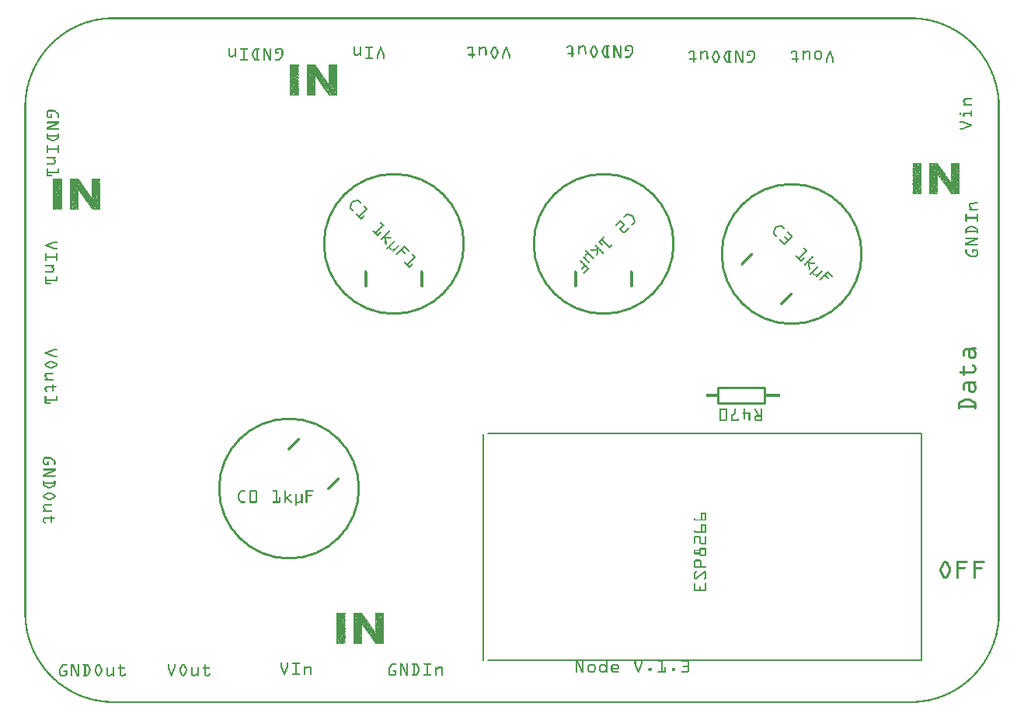
<source format=gto>
G04 MADE WITH FRITZING*
G04 WWW.FRITZING.ORG*
G04 DOUBLE SIDED*
G04 HOLES PLATED*
G04 CONTOUR ON CENTER OF CONTOUR VECTOR*
%ASAXBY*%
%FSLAX23Y23*%
%MOIN*%
%OFA0B0*%
%SFA1.0B1.0*%
%ADD10C,0.610000X0.59*%
%ADD11C,0.007960*%
%ADD12C,0.010000*%
%ADD13R,0.001000X0.001000*%
%LNSILK1*%
G90*
G70*
G54D10*
X1136Y920D03*
X3292Y1926D03*
X1586Y1970D03*
X2486Y1970D03*
G54D11*
X1988Y183D02*
X3849Y183D01*
D02*
X3849Y1158D02*
X1988Y1158D01*
D02*
X3849Y183D02*
X3849Y1153D01*
D02*
X1968Y183D02*
X1968Y1155D01*
G54D12*
D02*
X3176Y1287D02*
X2976Y1287D01*
D02*
X2976Y1287D02*
X2976Y1353D01*
D02*
X2976Y1353D02*
X3176Y1353D01*
D02*
X3176Y1353D02*
X3176Y1287D01*
G36*
X3810Y2317D02*
X3810Y2317D01*
X3810Y2317D01*
X3810Y2317D01*
X3810Y2317D01*
G37*
D02*
G36*
X3810Y2317D02*
X3810Y2317D01*
X3811Y2317D01*
X3811Y2317D01*
X3810Y2317D01*
G37*
D02*
G36*
X3811Y2317D02*
X3811Y2317D01*
X3811Y2317D01*
X3811Y2317D01*
X3811Y2317D01*
G37*
D02*
G36*
X3812Y2317D02*
X3812Y2317D01*
X3812Y2317D01*
X3812Y2317D01*
X3812Y2317D01*
G37*
D02*
G36*
X3812Y2317D02*
X3812Y2317D01*
X3813Y2317D01*
X3813Y2317D01*
X3812Y2317D01*
G37*
D02*
G36*
X3813Y2317D02*
X3813Y2317D01*
X3813Y2317D01*
X3813Y2317D01*
X3813Y2317D01*
G37*
D02*
G36*
X3814Y2317D02*
X3814Y2317D01*
X3814Y2317D01*
X3814Y2317D01*
X3814Y2317D01*
G37*
D02*
G36*
X3814Y2317D02*
X3814Y2317D01*
X3815Y2317D01*
X3815Y2317D01*
X3814Y2317D01*
G37*
D02*
G36*
X3815Y2317D02*
X3815Y2317D01*
X3815Y2317D01*
X3815Y2317D01*
X3815Y2317D01*
G37*
D02*
G36*
X3815Y2317D02*
X3815Y2317D01*
X3816Y2317D01*
X3816Y2317D01*
X3815Y2317D01*
G37*
D02*
G36*
X3816Y2317D02*
X3816Y2317D01*
X3816Y2317D01*
X3816Y2317D01*
X3816Y2317D01*
G37*
D02*
G36*
X3817Y2317D02*
X3817Y2317D01*
X3817Y2317D01*
X3817Y2317D01*
X3817Y2317D01*
G37*
D02*
G36*
X3817Y2317D02*
X3817Y2317D01*
X3818Y2317D01*
X3818Y2317D01*
X3817Y2317D01*
G37*
D02*
G36*
X3818Y2317D02*
X3818Y2317D01*
X3818Y2317D01*
X3818Y2317D01*
X3818Y2317D01*
G37*
D02*
G36*
X3819Y2317D02*
X3819Y2317D01*
X3819Y2317D01*
X3819Y2317D01*
X3819Y2317D01*
G37*
D02*
G36*
X3819Y2317D02*
X3819Y2317D01*
X3820Y2317D01*
X3820Y2317D01*
X3819Y2317D01*
G37*
D02*
G36*
X3820Y2317D02*
X3820Y2317D01*
X3820Y2317D01*
X3820Y2317D01*
X3820Y2317D01*
G37*
D02*
G36*
X3821Y2317D02*
X3821Y2317D01*
X3821Y2317D01*
X3821Y2317D01*
X3821Y2317D01*
G37*
D02*
G36*
X3821Y2317D02*
X3821Y2317D01*
X3822Y2317D01*
X3822Y2317D01*
X3821Y2317D01*
G37*
D02*
G36*
X3822Y2317D02*
X3822Y2317D01*
X3822Y2317D01*
X3822Y2317D01*
X3822Y2317D01*
G37*
D02*
G36*
X3823Y2317D02*
X3823Y2317D01*
X3823Y2317D01*
X3823Y2317D01*
X3823Y2317D01*
G37*
D02*
G36*
X3823Y2317D02*
X3823Y2317D01*
X3824Y2317D01*
X3824Y2317D01*
X3823Y2317D01*
G37*
D02*
G36*
X3824Y2317D02*
X3824Y2317D01*
X3824Y2317D01*
X3824Y2317D01*
X3824Y2317D01*
G37*
D02*
G36*
X3825Y2317D02*
X3825Y2317D01*
X3825Y2317D01*
X3825Y2317D01*
X3825Y2317D01*
G37*
D02*
G36*
X3825Y2317D02*
X3825Y2317D01*
X3825Y2317D01*
X3825Y2317D01*
X3825Y2317D01*
G37*
D02*
G36*
X3826Y2317D02*
X3826Y2317D01*
X3826Y2317D01*
X3826Y2317D01*
X3826Y2317D01*
G37*
D02*
G36*
X3826Y2317D02*
X3826Y2317D01*
X3827Y2317D01*
X3827Y2317D01*
X3826Y2317D01*
G37*
D02*
G36*
X3827Y2317D02*
X3827Y2317D01*
X3827Y2317D01*
X3827Y2317D01*
X3827Y2317D01*
G37*
D02*
G36*
X3828Y2317D02*
X3828Y2317D01*
X3828Y2317D01*
X3828Y2317D01*
X3828Y2317D01*
G37*
D02*
G36*
X3828Y2317D02*
X3828Y2317D01*
X3829Y2317D01*
X3829Y2317D01*
X3828Y2317D01*
G37*
D02*
G36*
X3829Y2317D02*
X3829Y2317D01*
X3829Y2317D01*
X3829Y2317D01*
X3829Y2317D01*
G37*
D02*
G36*
X3830Y2317D02*
X3830Y2317D01*
X3830Y2317D01*
X3830Y2317D01*
X3830Y2317D01*
G37*
D02*
G36*
X3830Y2317D02*
X3830Y2317D01*
X3831Y2317D01*
X3831Y2317D01*
X3830Y2317D01*
G37*
D02*
G36*
X3831Y2317D02*
X3831Y2317D01*
X3831Y2317D01*
X3831Y2317D01*
X3831Y2317D01*
G37*
D02*
G36*
X3832Y2317D02*
X3832Y2317D01*
X3832Y2317D01*
X3832Y2317D01*
X3832Y2317D01*
G37*
D02*
G36*
X3832Y2317D02*
X3832Y2317D01*
X3833Y2317D01*
X3833Y2317D01*
X3832Y2317D01*
G37*
D02*
G36*
X3833Y2317D02*
X3833Y2317D01*
X3833Y2317D01*
X3833Y2317D01*
X3833Y2317D01*
G37*
D02*
G36*
X3834Y2317D02*
X3834Y2317D01*
X3834Y2317D01*
X3834Y2317D01*
X3834Y2317D01*
G37*
D02*
G36*
X3834Y2317D02*
X3834Y2317D01*
X3835Y2317D01*
X3835Y2317D01*
X3834Y2317D01*
G37*
D02*
G36*
X3835Y2317D02*
X3835Y2317D01*
X3835Y2317D01*
X3835Y2317D01*
X3835Y2317D01*
G37*
D02*
G36*
X3835Y2317D02*
X3835Y2317D01*
X3836Y2317D01*
X3836Y2317D01*
X3835Y2317D01*
G37*
D02*
G36*
X3836Y2317D02*
X3836Y2317D01*
X3836Y2317D01*
X3836Y2317D01*
X3836Y2317D01*
G37*
D02*
G36*
X3837Y2317D02*
X3837Y2317D01*
X3837Y2317D01*
X3837Y2317D01*
X3837Y2317D01*
G37*
D02*
G36*
X3837Y2317D02*
X3837Y2317D01*
X3838Y2317D01*
X3838Y2317D01*
X3837Y2317D01*
G37*
D02*
G36*
X3838Y2317D02*
X3838Y2317D01*
X3838Y2317D01*
X3838Y2317D01*
X3838Y2317D01*
G37*
D02*
G36*
X3839Y2317D02*
X3839Y2317D01*
X3839Y2317D01*
X3839Y2317D01*
X3839Y2317D01*
G37*
D02*
G36*
X3839Y2317D02*
X3839Y2317D01*
X3840Y2317D01*
X3840Y2317D01*
X3839Y2317D01*
G37*
D02*
G36*
X3840Y2317D02*
X3840Y2317D01*
X3840Y2317D01*
X3840Y2317D01*
X3840Y2317D01*
G37*
D02*
G36*
X3841Y2317D02*
X3841Y2317D01*
X3841Y2317D01*
X3841Y2317D01*
X3841Y2317D01*
G37*
D02*
G36*
X3841Y2317D02*
X3841Y2317D01*
X3842Y2317D01*
X3842Y2317D01*
X3841Y2317D01*
G37*
D02*
G36*
X3842Y2317D02*
X3842Y2317D01*
X3842Y2317D01*
X3842Y2317D01*
X3842Y2317D01*
G37*
D02*
G36*
X3843Y2317D02*
X3843Y2317D01*
X3843Y2317D01*
X3843Y2317D01*
X3843Y2317D01*
G37*
D02*
G36*
X3843Y2317D02*
X3843Y2317D01*
X3844Y2317D01*
X3844Y2317D01*
X3843Y2317D01*
G37*
D02*
G36*
X3844Y2317D02*
X3844Y2317D01*
X3844Y2317D01*
X3844Y2317D01*
X3844Y2317D01*
G37*
D02*
G36*
X3845Y2317D02*
X3845Y2317D01*
X3845Y2317D01*
X3845Y2317D01*
X3845Y2317D01*
G37*
D02*
G36*
X3845Y2317D02*
X3845Y2317D01*
X3845Y2317D01*
X3845Y2317D01*
X3845Y2317D01*
G37*
D02*
G36*
X3846Y2317D02*
X3846Y2317D01*
X3846Y2317D01*
X3846Y2317D01*
X3846Y2317D01*
G37*
D02*
G36*
X3846Y2317D02*
X3846Y2317D01*
X3847Y2317D01*
X3847Y2317D01*
X3846Y2317D01*
G37*
D02*
G36*
X3810Y2317D02*
X3810Y2316D01*
X3847Y2316D01*
X3847Y2317D01*
X3810Y2317D01*
G37*
D02*
G36*
X3810Y2317D02*
X3810Y2316D01*
X3847Y2316D01*
X3847Y2317D01*
X3810Y2317D01*
G37*
D02*
G36*
X3810Y2317D02*
X3810Y2316D01*
X3847Y2316D01*
X3847Y2317D01*
X3810Y2317D01*
G37*
D02*
G36*
X3810Y2317D02*
X3810Y2316D01*
X3847Y2316D01*
X3847Y2317D01*
X3810Y2317D01*
G37*
D02*
G36*
X3810Y2317D02*
X3810Y2316D01*
X3847Y2316D01*
X3847Y2317D01*
X3810Y2317D01*
G37*
D02*
G36*
X3810Y2317D02*
X3810Y2316D01*
X3847Y2316D01*
X3847Y2317D01*
X3810Y2317D01*
G37*
D02*
G36*
X3810Y2317D02*
X3810Y2316D01*
X3847Y2316D01*
X3847Y2317D01*
X3810Y2317D01*
G37*
D02*
G36*
X3810Y2317D02*
X3810Y2316D01*
X3847Y2316D01*
X3847Y2317D01*
X3810Y2317D01*
G37*
D02*
G36*
X3810Y2317D02*
X3810Y2316D01*
X3847Y2316D01*
X3847Y2317D01*
X3810Y2317D01*
G37*
D02*
G36*
X3810Y2317D02*
X3810Y2316D01*
X3847Y2316D01*
X3847Y2317D01*
X3810Y2317D01*
G37*
D02*
G36*
X3810Y2317D02*
X3810Y2316D01*
X3847Y2316D01*
X3847Y2317D01*
X3810Y2317D01*
G37*
D02*
G36*
X3810Y2317D02*
X3810Y2316D01*
X3847Y2316D01*
X3847Y2317D01*
X3810Y2317D01*
G37*
D02*
G36*
X3810Y2317D02*
X3810Y2316D01*
X3847Y2316D01*
X3847Y2317D01*
X3810Y2317D01*
G37*
D02*
G36*
X3810Y2317D02*
X3810Y2316D01*
X3847Y2316D01*
X3847Y2317D01*
X3810Y2317D01*
G37*
D02*
G36*
X3810Y2317D02*
X3810Y2316D01*
X3847Y2316D01*
X3847Y2317D01*
X3810Y2317D01*
G37*
D02*
G36*
X3810Y2317D02*
X3810Y2316D01*
X3847Y2316D01*
X3847Y2317D01*
X3810Y2317D01*
G37*
D02*
G36*
X3810Y2317D02*
X3810Y2316D01*
X3847Y2316D01*
X3847Y2317D01*
X3810Y2317D01*
G37*
D02*
G36*
X3810Y2317D02*
X3810Y2316D01*
X3847Y2316D01*
X3847Y2317D01*
X3810Y2317D01*
G37*
D02*
G36*
X3810Y2317D02*
X3810Y2316D01*
X3847Y2316D01*
X3847Y2317D01*
X3810Y2317D01*
G37*
D02*
G36*
X3810Y2317D02*
X3810Y2316D01*
X3847Y2316D01*
X3847Y2317D01*
X3810Y2317D01*
G37*
D02*
G36*
X3810Y2317D02*
X3810Y2316D01*
X3847Y2316D01*
X3847Y2317D01*
X3810Y2317D01*
G37*
D02*
G36*
X3810Y2317D02*
X3810Y2316D01*
X3847Y2316D01*
X3847Y2317D01*
X3810Y2317D01*
G37*
D02*
G36*
X3810Y2317D02*
X3810Y2316D01*
X3847Y2316D01*
X3847Y2317D01*
X3810Y2317D01*
G37*
D02*
G36*
X3810Y2317D02*
X3810Y2316D01*
X3847Y2316D01*
X3847Y2317D01*
X3810Y2317D01*
G37*
D02*
G36*
X3810Y2317D02*
X3810Y2316D01*
X3847Y2316D01*
X3847Y2317D01*
X3810Y2317D01*
G37*
D02*
G36*
X3810Y2317D02*
X3810Y2316D01*
X3847Y2316D01*
X3847Y2317D01*
X3810Y2317D01*
G37*
D02*
G36*
X3810Y2317D02*
X3810Y2316D01*
X3847Y2316D01*
X3847Y2317D01*
X3810Y2317D01*
G37*
D02*
G36*
X3810Y2317D02*
X3810Y2316D01*
X3847Y2316D01*
X3847Y2317D01*
X3810Y2317D01*
G37*
D02*
G36*
X3810Y2317D02*
X3810Y2316D01*
X3847Y2316D01*
X3847Y2317D01*
X3810Y2317D01*
G37*
D02*
G36*
X3810Y2317D02*
X3810Y2316D01*
X3847Y2316D01*
X3847Y2317D01*
X3810Y2317D01*
G37*
D02*
G36*
X3810Y2317D02*
X3810Y2316D01*
X3847Y2316D01*
X3847Y2317D01*
X3810Y2317D01*
G37*
D02*
G36*
X3810Y2317D02*
X3810Y2316D01*
X3847Y2316D01*
X3847Y2317D01*
X3810Y2317D01*
G37*
D02*
G36*
X3810Y2317D02*
X3810Y2316D01*
X3847Y2316D01*
X3847Y2317D01*
X3810Y2317D01*
G37*
D02*
G36*
X3810Y2317D02*
X3810Y2316D01*
X3847Y2316D01*
X3847Y2317D01*
X3810Y2317D01*
G37*
D02*
G36*
X3810Y2317D02*
X3810Y2316D01*
X3847Y2316D01*
X3847Y2317D01*
X3810Y2317D01*
G37*
D02*
G36*
X3810Y2317D02*
X3810Y2316D01*
X3847Y2316D01*
X3847Y2317D01*
X3810Y2317D01*
G37*
D02*
G36*
X3810Y2317D02*
X3810Y2316D01*
X3847Y2316D01*
X3847Y2317D01*
X3810Y2317D01*
G37*
D02*
G36*
X3810Y2317D02*
X3810Y2316D01*
X3847Y2316D01*
X3847Y2317D01*
X3810Y2317D01*
G37*
D02*
G36*
X3810Y2317D02*
X3810Y2316D01*
X3847Y2316D01*
X3847Y2317D01*
X3810Y2317D01*
G37*
D02*
G36*
X3810Y2317D02*
X3810Y2316D01*
X3847Y2316D01*
X3847Y2317D01*
X3810Y2317D01*
G37*
D02*
G36*
X3810Y2317D02*
X3810Y2316D01*
X3847Y2316D01*
X3847Y2317D01*
X3810Y2317D01*
G37*
D02*
G36*
X3810Y2317D02*
X3810Y2316D01*
X3847Y2316D01*
X3847Y2317D01*
X3810Y2317D01*
G37*
D02*
G36*
X3810Y2317D02*
X3810Y2316D01*
X3847Y2316D01*
X3847Y2317D01*
X3810Y2317D01*
G37*
D02*
G36*
X3810Y2317D02*
X3810Y2316D01*
X3847Y2316D01*
X3847Y2317D01*
X3810Y2317D01*
G37*
D02*
G36*
X3810Y2317D02*
X3810Y2316D01*
X3847Y2316D01*
X3847Y2317D01*
X3810Y2317D01*
G37*
D02*
G36*
X3810Y2317D02*
X3810Y2316D01*
X3847Y2316D01*
X3847Y2317D01*
X3810Y2317D01*
G37*
D02*
G36*
X3810Y2317D02*
X3810Y2316D01*
X3847Y2316D01*
X3847Y2317D01*
X3810Y2317D01*
G37*
D02*
G36*
X3810Y2317D02*
X3810Y2316D01*
X3847Y2316D01*
X3847Y2317D01*
X3810Y2317D01*
G37*
D02*
G36*
X3810Y2317D02*
X3810Y2316D01*
X3847Y2316D01*
X3847Y2317D01*
X3810Y2317D01*
G37*
D02*
G36*
X3810Y2317D02*
X3810Y2316D01*
X3847Y2316D01*
X3847Y2317D01*
X3810Y2317D01*
G37*
D02*
G36*
X3810Y2317D02*
X3810Y2316D01*
X3847Y2316D01*
X3847Y2317D01*
X3810Y2317D01*
G37*
D02*
G36*
X3810Y2317D02*
X3810Y2316D01*
X3847Y2316D01*
X3847Y2317D01*
X3810Y2317D01*
G37*
D02*
G36*
X3810Y2317D02*
X3810Y2316D01*
X3847Y2316D01*
X3847Y2317D01*
X3810Y2317D01*
G37*
D02*
G36*
X3810Y2317D02*
X3810Y2316D01*
X3847Y2316D01*
X3847Y2317D01*
X3810Y2317D01*
G37*
D02*
G36*
X3810Y2317D02*
X3810Y2316D01*
X3847Y2316D01*
X3847Y2317D01*
X3810Y2317D01*
G37*
D02*
G36*
X3810Y2317D02*
X3810Y2316D01*
X3847Y2316D01*
X3847Y2317D01*
X3810Y2317D01*
G37*
D02*
G36*
X3810Y2317D02*
X3810Y2316D01*
X3847Y2316D01*
X3847Y2317D01*
X3810Y2317D01*
G37*
D02*
G36*
X3810Y2317D02*
X3810Y2316D01*
X3847Y2316D01*
X3847Y2317D01*
X3810Y2317D01*
G37*
D02*
G36*
X3810Y2316D02*
X3810Y2316D01*
X3809Y2316D01*
X3809Y2316D01*
X3810Y2316D01*
X3810Y2315D01*
X3809Y2315D01*
X3809Y2314D01*
X3810Y2314D01*
X3810Y2314D01*
X3809Y2314D01*
X3809Y2313D01*
X3810Y2313D01*
X3810Y2312D01*
X3809Y2312D01*
X3809Y2312D01*
X3810Y2312D01*
X3810Y2311D01*
X3809Y2311D01*
X3809Y2311D01*
X3810Y2311D01*
X3810Y2309D01*
X3809Y2309D01*
X3809Y2309D01*
X3810Y2309D01*
X3810Y2309D01*
X3845Y2309D01*
X3845Y2308D01*
X3847Y2308D01*
X3847Y2309D01*
X3847Y2309D01*
X3847Y2309D01*
X3847Y2309D01*
X3847Y2309D01*
X3847Y2309D01*
X3847Y2310D01*
X3847Y2310D01*
X3847Y2310D01*
X3847Y2310D01*
X3847Y2310D01*
X3847Y2310D01*
X3847Y2311D01*
X3847Y2311D01*
X3847Y2311D01*
X3847Y2311D01*
X3847Y2311D01*
X3847Y2311D01*
X3847Y2312D01*
X3847Y2312D01*
X3847Y2312D01*
X3847Y2312D01*
X3847Y2312D01*
X3847Y2312D01*
X3847Y2313D01*
X3847Y2313D01*
X3847Y2313D01*
X3847Y2313D01*
X3847Y2314D01*
X3847Y2314D01*
X3847Y2314D01*
X3847Y2314D01*
X3847Y2314D01*
X3847Y2314D01*
X3847Y2315D01*
X3847Y2315D01*
X3847Y2315D01*
X3847Y2315D01*
X3847Y2316D01*
X3847Y2316D01*
X3847Y2316D01*
X3810Y2316D01*
G37*
D02*
G36*
X3810Y2309D02*
X3810Y2308D01*
X3815Y2308D01*
X3815Y2308D01*
X3815Y2308D01*
X3815Y2309D01*
X3810Y2309D01*
G37*
D02*
G36*
X3816Y2309D02*
X3816Y2308D01*
X3817Y2308D01*
X3817Y2309D01*
X3816Y2309D01*
G37*
D02*
G36*
X3817Y2309D02*
X3817Y2308D01*
X3819Y2308D01*
X3819Y2309D01*
X3817Y2309D01*
G37*
D02*
G36*
X3819Y2309D02*
X3819Y2308D01*
X3820Y2308D01*
X3820Y2309D01*
X3819Y2309D01*
G37*
D02*
G36*
X3821Y2309D02*
X3821Y2308D01*
X3822Y2308D01*
X3822Y2309D01*
X3821Y2309D01*
G37*
D02*
G36*
X3822Y2309D02*
X3822Y2308D01*
X3824Y2308D01*
X3824Y2309D01*
X3822Y2309D01*
G37*
D02*
G36*
X3824Y2309D02*
X3824Y2308D01*
X3825Y2308D01*
X3825Y2309D01*
X3824Y2309D01*
G37*
D02*
G36*
X3825Y2309D02*
X3825Y2308D01*
X3827Y2308D01*
X3827Y2309D01*
X3825Y2309D01*
G37*
D02*
G36*
X3827Y2309D02*
X3827Y2308D01*
X3828Y2308D01*
X3828Y2309D01*
X3827Y2309D01*
G37*
D02*
G36*
X3829Y2309D02*
X3829Y2308D01*
X3830Y2308D01*
X3830Y2309D01*
X3829Y2309D01*
G37*
D02*
G36*
X3830Y2309D02*
X3830Y2308D01*
X3832Y2308D01*
X3832Y2309D01*
X3830Y2309D01*
G37*
D02*
G36*
X3832Y2309D02*
X3832Y2308D01*
X3833Y2308D01*
X3833Y2309D01*
X3832Y2309D01*
G37*
D02*
G36*
X3834Y2309D02*
X3834Y2308D01*
X3835Y2308D01*
X3835Y2309D01*
X3834Y2309D01*
G37*
D02*
G36*
X3835Y2309D02*
X3835Y2308D01*
X3836Y2308D01*
X3836Y2309D01*
X3835Y2309D01*
G37*
D02*
G36*
X3837Y2309D02*
X3837Y2308D01*
X3838Y2308D01*
X3838Y2309D01*
X3837Y2309D01*
G37*
D02*
G36*
X3838Y2309D02*
X3838Y2308D01*
X3840Y2308D01*
X3840Y2309D01*
X3838Y2309D01*
G37*
D02*
G36*
X3840Y2309D02*
X3840Y2308D01*
X3841Y2308D01*
X3841Y2309D01*
X3840Y2309D01*
G37*
D02*
G36*
X3842Y2309D02*
X3842Y2308D01*
X3843Y2308D01*
X3843Y2309D01*
X3842Y2309D01*
G37*
D02*
G36*
X3843Y2309D02*
X3843Y2308D01*
X3845Y2308D01*
X3845Y2309D01*
X3843Y2309D01*
G37*
D02*
G36*
X3815Y2308D02*
X3815Y2308D01*
X3847Y2308D01*
X3847Y2308D01*
X3815Y2308D01*
G37*
D02*
G36*
X3815Y2308D02*
X3815Y2308D01*
X3847Y2308D01*
X3847Y2308D01*
X3815Y2308D01*
G37*
D02*
G36*
X3815Y2308D02*
X3815Y2308D01*
X3847Y2308D01*
X3847Y2308D01*
X3815Y2308D01*
G37*
D02*
G36*
X3815Y2308D02*
X3815Y2308D01*
X3847Y2308D01*
X3847Y2308D01*
X3815Y2308D01*
G37*
D02*
G36*
X3815Y2308D02*
X3815Y2308D01*
X3847Y2308D01*
X3847Y2308D01*
X3815Y2308D01*
G37*
D02*
G36*
X3815Y2308D02*
X3815Y2308D01*
X3847Y2308D01*
X3847Y2308D01*
X3815Y2308D01*
G37*
D02*
G36*
X3815Y2308D02*
X3815Y2308D01*
X3847Y2308D01*
X3847Y2308D01*
X3815Y2308D01*
G37*
D02*
G36*
X3815Y2308D02*
X3815Y2308D01*
X3847Y2308D01*
X3847Y2308D01*
X3815Y2308D01*
G37*
D02*
G36*
X3815Y2308D02*
X3815Y2308D01*
X3847Y2308D01*
X3847Y2308D01*
X3815Y2308D01*
G37*
D02*
G36*
X3815Y2308D02*
X3815Y2308D01*
X3847Y2308D01*
X3847Y2308D01*
X3815Y2308D01*
G37*
D02*
G36*
X3815Y2308D02*
X3815Y2308D01*
X3847Y2308D01*
X3847Y2308D01*
X3815Y2308D01*
G37*
D02*
G36*
X3815Y2308D02*
X3815Y2308D01*
X3847Y2308D01*
X3847Y2308D01*
X3815Y2308D01*
G37*
D02*
G36*
X3815Y2308D02*
X3815Y2308D01*
X3847Y2308D01*
X3847Y2308D01*
X3815Y2308D01*
G37*
D02*
G36*
X3815Y2308D02*
X3815Y2308D01*
X3847Y2308D01*
X3847Y2308D01*
X3815Y2308D01*
G37*
D02*
G36*
X3815Y2308D02*
X3815Y2308D01*
X3847Y2308D01*
X3847Y2308D01*
X3815Y2308D01*
G37*
D02*
G36*
X3815Y2308D02*
X3815Y2308D01*
X3847Y2308D01*
X3847Y2308D01*
X3815Y2308D01*
G37*
D02*
G36*
X3815Y2308D02*
X3815Y2308D01*
X3847Y2308D01*
X3847Y2308D01*
X3815Y2308D01*
G37*
D02*
G36*
X3815Y2308D02*
X3815Y2308D01*
X3847Y2308D01*
X3847Y2308D01*
X3815Y2308D01*
G37*
D02*
G36*
X3815Y2308D02*
X3815Y2308D01*
X3847Y2308D01*
X3847Y2308D01*
X3815Y2308D01*
G37*
D02*
G36*
X3815Y2308D02*
X3815Y2308D01*
X3847Y2308D01*
X3847Y2308D01*
X3815Y2308D01*
G37*
D02*
G36*
X3810Y2308D02*
X3810Y2308D01*
X3847Y2308D01*
X3847Y2308D01*
X3810Y2308D01*
G37*
D02*
G36*
X3810Y2308D02*
X3810Y2308D01*
X3847Y2308D01*
X3847Y2308D01*
X3810Y2308D01*
G37*
D02*
G36*
X3809Y2308D02*
X3809Y2307D01*
X3810Y2307D01*
X3810Y2306D01*
X3809Y2306D01*
X3809Y2306D01*
X3815Y2306D01*
X3815Y2305D01*
X3847Y2305D01*
X3847Y2306D01*
X3847Y2306D01*
X3847Y2306D01*
X3847Y2306D01*
X3847Y2306D01*
X3847Y2306D01*
X3847Y2307D01*
X3847Y2307D01*
X3847Y2307D01*
X3847Y2307D01*
X3847Y2307D01*
X3847Y2307D01*
X3847Y2308D01*
X3809Y2308D01*
G37*
D02*
G36*
X3810Y2306D02*
X3810Y2305D01*
X3814Y2305D01*
X3814Y2306D01*
X3810Y2306D01*
G37*
D02*
G36*
X3810Y2305D02*
X3810Y2305D01*
X3847Y2305D01*
X3847Y2305D01*
X3810Y2305D01*
G37*
D02*
G36*
X3810Y2305D02*
X3810Y2305D01*
X3847Y2305D01*
X3847Y2305D01*
X3810Y2305D01*
G37*
D02*
G36*
X3810Y2305D02*
X3810Y2305D01*
X3846Y2305D01*
X3846Y2304D01*
X3847Y2304D01*
X3847Y2305D01*
X3847Y2305D01*
X3847Y2305D01*
X3847Y2305D01*
X3847Y2305D01*
X3810Y2305D01*
G37*
D02*
G36*
X3809Y2305D02*
X3809Y2304D01*
X3810Y2304D01*
X3810Y2303D01*
X3817Y2303D01*
X3817Y2304D01*
X3818Y2304D01*
X3818Y2304D01*
X3819Y2304D01*
X3819Y2304D01*
X3820Y2304D01*
X3820Y2305D01*
X3809Y2305D01*
G37*
D02*
G36*
X3821Y2305D02*
X3821Y2304D01*
X3822Y2304D01*
X3822Y2305D01*
X3821Y2305D01*
G37*
D02*
G36*
X3823Y2305D02*
X3823Y2304D01*
X3824Y2304D01*
X3824Y2305D01*
X3823Y2305D01*
G37*
D02*
G36*
X3825Y2305D02*
X3825Y2304D01*
X3826Y2304D01*
X3826Y2305D01*
X3825Y2305D01*
G37*
D02*
G36*
X3826Y2305D02*
X3826Y2304D01*
X3828Y2304D01*
X3828Y2305D01*
X3826Y2305D01*
G37*
D02*
G36*
X3828Y2305D02*
X3828Y2304D01*
X3830Y2304D01*
X3830Y2305D01*
X3828Y2305D01*
G37*
D02*
G36*
X3830Y2305D02*
X3830Y2304D01*
X3832Y2304D01*
X3832Y2305D01*
X3830Y2305D01*
G37*
D02*
G36*
X3832Y2305D02*
X3832Y2304D01*
X3834Y2304D01*
X3834Y2305D01*
X3832Y2305D01*
G37*
D02*
G36*
X3834Y2305D02*
X3834Y2304D01*
X3836Y2304D01*
X3836Y2305D01*
X3834Y2305D01*
G37*
D02*
G36*
X3836Y2305D02*
X3836Y2304D01*
X3838Y2304D01*
X3838Y2305D01*
X3836Y2305D01*
G37*
D02*
G36*
X3838Y2305D02*
X3838Y2304D01*
X3840Y2304D01*
X3840Y2305D01*
X3838Y2305D01*
G37*
D02*
G36*
X3840Y2305D02*
X3840Y2304D01*
X3842Y2304D01*
X3842Y2305D01*
X3840Y2305D01*
G37*
D02*
G36*
X3842Y2305D02*
X3842Y2304D01*
X3844Y2304D01*
X3844Y2305D01*
X3842Y2305D01*
G37*
D02*
G36*
X3844Y2305D02*
X3844Y2304D01*
X3845Y2304D01*
X3845Y2305D01*
X3844Y2305D01*
G37*
D02*
G36*
X3819Y2304D02*
X3819Y2304D01*
X3847Y2304D01*
X3847Y2304D01*
X3819Y2304D01*
G37*
D02*
G36*
X3819Y2304D02*
X3819Y2304D01*
X3847Y2304D01*
X3847Y2304D01*
X3819Y2304D01*
G37*
D02*
G36*
X3819Y2304D02*
X3819Y2304D01*
X3847Y2304D01*
X3847Y2304D01*
X3819Y2304D01*
G37*
D02*
G36*
X3819Y2304D02*
X3819Y2304D01*
X3847Y2304D01*
X3847Y2304D01*
X3819Y2304D01*
G37*
D02*
G36*
X3819Y2304D02*
X3819Y2304D01*
X3847Y2304D01*
X3847Y2304D01*
X3819Y2304D01*
G37*
D02*
G36*
X3819Y2304D02*
X3819Y2304D01*
X3847Y2304D01*
X3847Y2304D01*
X3819Y2304D01*
G37*
D02*
G36*
X3819Y2304D02*
X3819Y2304D01*
X3847Y2304D01*
X3847Y2304D01*
X3819Y2304D01*
G37*
D02*
G36*
X3819Y2304D02*
X3819Y2304D01*
X3847Y2304D01*
X3847Y2304D01*
X3819Y2304D01*
G37*
D02*
G36*
X3819Y2304D02*
X3819Y2304D01*
X3847Y2304D01*
X3847Y2304D01*
X3819Y2304D01*
G37*
D02*
G36*
X3819Y2304D02*
X3819Y2304D01*
X3847Y2304D01*
X3847Y2304D01*
X3819Y2304D01*
G37*
D02*
G36*
X3819Y2304D02*
X3819Y2304D01*
X3847Y2304D01*
X3847Y2304D01*
X3819Y2304D01*
G37*
D02*
G36*
X3819Y2304D02*
X3819Y2304D01*
X3847Y2304D01*
X3847Y2304D01*
X3819Y2304D01*
G37*
D02*
G36*
X3819Y2304D02*
X3819Y2304D01*
X3847Y2304D01*
X3847Y2304D01*
X3819Y2304D01*
G37*
D02*
G36*
X3819Y2304D02*
X3819Y2304D01*
X3847Y2304D01*
X3847Y2304D01*
X3819Y2304D01*
G37*
D02*
G36*
X3819Y2304D02*
X3819Y2304D01*
X3847Y2304D01*
X3847Y2304D01*
X3819Y2304D01*
G37*
D02*
G36*
X3818Y2304D02*
X3818Y2304D01*
X3847Y2304D01*
X3847Y2304D01*
X3818Y2304D01*
G37*
D02*
G36*
X3818Y2304D02*
X3818Y2304D01*
X3847Y2304D01*
X3847Y2304D01*
X3818Y2304D01*
G37*
D02*
G36*
X3817Y2304D02*
X3817Y2303D01*
X3847Y2303D01*
X3847Y2304D01*
X3817Y2304D01*
G37*
D02*
G36*
X3817Y2304D02*
X3817Y2303D01*
X3847Y2303D01*
X3847Y2304D01*
X3817Y2304D01*
G37*
D02*
G36*
X3810Y2303D02*
X3810Y2303D01*
X3847Y2303D01*
X3847Y2303D01*
X3810Y2303D01*
G37*
D02*
G36*
X3810Y2303D02*
X3810Y2303D01*
X3847Y2303D01*
X3847Y2303D01*
X3810Y2303D01*
G37*
D02*
G36*
X3809Y2303D02*
X3809Y2303D01*
X3810Y2303D01*
X3810Y2302D01*
X3815Y2302D01*
X3815Y2303D01*
X3816Y2303D01*
X3816Y2303D01*
X3809Y2303D01*
G37*
D02*
G36*
X3816Y2303D02*
X3816Y2303D01*
X3847Y2303D01*
X3847Y2303D01*
X3816Y2303D01*
G37*
D02*
G36*
X3815Y2303D02*
X3815Y2302D01*
X3847Y2302D01*
X3847Y2303D01*
X3815Y2303D01*
G37*
D02*
G36*
X3815Y2303D02*
X3815Y2302D01*
X3847Y2302D01*
X3847Y2303D01*
X3815Y2303D01*
G37*
D02*
G36*
X3810Y2302D02*
X3810Y2302D01*
X3847Y2302D01*
X3847Y2302D01*
X3810Y2302D01*
G37*
D02*
G36*
X3810Y2302D02*
X3810Y2302D01*
X3847Y2302D01*
X3847Y2302D01*
X3810Y2302D01*
G37*
D02*
G36*
X3810Y2302D02*
X3810Y2301D01*
X3809Y2301D01*
X3809Y2301D01*
X3845Y2301D01*
X3845Y2301D01*
X3847Y2301D01*
X3847Y2301D01*
X3847Y2301D01*
X3847Y2301D01*
X3847Y2301D01*
X3847Y2302D01*
X3847Y2302D01*
X3847Y2302D01*
X3810Y2302D01*
G37*
D02*
G36*
X3810Y2301D02*
X3810Y2300D01*
X3823Y2300D01*
X3823Y2301D01*
X3824Y2301D01*
X3824Y2301D01*
X3810Y2301D01*
G37*
D02*
G36*
X3824Y2301D02*
X3824Y2301D01*
X3826Y2301D01*
X3826Y2301D01*
X3824Y2301D01*
G37*
D02*
G36*
X3826Y2301D02*
X3826Y2301D01*
X3828Y2301D01*
X3828Y2301D01*
X3826Y2301D01*
G37*
D02*
G36*
X3828Y2301D02*
X3828Y2301D01*
X3830Y2301D01*
X3830Y2301D01*
X3828Y2301D01*
G37*
D02*
G36*
X3830Y2301D02*
X3830Y2301D01*
X3832Y2301D01*
X3832Y2301D01*
X3830Y2301D01*
G37*
D02*
G36*
X3832Y2301D02*
X3832Y2301D01*
X3834Y2301D01*
X3834Y2301D01*
X3832Y2301D01*
G37*
D02*
G36*
X3834Y2301D02*
X3834Y2301D01*
X3835Y2301D01*
X3835Y2301D01*
X3834Y2301D01*
G37*
D02*
G36*
X3836Y2301D02*
X3836Y2301D01*
X3837Y2301D01*
X3837Y2301D01*
X3836Y2301D01*
G37*
D02*
G36*
X3838Y2301D02*
X3838Y2301D01*
X3839Y2301D01*
X3839Y2301D01*
X3838Y2301D01*
G37*
D02*
G36*
X3840Y2301D02*
X3840Y2301D01*
X3841Y2301D01*
X3841Y2301D01*
X3840Y2301D01*
G37*
D02*
G36*
X3842Y2301D02*
X3842Y2301D01*
X3843Y2301D01*
X3843Y2301D01*
X3842Y2301D01*
G37*
D02*
G36*
X3844Y2301D02*
X3844Y2301D01*
X3845Y2301D01*
X3845Y2301D01*
X3844Y2301D01*
G37*
D02*
G36*
X3823Y2301D02*
X3823Y2300D01*
X3847Y2300D01*
X3847Y2301D01*
X3823Y2301D01*
G37*
D02*
G36*
X3823Y2301D02*
X3823Y2300D01*
X3847Y2300D01*
X3847Y2301D01*
X3823Y2301D01*
G37*
D02*
G36*
X3823Y2301D02*
X3823Y2300D01*
X3847Y2300D01*
X3847Y2301D01*
X3823Y2301D01*
G37*
D02*
G36*
X3823Y2301D02*
X3823Y2300D01*
X3847Y2300D01*
X3847Y2301D01*
X3823Y2301D01*
G37*
D02*
G36*
X3823Y2301D02*
X3823Y2300D01*
X3847Y2300D01*
X3847Y2301D01*
X3823Y2301D01*
G37*
D02*
G36*
X3823Y2301D02*
X3823Y2300D01*
X3847Y2300D01*
X3847Y2301D01*
X3823Y2301D01*
G37*
D02*
G36*
X3823Y2301D02*
X3823Y2300D01*
X3847Y2300D01*
X3847Y2301D01*
X3823Y2301D01*
G37*
D02*
G36*
X3823Y2301D02*
X3823Y2300D01*
X3847Y2300D01*
X3847Y2301D01*
X3823Y2301D01*
G37*
D02*
G36*
X3823Y2301D02*
X3823Y2300D01*
X3847Y2300D01*
X3847Y2301D01*
X3823Y2301D01*
G37*
D02*
G36*
X3823Y2301D02*
X3823Y2300D01*
X3847Y2300D01*
X3847Y2301D01*
X3823Y2301D01*
G37*
D02*
G36*
X3823Y2301D02*
X3823Y2300D01*
X3847Y2300D01*
X3847Y2301D01*
X3823Y2301D01*
G37*
D02*
G36*
X3823Y2301D02*
X3823Y2300D01*
X3847Y2300D01*
X3847Y2301D01*
X3823Y2301D01*
G37*
D02*
G36*
X3823Y2301D02*
X3823Y2300D01*
X3847Y2300D01*
X3847Y2301D01*
X3823Y2301D01*
G37*
D02*
G36*
X3810Y2300D02*
X3810Y2300D01*
X3847Y2300D01*
X3847Y2300D01*
X3810Y2300D01*
G37*
D02*
G36*
X3810Y2300D02*
X3810Y2300D01*
X3847Y2300D01*
X3847Y2300D01*
X3810Y2300D01*
G37*
D02*
G36*
X3810Y2300D02*
X3810Y2300D01*
X3815Y2300D01*
X3815Y2299D01*
X3847Y2299D01*
X3847Y2300D01*
X3847Y2300D01*
X3847Y2300D01*
X3810Y2300D01*
G37*
D02*
G36*
X3809Y2300D02*
X3809Y2299D01*
X3814Y2299D01*
X3814Y2300D01*
X3809Y2300D01*
G37*
D02*
G36*
X3810Y2299D02*
X3810Y2299D01*
X3847Y2299D01*
X3847Y2299D01*
X3810Y2299D01*
G37*
D02*
G36*
X3810Y2299D02*
X3810Y2299D01*
X3847Y2299D01*
X3847Y2299D01*
X3810Y2299D01*
G37*
D02*
G36*
X3810Y2299D02*
X3810Y2298D01*
X3816Y2298D01*
X3816Y2299D01*
X3822Y2299D01*
X3822Y2299D01*
X3810Y2299D01*
G37*
D02*
G36*
X3822Y2299D02*
X3822Y2299D01*
X3847Y2299D01*
X3847Y2299D01*
X3822Y2299D01*
G37*
D02*
G36*
X3817Y2299D02*
X3817Y2298D01*
X3847Y2298D01*
X3847Y2299D01*
X3817Y2299D01*
G37*
D02*
G36*
X3817Y2299D02*
X3817Y2298D01*
X3847Y2298D01*
X3847Y2299D01*
X3817Y2299D01*
G37*
D02*
G36*
X3810Y2298D02*
X3810Y2298D01*
X3847Y2298D01*
X3847Y2298D01*
X3810Y2298D01*
G37*
D02*
G36*
X3810Y2298D02*
X3810Y2298D01*
X3847Y2298D01*
X3847Y2298D01*
X3810Y2298D01*
G37*
D02*
G36*
X3809Y2298D02*
X3809Y2298D01*
X3810Y2298D01*
X3810Y2297D01*
X3819Y2297D01*
X3819Y2298D01*
X3821Y2298D01*
X3821Y2298D01*
X3809Y2298D01*
G37*
D02*
G36*
X3821Y2298D02*
X3821Y2298D01*
X3847Y2298D01*
X3847Y2298D01*
X3821Y2298D01*
G37*
D02*
G36*
X3819Y2298D02*
X3819Y2297D01*
X3847Y2297D01*
X3847Y2298D01*
X3819Y2298D01*
G37*
D02*
G36*
X3819Y2298D02*
X3819Y2297D01*
X3847Y2297D01*
X3847Y2298D01*
X3819Y2298D01*
G37*
D02*
G36*
X3810Y2297D02*
X3810Y2297D01*
X3827Y2297D01*
X3827Y2297D01*
X3810Y2297D01*
G37*
D02*
G36*
X3810Y2297D02*
X3810Y2297D01*
X3827Y2297D01*
X3827Y2297D01*
X3810Y2297D01*
G37*
D02*
G36*
X3828Y2297D02*
X3828Y2297D01*
X3829Y2297D01*
X3829Y2297D01*
X3828Y2297D01*
G37*
D02*
G36*
X3830Y2297D02*
X3830Y2297D01*
X3831Y2297D01*
X3831Y2297D01*
X3830Y2297D01*
G37*
D02*
G36*
X3832Y2297D02*
X3832Y2297D01*
X3833Y2297D01*
X3833Y2297D01*
X3832Y2297D01*
G37*
D02*
G36*
X3834Y2297D02*
X3834Y2297D01*
X3835Y2297D01*
X3835Y2297D01*
X3834Y2297D01*
G37*
D02*
G36*
X3835Y2297D02*
X3835Y2297D01*
X3837Y2297D01*
X3837Y2297D01*
X3835Y2297D01*
G37*
D02*
G36*
X3837Y2297D02*
X3837Y2297D01*
X3839Y2297D01*
X3839Y2297D01*
X3837Y2297D01*
G37*
D02*
G36*
X3839Y2297D02*
X3839Y2297D01*
X3841Y2297D01*
X3841Y2297D01*
X3839Y2297D01*
G37*
D02*
G36*
X3841Y2297D02*
X3841Y2297D01*
X3843Y2297D01*
X3843Y2297D01*
X3841Y2297D01*
G37*
D02*
G36*
X3843Y2297D02*
X3843Y2297D01*
X3845Y2297D01*
X3845Y2297D01*
X3843Y2297D01*
G37*
D02*
G36*
X3845Y2297D02*
X3845Y2297D01*
X3847Y2297D01*
X3847Y2297D01*
X3845Y2297D01*
G37*
D02*
G36*
X3810Y2297D02*
X3810Y2296D01*
X3815Y2296D01*
X3815Y2296D01*
X3825Y2296D01*
X3825Y2296D01*
X3825Y2296D01*
X3825Y2297D01*
X3826Y2297D01*
X3826Y2297D01*
X3810Y2297D01*
G37*
D02*
G36*
X3826Y2297D02*
X3826Y2297D01*
X3847Y2297D01*
X3847Y2297D01*
X3826Y2297D01*
G37*
D02*
G36*
X3826Y2297D02*
X3826Y2297D01*
X3847Y2297D01*
X3847Y2297D01*
X3826Y2297D01*
G37*
D02*
G36*
X3826Y2297D02*
X3826Y2297D01*
X3847Y2297D01*
X3847Y2297D01*
X3826Y2297D01*
G37*
D02*
G36*
X3826Y2297D02*
X3826Y2297D01*
X3847Y2297D01*
X3847Y2297D01*
X3826Y2297D01*
G37*
D02*
G36*
X3826Y2297D02*
X3826Y2297D01*
X3847Y2297D01*
X3847Y2297D01*
X3826Y2297D01*
G37*
D02*
G36*
X3826Y2297D02*
X3826Y2297D01*
X3847Y2297D01*
X3847Y2297D01*
X3826Y2297D01*
G37*
D02*
G36*
X3826Y2297D02*
X3826Y2297D01*
X3847Y2297D01*
X3847Y2297D01*
X3826Y2297D01*
G37*
D02*
G36*
X3826Y2297D02*
X3826Y2297D01*
X3847Y2297D01*
X3847Y2297D01*
X3826Y2297D01*
G37*
D02*
G36*
X3826Y2297D02*
X3826Y2297D01*
X3847Y2297D01*
X3847Y2297D01*
X3826Y2297D01*
G37*
D02*
G36*
X3826Y2297D02*
X3826Y2297D01*
X3847Y2297D01*
X3847Y2297D01*
X3826Y2297D01*
G37*
D02*
G36*
X3826Y2297D02*
X3826Y2297D01*
X3847Y2297D01*
X3847Y2297D01*
X3826Y2297D01*
G37*
D02*
G36*
X3826Y2297D02*
X3826Y2296D01*
X3847Y2296D01*
X3847Y2297D01*
X3826Y2297D01*
G37*
D02*
G36*
X3826Y2297D02*
X3826Y2296D01*
X3847Y2296D01*
X3847Y2297D01*
X3826Y2297D01*
G37*
D02*
G36*
X3809Y2296D02*
X3809Y2296D01*
X3815Y2296D01*
X3815Y2296D01*
X3809Y2296D01*
G37*
D02*
G36*
X3825Y2296D02*
X3825Y2296D01*
X3847Y2296D01*
X3847Y2296D01*
X3825Y2296D01*
G37*
D02*
G36*
X3825Y2296D02*
X3825Y2296D01*
X3847Y2296D01*
X3847Y2296D01*
X3825Y2296D01*
G37*
D02*
G36*
X3810Y2296D02*
X3810Y2296D01*
X3847Y2296D01*
X3847Y2296D01*
X3810Y2296D01*
G37*
D02*
G36*
X3810Y2296D02*
X3810Y2296D01*
X3847Y2296D01*
X3847Y2296D01*
X3810Y2296D01*
G37*
D02*
G36*
X3810Y2296D02*
X3810Y2296D01*
X3847Y2296D01*
X3847Y2296D01*
X3810Y2296D01*
G37*
D02*
G36*
X3810Y2296D02*
X3810Y2295D01*
X3817Y2295D01*
X3817Y2296D01*
X3810Y2296D01*
G37*
D02*
G36*
X3817Y2296D02*
X3817Y2295D01*
X3847Y2295D01*
X3847Y2296D01*
X3817Y2296D01*
G37*
D02*
G36*
X3810Y2295D02*
X3810Y2295D01*
X3847Y2295D01*
X3847Y2295D01*
X3810Y2295D01*
G37*
D02*
G36*
X3810Y2295D02*
X3810Y2295D01*
X3847Y2295D01*
X3847Y2295D01*
X3810Y2295D01*
G37*
D02*
G36*
X3810Y2295D02*
X3810Y2295D01*
X3824Y2295D01*
X3824Y2295D01*
X3847Y2295D01*
X3847Y2295D01*
X3847Y2295D01*
X3847Y2295D01*
X3810Y2295D01*
G37*
D02*
G36*
X3809Y2295D02*
X3809Y2295D01*
X3810Y2295D01*
X3810Y2294D01*
X3820Y2294D01*
X3820Y2295D01*
X3824Y2295D01*
X3824Y2295D01*
X3809Y2295D01*
G37*
D02*
G36*
X3820Y2295D02*
X3820Y2294D01*
X3847Y2294D01*
X3847Y2295D01*
X3820Y2295D01*
G37*
D02*
G36*
X3820Y2295D02*
X3820Y2294D01*
X3847Y2294D01*
X3847Y2295D01*
X3820Y2295D01*
G37*
D02*
G36*
X3810Y2294D02*
X3810Y2294D01*
X3823Y2294D01*
X3823Y2294D01*
X3810Y2294D01*
G37*
D02*
G36*
X3810Y2294D02*
X3810Y2294D01*
X3823Y2294D01*
X3823Y2294D01*
X3810Y2294D01*
G37*
D02*
G36*
X3823Y2294D02*
X3823Y2294D01*
X3845Y2294D01*
X3845Y2294D01*
X3847Y2294D01*
X3847Y2294D01*
X3847Y2294D01*
X3847Y2294D01*
X3823Y2294D01*
G37*
D02*
G36*
X3810Y2294D02*
X3810Y2294D01*
X3815Y2294D01*
X3815Y2293D01*
X3816Y2293D01*
X3816Y2294D01*
X3822Y2294D01*
X3822Y2294D01*
X3810Y2294D01*
G37*
D02*
G36*
X3823Y2294D02*
X3823Y2294D01*
X3831Y2294D01*
X3831Y2294D01*
X3823Y2294D01*
G37*
D02*
G36*
X3823Y2294D02*
X3823Y2294D01*
X3831Y2294D01*
X3831Y2294D01*
X3823Y2294D01*
G37*
D02*
G36*
X3832Y2294D02*
X3832Y2294D01*
X3833Y2294D01*
X3833Y2294D01*
X3832Y2294D01*
G37*
D02*
G36*
X3834Y2294D02*
X3834Y2294D01*
X3835Y2294D01*
X3835Y2294D01*
X3834Y2294D01*
G37*
D02*
G36*
X3835Y2294D02*
X3835Y2294D01*
X3837Y2294D01*
X3837Y2294D01*
X3835Y2294D01*
G37*
D02*
G36*
X3837Y2294D02*
X3837Y2294D01*
X3839Y2294D01*
X3839Y2294D01*
X3837Y2294D01*
G37*
D02*
G36*
X3839Y2294D02*
X3839Y2294D01*
X3841Y2294D01*
X3841Y2294D01*
X3839Y2294D01*
G37*
D02*
G36*
X3841Y2294D02*
X3841Y2294D01*
X3843Y2294D01*
X3843Y2294D01*
X3841Y2294D01*
G37*
D02*
G36*
X3843Y2294D02*
X3843Y2294D01*
X3845Y2294D01*
X3845Y2294D01*
X3843Y2294D01*
G37*
D02*
G36*
X3810Y2294D02*
X3810Y2293D01*
X3814Y2293D01*
X3814Y2294D01*
X3810Y2294D01*
G37*
D02*
G36*
X3816Y2294D02*
X3816Y2293D01*
X3831Y2293D01*
X3831Y2294D01*
X3816Y2294D01*
G37*
D02*
G36*
X3816Y2294D02*
X3816Y2293D01*
X3831Y2293D01*
X3831Y2294D01*
X3816Y2294D01*
G37*
D02*
G36*
X3831Y2294D02*
X3831Y2293D01*
X3847Y2293D01*
X3847Y2294D01*
X3831Y2294D01*
G37*
D02*
G36*
X3831Y2294D02*
X3831Y2293D01*
X3847Y2293D01*
X3847Y2294D01*
X3831Y2294D01*
G37*
D02*
G36*
X3831Y2294D02*
X3831Y2293D01*
X3847Y2293D01*
X3847Y2294D01*
X3831Y2294D01*
G37*
D02*
G36*
X3831Y2294D02*
X3831Y2293D01*
X3847Y2293D01*
X3847Y2294D01*
X3831Y2294D01*
G37*
D02*
G36*
X3831Y2294D02*
X3831Y2293D01*
X3847Y2293D01*
X3847Y2294D01*
X3831Y2294D01*
G37*
D02*
G36*
X3831Y2294D02*
X3831Y2293D01*
X3847Y2293D01*
X3847Y2294D01*
X3831Y2294D01*
G37*
D02*
G36*
X3831Y2294D02*
X3831Y2293D01*
X3847Y2293D01*
X3847Y2294D01*
X3831Y2294D01*
G37*
D02*
G36*
X3831Y2294D02*
X3831Y2293D01*
X3847Y2293D01*
X3847Y2294D01*
X3831Y2294D01*
G37*
D02*
G36*
X3831Y2294D02*
X3831Y2293D01*
X3847Y2293D01*
X3847Y2294D01*
X3831Y2294D01*
G37*
D02*
G36*
X3809Y2293D02*
X3809Y2293D01*
X3847Y2293D01*
X3847Y2293D01*
X3809Y2293D01*
G37*
D02*
G36*
X3809Y2293D02*
X3809Y2293D01*
X3847Y2293D01*
X3847Y2293D01*
X3809Y2293D01*
G37*
D02*
G36*
X3809Y2293D02*
X3809Y2293D01*
X3847Y2293D01*
X3847Y2293D01*
X3809Y2293D01*
G37*
D02*
G36*
X3809Y2293D02*
X3809Y2293D01*
X3847Y2293D01*
X3847Y2293D01*
X3809Y2293D01*
G37*
D02*
G36*
X3810Y2293D02*
X3810Y2293D01*
X3819Y2293D01*
X3819Y2292D01*
X3847Y2292D01*
X3847Y2293D01*
X3847Y2293D01*
X3847Y2293D01*
X3810Y2293D01*
G37*
D02*
G36*
X3810Y2293D02*
X3810Y2292D01*
X3819Y2292D01*
X3819Y2293D01*
X3810Y2293D01*
G37*
D02*
G36*
X3810Y2292D02*
X3810Y2292D01*
X3847Y2292D01*
X3847Y2292D01*
X3810Y2292D01*
G37*
D02*
G36*
X3810Y2292D02*
X3810Y2292D01*
X3847Y2292D01*
X3847Y2292D01*
X3810Y2292D01*
G37*
D02*
G36*
X3810Y2292D02*
X3810Y2292D01*
X3830Y2292D01*
X3830Y2292D01*
X3810Y2292D01*
G37*
D02*
G36*
X3830Y2292D02*
X3830Y2292D01*
X3847Y2292D01*
X3847Y2292D01*
X3830Y2292D01*
G37*
D02*
G36*
X3809Y2292D02*
X3809Y2291D01*
X3847Y2291D01*
X3847Y2292D01*
X3809Y2292D01*
G37*
D02*
G36*
X3809Y2292D02*
X3809Y2291D01*
X3847Y2291D01*
X3847Y2292D01*
X3809Y2292D01*
G37*
D02*
G36*
X3810Y2291D02*
X3810Y2291D01*
X3822Y2291D01*
X3822Y2291D01*
X3810Y2291D01*
G37*
D02*
G36*
X3822Y2291D02*
X3822Y2291D01*
X3829Y2291D01*
X3829Y2291D01*
X3847Y2291D01*
X3847Y2291D01*
X3847Y2291D01*
X3847Y2291D01*
X3822Y2291D01*
G37*
D02*
G36*
X3810Y2291D02*
X3810Y2291D01*
X3828Y2291D01*
X3828Y2291D01*
X3810Y2291D01*
G37*
D02*
G36*
X3810Y2291D02*
X3810Y2291D01*
X3828Y2291D01*
X3828Y2291D01*
X3810Y2291D01*
G37*
D02*
G36*
X3810Y2291D02*
X3810Y2290D01*
X3815Y2290D01*
X3815Y2290D01*
X3827Y2290D01*
X3827Y2290D01*
X3828Y2290D01*
X3828Y2291D01*
X3810Y2291D01*
G37*
D02*
G36*
X3828Y2291D02*
X3828Y2290D01*
X3847Y2290D01*
X3847Y2291D01*
X3828Y2291D01*
G37*
D02*
G36*
X3828Y2291D02*
X3828Y2290D01*
X3847Y2290D01*
X3847Y2291D01*
X3828Y2291D01*
G37*
D02*
G36*
X3810Y2290D02*
X3810Y2290D01*
X3815Y2290D01*
X3815Y2290D01*
X3810Y2290D01*
G37*
D02*
G36*
X3827Y2290D02*
X3827Y2290D01*
X3837Y2290D01*
X3837Y2290D01*
X3827Y2290D01*
G37*
D02*
G36*
X3827Y2290D02*
X3827Y2290D01*
X3837Y2290D01*
X3837Y2290D01*
X3827Y2290D01*
G37*
D02*
G36*
X3837Y2290D02*
X3837Y2290D01*
X3839Y2290D01*
X3839Y2290D01*
X3837Y2290D01*
G37*
D02*
G36*
X3839Y2290D02*
X3839Y2290D01*
X3841Y2290D01*
X3841Y2290D01*
X3839Y2290D01*
G37*
D02*
G36*
X3841Y2290D02*
X3841Y2290D01*
X3843Y2290D01*
X3843Y2290D01*
X3841Y2290D01*
G37*
D02*
G36*
X3843Y2290D02*
X3843Y2290D01*
X3845Y2290D01*
X3845Y2290D01*
X3843Y2290D01*
G37*
D02*
G36*
X3845Y2290D02*
X3845Y2290D01*
X3847Y2290D01*
X3847Y2290D01*
X3845Y2290D01*
G37*
D02*
G36*
X3809Y2290D02*
X3809Y2290D01*
X3817Y2290D01*
X3817Y2290D01*
X3809Y2290D01*
G37*
D02*
G36*
X3809Y2290D02*
X3809Y2290D01*
X3817Y2290D01*
X3817Y2290D01*
X3809Y2290D01*
G37*
D02*
G36*
X3817Y2290D02*
X3817Y2290D01*
X3835Y2290D01*
X3835Y2290D01*
X3817Y2290D01*
G37*
D02*
G36*
X3817Y2290D02*
X3817Y2290D01*
X3835Y2290D01*
X3835Y2290D01*
X3817Y2290D01*
G37*
D02*
G36*
X3835Y2290D02*
X3835Y2290D01*
X3847Y2290D01*
X3847Y2290D01*
X3835Y2290D01*
G37*
D02*
G36*
X3835Y2290D02*
X3835Y2290D01*
X3847Y2290D01*
X3847Y2290D01*
X3835Y2290D01*
G37*
D02*
G36*
X3835Y2290D02*
X3835Y2290D01*
X3847Y2290D01*
X3847Y2290D01*
X3835Y2290D01*
G37*
D02*
G36*
X3835Y2290D02*
X3835Y2290D01*
X3847Y2290D01*
X3847Y2290D01*
X3835Y2290D01*
G37*
D02*
G36*
X3835Y2290D02*
X3835Y2290D01*
X3847Y2290D01*
X3847Y2290D01*
X3835Y2290D01*
G37*
D02*
G36*
X3835Y2290D02*
X3835Y2290D01*
X3847Y2290D01*
X3847Y2290D01*
X3835Y2290D01*
G37*
D02*
G36*
X3810Y2290D02*
X3810Y2289D01*
X3819Y2289D01*
X3819Y2290D01*
X3810Y2290D01*
G37*
D02*
G36*
X3810Y2290D02*
X3810Y2289D01*
X3819Y2289D01*
X3819Y2290D01*
X3810Y2290D01*
G37*
D02*
G36*
X3819Y2290D02*
X3819Y2289D01*
X3847Y2289D01*
X3847Y2290D01*
X3819Y2290D01*
G37*
D02*
G36*
X3819Y2290D02*
X3819Y2289D01*
X3847Y2289D01*
X3847Y2290D01*
X3819Y2290D01*
G37*
D02*
G36*
X3810Y2289D02*
X3810Y2289D01*
X3821Y2289D01*
X3821Y2289D01*
X3810Y2289D01*
G37*
D02*
G36*
X3810Y2289D02*
X3810Y2289D01*
X3821Y2289D01*
X3821Y2289D01*
X3810Y2289D01*
G37*
D02*
G36*
X3821Y2289D02*
X3821Y2289D01*
X3826Y2289D01*
X3826Y2289D01*
X3821Y2289D01*
G37*
D02*
G36*
X3826Y2289D02*
X3826Y2289D01*
X3834Y2289D01*
X3834Y2289D01*
X3826Y2289D01*
G37*
D02*
G36*
X3834Y2289D02*
X3834Y2289D01*
X3847Y2289D01*
X3847Y2289D01*
X3834Y2289D01*
G37*
D02*
G36*
X3810Y2289D02*
X3810Y2289D01*
X3825Y2289D01*
X3825Y2289D01*
X3810Y2289D01*
G37*
D02*
G36*
X3810Y2289D02*
X3810Y2289D01*
X3825Y2289D01*
X3825Y2289D01*
X3810Y2289D01*
G37*
D02*
G36*
X3826Y2289D02*
X3826Y2289D01*
X3847Y2289D01*
X3847Y2289D01*
X3826Y2289D01*
G37*
D02*
G36*
X3826Y2289D02*
X3826Y2289D01*
X3847Y2289D01*
X3847Y2289D01*
X3826Y2289D01*
G37*
D02*
G36*
X3826Y2289D02*
X3826Y2289D01*
X3847Y2289D01*
X3847Y2289D01*
X3826Y2289D01*
G37*
D02*
G36*
X3810Y2289D02*
X3810Y2288D01*
X3825Y2288D01*
X3825Y2289D01*
X3810Y2289D01*
G37*
D02*
G36*
X3825Y2289D02*
X3825Y2288D01*
X3833Y2288D01*
X3833Y2289D01*
X3825Y2289D01*
G37*
D02*
G36*
X3825Y2289D02*
X3825Y2288D01*
X3833Y2288D01*
X3833Y2289D01*
X3825Y2289D01*
G37*
D02*
G36*
X3833Y2289D02*
X3833Y2288D01*
X3847Y2288D01*
X3847Y2289D01*
X3833Y2289D01*
G37*
D02*
G36*
X3809Y2288D02*
X3809Y2288D01*
X3847Y2288D01*
X3847Y2288D01*
X3809Y2288D01*
G37*
D02*
G36*
X3809Y2288D02*
X3809Y2288D01*
X3847Y2288D01*
X3847Y2288D01*
X3809Y2288D01*
G37*
D02*
G36*
X3809Y2288D02*
X3809Y2288D01*
X3847Y2288D01*
X3847Y2288D01*
X3809Y2288D01*
G37*
D02*
G36*
X3810Y2288D02*
X3810Y2287D01*
X3816Y2287D01*
X3816Y2287D01*
X3847Y2287D01*
X3847Y2287D01*
X3847Y2287D01*
X3847Y2288D01*
X3847Y2288D01*
X3847Y2288D01*
X3810Y2288D01*
G37*
D02*
G36*
X3810Y2287D02*
X3810Y2287D01*
X3814Y2287D01*
X3814Y2287D01*
X3810Y2287D01*
G37*
D02*
G36*
X3815Y2287D02*
X3815Y2287D01*
X3816Y2287D01*
X3816Y2287D01*
X3815Y2287D01*
G37*
D02*
G36*
X3810Y2287D02*
X3810Y2287D01*
X3847Y2287D01*
X3847Y2287D01*
X3810Y2287D01*
G37*
D02*
G36*
X3810Y2287D02*
X3810Y2287D01*
X3847Y2287D01*
X3847Y2287D01*
X3810Y2287D01*
G37*
D02*
G36*
X3810Y2287D02*
X3810Y2287D01*
X3847Y2287D01*
X3847Y2287D01*
X3810Y2287D01*
G37*
D02*
G36*
X3809Y2287D02*
X3809Y2286D01*
X3824Y2286D01*
X3824Y2287D01*
X3809Y2287D01*
G37*
D02*
G36*
X3824Y2287D02*
X3824Y2286D01*
X3832Y2286D01*
X3832Y2287D01*
X3824Y2287D01*
G37*
D02*
G36*
X3832Y2287D02*
X3832Y2286D01*
X3838Y2286D01*
X3838Y2287D01*
X3832Y2287D01*
G37*
D02*
G36*
X3839Y2287D02*
X3839Y2286D01*
X3840Y2286D01*
X3840Y2287D01*
X3839Y2287D01*
G37*
D02*
G36*
X3841Y2287D02*
X3841Y2286D01*
X3842Y2286D01*
X3842Y2287D01*
X3841Y2287D01*
G37*
D02*
G36*
X3843Y2287D02*
X3843Y2286D01*
X3844Y2286D01*
X3844Y2287D01*
X3843Y2287D01*
G37*
D02*
G36*
X3845Y2287D02*
X3845Y2286D01*
X3847Y2286D01*
X3847Y2287D01*
X3845Y2287D01*
G37*
D02*
G36*
X3810Y2286D02*
X3810Y2286D01*
X3838Y2286D01*
X3838Y2286D01*
X3810Y2286D01*
G37*
D02*
G36*
X3810Y2286D02*
X3810Y2286D01*
X3838Y2286D01*
X3838Y2286D01*
X3810Y2286D01*
G37*
D02*
G36*
X3810Y2286D02*
X3810Y2286D01*
X3838Y2286D01*
X3838Y2286D01*
X3810Y2286D01*
G37*
D02*
G36*
X3838Y2286D02*
X3838Y2286D01*
X3847Y2286D01*
X3847Y2286D01*
X3838Y2286D01*
G37*
D02*
G36*
X3838Y2286D02*
X3838Y2286D01*
X3847Y2286D01*
X3847Y2286D01*
X3838Y2286D01*
G37*
D02*
G36*
X3838Y2286D02*
X3838Y2286D01*
X3847Y2286D01*
X3847Y2286D01*
X3838Y2286D01*
G37*
D02*
G36*
X3838Y2286D02*
X3838Y2286D01*
X3847Y2286D01*
X3847Y2286D01*
X3838Y2286D01*
G37*
D02*
G36*
X3838Y2286D02*
X3838Y2286D01*
X3847Y2286D01*
X3847Y2286D01*
X3838Y2286D01*
G37*
D02*
G36*
X3810Y2286D02*
X3810Y2286D01*
X3819Y2286D01*
X3819Y2286D01*
X3810Y2286D01*
G37*
D02*
G36*
X3819Y2286D02*
X3819Y2286D01*
X3820Y2286D01*
X3820Y2286D01*
X3819Y2286D01*
G37*
D02*
G36*
X3821Y2286D02*
X3821Y2286D01*
X3822Y2286D01*
X3822Y2286D01*
X3821Y2286D01*
G37*
D02*
G36*
X3823Y2286D02*
X3823Y2286D01*
X3847Y2286D01*
X3847Y2286D01*
X3823Y2286D01*
G37*
D02*
G36*
X3823Y2286D02*
X3823Y2286D01*
X3847Y2286D01*
X3847Y2286D01*
X3823Y2286D01*
G37*
D02*
G36*
X3810Y2286D02*
X3810Y2285D01*
X3847Y2285D01*
X3847Y2286D01*
X3810Y2286D01*
G37*
D02*
G36*
X3810Y2286D02*
X3810Y2285D01*
X3847Y2285D01*
X3847Y2286D01*
X3810Y2286D01*
G37*
D02*
G36*
X3810Y2286D02*
X3810Y2285D01*
X3847Y2285D01*
X3847Y2286D01*
X3810Y2286D01*
G37*
D02*
G36*
X3810Y2286D02*
X3810Y2285D01*
X3847Y2285D01*
X3847Y2286D01*
X3810Y2286D01*
G37*
D02*
G36*
X3810Y2285D02*
X3810Y2285D01*
X3837Y2285D01*
X3837Y2285D01*
X3847Y2285D01*
X3847Y2285D01*
X3847Y2285D01*
X3847Y2285D01*
X3810Y2285D01*
G37*
D02*
G36*
X3809Y2285D02*
X3809Y2285D01*
X3810Y2285D01*
X3810Y2285D01*
X3831Y2285D01*
X3831Y2284D01*
X3835Y2284D01*
X3835Y2285D01*
X3836Y2285D01*
X3836Y2285D01*
X3837Y2285D01*
X3837Y2285D01*
X3809Y2285D01*
G37*
D02*
G36*
X3836Y2285D02*
X3836Y2285D01*
X3847Y2285D01*
X3847Y2285D01*
X3836Y2285D01*
G37*
D02*
G36*
X3836Y2285D02*
X3836Y2285D01*
X3847Y2285D01*
X3847Y2285D01*
X3836Y2285D01*
G37*
D02*
G36*
X3810Y2285D02*
X3810Y2284D01*
X3815Y2284D01*
X3815Y2284D01*
X3831Y2284D01*
X3831Y2285D01*
X3810Y2285D01*
G37*
D02*
G36*
X3836Y2285D02*
X3836Y2284D01*
X3847Y2284D01*
X3847Y2285D01*
X3836Y2285D01*
G37*
D02*
G36*
X3836Y2285D02*
X3836Y2284D01*
X3847Y2284D01*
X3847Y2285D01*
X3836Y2285D01*
G37*
D02*
G36*
X3815Y2284D02*
X3815Y2284D01*
X3835Y2284D01*
X3835Y2284D01*
X3815Y2284D01*
G37*
D02*
G36*
X3815Y2284D02*
X3815Y2284D01*
X3835Y2284D01*
X3835Y2284D01*
X3815Y2284D01*
G37*
D02*
G36*
X3835Y2284D02*
X3835Y2284D01*
X3847Y2284D01*
X3847Y2284D01*
X3835Y2284D01*
G37*
D02*
G36*
X3835Y2284D02*
X3835Y2284D01*
X3847Y2284D01*
X3847Y2284D01*
X3835Y2284D01*
G37*
D02*
G36*
X3810Y2284D02*
X3810Y2284D01*
X3817Y2284D01*
X3817Y2284D01*
X3810Y2284D01*
G37*
D02*
G36*
X3810Y2284D02*
X3810Y2284D01*
X3817Y2284D01*
X3817Y2284D01*
X3810Y2284D01*
G37*
D02*
G36*
X3817Y2284D02*
X3817Y2284D01*
X3827Y2284D01*
X3827Y2283D01*
X3829Y2283D01*
X3829Y2284D01*
X3830Y2284D01*
X3830Y2284D01*
X3817Y2284D01*
G37*
D02*
G36*
X3830Y2284D02*
X3830Y2284D01*
X3847Y2284D01*
X3847Y2284D01*
X3830Y2284D01*
G37*
D02*
G36*
X3830Y2284D02*
X3830Y2284D01*
X3847Y2284D01*
X3847Y2284D01*
X3830Y2284D01*
G37*
D02*
G36*
X3809Y2284D02*
X3809Y2283D01*
X3826Y2283D01*
X3826Y2284D01*
X3809Y2284D01*
G37*
D02*
G36*
X3809Y2284D02*
X3809Y2283D01*
X3826Y2283D01*
X3826Y2284D01*
X3809Y2284D01*
G37*
D02*
G36*
X3829Y2284D02*
X3829Y2283D01*
X3847Y2283D01*
X3847Y2284D01*
X3829Y2284D01*
G37*
D02*
G36*
X3829Y2284D02*
X3829Y2283D01*
X3847Y2283D01*
X3847Y2284D01*
X3829Y2284D01*
G37*
D02*
G36*
X3810Y2283D02*
X3810Y2283D01*
X3834Y2283D01*
X3834Y2283D01*
X3810Y2283D01*
G37*
D02*
G36*
X3810Y2283D02*
X3810Y2283D01*
X3834Y2283D01*
X3834Y2283D01*
X3810Y2283D01*
G37*
D02*
G36*
X3810Y2283D02*
X3810Y2283D01*
X3834Y2283D01*
X3834Y2283D01*
X3810Y2283D01*
G37*
D02*
G36*
X3834Y2283D02*
X3834Y2283D01*
X3844Y2283D01*
X3844Y2283D01*
X3834Y2283D01*
G37*
D02*
G36*
X3844Y2283D02*
X3844Y2283D01*
X3846Y2283D01*
X3846Y2283D01*
X3844Y2283D01*
G37*
D02*
G36*
X3846Y2283D02*
X3846Y2283D01*
X3847Y2283D01*
X3847Y2283D01*
X3846Y2283D01*
G37*
D02*
G36*
X3810Y2283D02*
X3810Y2283D01*
X3819Y2283D01*
X3819Y2283D01*
X3810Y2283D01*
G37*
D02*
G36*
X3819Y2283D02*
X3819Y2283D01*
X3825Y2283D01*
X3825Y2283D01*
X3819Y2283D01*
G37*
D02*
G36*
X3826Y2283D02*
X3826Y2283D01*
X3842Y2283D01*
X3842Y2283D01*
X3826Y2283D01*
G37*
D02*
G36*
X3826Y2283D02*
X3826Y2283D01*
X3842Y2283D01*
X3842Y2283D01*
X3826Y2283D01*
G37*
D02*
G36*
X3843Y2283D02*
X3843Y2283D01*
X3847Y2283D01*
X3847Y2283D01*
X3843Y2283D01*
G37*
D02*
G36*
X3843Y2283D02*
X3843Y2283D01*
X3847Y2283D01*
X3847Y2283D01*
X3843Y2283D01*
G37*
D02*
G36*
X3843Y2283D02*
X3843Y2283D01*
X3847Y2283D01*
X3847Y2283D01*
X3843Y2283D01*
G37*
D02*
G36*
X3810Y2283D02*
X3810Y2282D01*
X3825Y2282D01*
X3825Y2283D01*
X3810Y2283D01*
G37*
D02*
G36*
X3810Y2283D02*
X3810Y2282D01*
X3825Y2282D01*
X3825Y2283D01*
X3810Y2283D01*
G37*
D02*
G36*
X3825Y2283D02*
X3825Y2282D01*
X3842Y2282D01*
X3842Y2283D01*
X3825Y2283D01*
G37*
D02*
G36*
X3825Y2283D02*
X3825Y2282D01*
X3842Y2282D01*
X3842Y2283D01*
X3825Y2283D01*
G37*
D02*
G36*
X3842Y2283D02*
X3842Y2282D01*
X3847Y2282D01*
X3847Y2283D01*
X3842Y2283D01*
G37*
D02*
G36*
X3842Y2283D02*
X3842Y2282D01*
X3847Y2282D01*
X3847Y2283D01*
X3842Y2283D01*
G37*
D02*
G36*
X3810Y2282D02*
X3810Y2282D01*
X3822Y2282D01*
X3822Y2282D01*
X3810Y2282D01*
G37*
D02*
G36*
X3822Y2282D02*
X3822Y2282D01*
X3824Y2282D01*
X3824Y2282D01*
X3822Y2282D01*
G37*
D02*
G36*
X3824Y2282D02*
X3824Y2282D01*
X3847Y2282D01*
X3847Y2282D01*
X3824Y2282D01*
G37*
D02*
G36*
X3824Y2282D02*
X3824Y2282D01*
X3847Y2282D01*
X3847Y2282D01*
X3824Y2282D01*
G37*
D02*
G36*
X3824Y2282D02*
X3824Y2282D01*
X3847Y2282D01*
X3847Y2282D01*
X3824Y2282D01*
G37*
D02*
G36*
X3809Y2282D02*
X3809Y2282D01*
X3847Y2282D01*
X3847Y2282D01*
X3809Y2282D01*
G37*
D02*
G36*
X3809Y2282D02*
X3809Y2282D01*
X3847Y2282D01*
X3847Y2282D01*
X3809Y2282D01*
G37*
D02*
G36*
X3809Y2282D02*
X3809Y2282D01*
X3847Y2282D01*
X3847Y2282D01*
X3809Y2282D01*
G37*
D02*
G36*
X3810Y2282D02*
X3810Y2281D01*
X3816Y2281D01*
X3816Y2281D01*
X3847Y2281D01*
X3847Y2281D01*
X3847Y2281D01*
X3847Y2282D01*
X3810Y2282D01*
G37*
D02*
G36*
X3810Y2281D02*
X3810Y2281D01*
X3814Y2281D01*
X3814Y2281D01*
X3810Y2281D01*
G37*
D02*
G36*
X3815Y2281D02*
X3815Y2281D01*
X3816Y2281D01*
X3816Y2281D01*
X3815Y2281D01*
G37*
D02*
G36*
X3810Y2281D02*
X3810Y2281D01*
X3847Y2281D01*
X3847Y2281D01*
X3810Y2281D01*
G37*
D02*
G36*
X3810Y2281D02*
X3810Y2281D01*
X3847Y2281D01*
X3847Y2281D01*
X3810Y2281D01*
G37*
D02*
G36*
X3810Y2281D02*
X3810Y2281D01*
X3847Y2281D01*
X3847Y2281D01*
X3810Y2281D01*
G37*
D02*
G36*
X3810Y2281D02*
X3810Y2280D01*
X3841Y2280D01*
X3841Y2280D01*
X3847Y2280D01*
X3847Y2280D01*
X3847Y2280D01*
X3847Y2281D01*
X3810Y2281D01*
G37*
D02*
G36*
X3809Y2280D02*
X3809Y2280D01*
X3821Y2280D01*
X3821Y2280D01*
X3830Y2280D01*
X3830Y2279D01*
X3833Y2279D01*
X3833Y2280D01*
X3833Y2280D01*
X3833Y2280D01*
X3841Y2280D01*
X3841Y2280D01*
X3809Y2280D01*
G37*
D02*
G36*
X3810Y2280D02*
X3810Y2280D01*
X3819Y2280D01*
X3819Y2280D01*
X3810Y2280D01*
G37*
D02*
G36*
X3819Y2280D02*
X3819Y2280D01*
X3821Y2280D01*
X3821Y2280D01*
X3819Y2280D01*
G37*
D02*
G36*
X3834Y2280D02*
X3834Y2280D01*
X3847Y2280D01*
X3847Y2280D01*
X3834Y2280D01*
G37*
D02*
G36*
X3834Y2280D02*
X3834Y2280D01*
X3847Y2280D01*
X3847Y2280D01*
X3834Y2280D01*
G37*
D02*
G36*
X3810Y2280D02*
X3810Y2279D01*
X3830Y2279D01*
X3830Y2280D01*
X3810Y2280D01*
G37*
D02*
G36*
X3810Y2280D02*
X3810Y2279D01*
X3830Y2279D01*
X3830Y2280D01*
X3810Y2280D01*
G37*
D02*
G36*
X3810Y2280D02*
X3810Y2279D01*
X3830Y2279D01*
X3830Y2280D01*
X3810Y2280D01*
G37*
D02*
G36*
X3833Y2280D02*
X3833Y2279D01*
X3847Y2279D01*
X3847Y2280D01*
X3833Y2280D01*
G37*
D02*
G36*
X3833Y2280D02*
X3833Y2279D01*
X3847Y2279D01*
X3847Y2280D01*
X3833Y2280D01*
G37*
D02*
G36*
X3810Y2279D02*
X3810Y2279D01*
X3832Y2279D01*
X3832Y2279D01*
X3810Y2279D01*
G37*
D02*
G36*
X3810Y2279D02*
X3810Y2279D01*
X3832Y2279D01*
X3832Y2279D01*
X3810Y2279D01*
G37*
D02*
G36*
X3832Y2279D02*
X3832Y2279D01*
X3847Y2279D01*
X3847Y2279D01*
X3832Y2279D01*
G37*
D02*
G36*
X3832Y2279D02*
X3832Y2279D01*
X3847Y2279D01*
X3847Y2279D01*
X3832Y2279D01*
G37*
D02*
G36*
X3810Y2279D02*
X3810Y2279D01*
X3847Y2279D01*
X3847Y2279D01*
X3810Y2279D01*
G37*
D02*
G36*
X3810Y2279D02*
X3810Y2279D01*
X3847Y2279D01*
X3847Y2279D01*
X3810Y2279D01*
G37*
D02*
G36*
X3809Y2279D02*
X3809Y2278D01*
X3823Y2278D01*
X3823Y2279D01*
X3809Y2279D01*
G37*
D02*
G36*
X3824Y2279D02*
X3824Y2278D01*
X3836Y2278D01*
X3836Y2279D01*
X3824Y2279D01*
G37*
D02*
G36*
X3836Y2279D02*
X3836Y2278D01*
X3839Y2278D01*
X3839Y2279D01*
X3836Y2279D01*
G37*
D02*
G36*
X3840Y2279D02*
X3840Y2278D01*
X3845Y2278D01*
X3845Y2279D01*
X3840Y2279D01*
G37*
D02*
G36*
X3846Y2279D02*
X3846Y2278D01*
X3847Y2278D01*
X3847Y2279D01*
X3846Y2279D01*
G37*
D02*
G36*
X3810Y2278D02*
X3810Y2278D01*
X3838Y2278D01*
X3838Y2278D01*
X3810Y2278D01*
G37*
D02*
G36*
X3810Y2278D02*
X3810Y2278D01*
X3838Y2278D01*
X3838Y2278D01*
X3810Y2278D01*
G37*
D02*
G36*
X3810Y2278D02*
X3810Y2278D01*
X3838Y2278D01*
X3838Y2278D01*
X3810Y2278D01*
G37*
D02*
G36*
X3838Y2278D02*
X3838Y2278D01*
X3845Y2278D01*
X3845Y2278D01*
X3838Y2278D01*
G37*
D02*
G36*
X3838Y2278D02*
X3838Y2278D01*
X3845Y2278D01*
X3845Y2278D01*
X3838Y2278D01*
G37*
D02*
G36*
X3845Y2278D02*
X3845Y2278D01*
X3847Y2278D01*
X3847Y2278D01*
X3845Y2278D01*
G37*
D02*
G36*
X3845Y2278D02*
X3845Y2278D01*
X3847Y2278D01*
X3847Y2278D01*
X3845Y2278D01*
G37*
D02*
G36*
X3810Y2278D02*
X3810Y2278D01*
X3815Y2278D01*
X3815Y2278D01*
X3810Y2278D01*
G37*
D02*
G36*
X3815Y2278D02*
X3815Y2278D01*
X3844Y2278D01*
X3844Y2278D01*
X3815Y2278D01*
G37*
D02*
G36*
X3815Y2278D02*
X3815Y2278D01*
X3844Y2278D01*
X3844Y2278D01*
X3815Y2278D01*
G37*
D02*
G36*
X3844Y2278D02*
X3844Y2278D01*
X3847Y2278D01*
X3847Y2278D01*
X3844Y2278D01*
G37*
D02*
G36*
X3844Y2278D02*
X3844Y2278D01*
X3847Y2278D01*
X3847Y2278D01*
X3844Y2278D01*
G37*
D02*
G36*
X3810Y2278D02*
X3810Y2277D01*
X3817Y2277D01*
X3817Y2278D01*
X3810Y2278D01*
G37*
D02*
G36*
X3810Y2278D02*
X3810Y2277D01*
X3817Y2277D01*
X3817Y2278D01*
X3810Y2278D01*
G37*
D02*
G36*
X3817Y2278D02*
X3817Y2277D01*
X3825Y2277D01*
X3825Y2278D01*
X3817Y2278D01*
G37*
D02*
G36*
X3826Y2278D02*
X3826Y2277D01*
X3828Y2277D01*
X3828Y2278D01*
X3826Y2278D01*
G37*
D02*
G36*
X3829Y2278D02*
X3829Y2277D01*
X3847Y2277D01*
X3847Y2278D01*
X3829Y2278D01*
G37*
D02*
G36*
X3829Y2278D02*
X3829Y2277D01*
X3847Y2277D01*
X3847Y2278D01*
X3829Y2278D01*
G37*
D02*
G36*
X3810Y2277D02*
X3810Y2277D01*
X3828Y2277D01*
X3828Y2277D01*
X3810Y2277D01*
G37*
D02*
G36*
X3810Y2277D02*
X3810Y2277D01*
X3828Y2277D01*
X3828Y2277D01*
X3810Y2277D01*
G37*
D02*
G36*
X3810Y2277D02*
X3810Y2277D01*
X3828Y2277D01*
X3828Y2277D01*
X3810Y2277D01*
G37*
D02*
G36*
X3828Y2277D02*
X3828Y2277D01*
X3843Y2277D01*
X3843Y2277D01*
X3828Y2277D01*
G37*
D02*
G36*
X3828Y2277D02*
X3828Y2277D01*
X3843Y2277D01*
X3843Y2277D01*
X3828Y2277D01*
G37*
D02*
G36*
X3843Y2277D02*
X3843Y2277D01*
X3847Y2277D01*
X3847Y2277D01*
X3843Y2277D01*
G37*
D02*
G36*
X3809Y2277D02*
X3809Y2277D01*
X3847Y2277D01*
X3847Y2277D01*
X3809Y2277D01*
G37*
D02*
G36*
X3809Y2277D02*
X3809Y2277D01*
X3847Y2277D01*
X3847Y2277D01*
X3809Y2277D01*
G37*
D02*
G36*
X3809Y2277D02*
X3809Y2277D01*
X3847Y2277D01*
X3847Y2277D01*
X3809Y2277D01*
G37*
D02*
G36*
X3810Y2277D02*
X3810Y2276D01*
X3819Y2276D01*
X3819Y2277D01*
X3810Y2277D01*
G37*
D02*
G36*
X3819Y2277D02*
X3819Y2276D01*
X3822Y2276D01*
X3822Y2277D01*
X3819Y2277D01*
G37*
D02*
G36*
X3823Y2277D02*
X3823Y2276D01*
X3832Y2276D01*
X3832Y2276D01*
X3847Y2276D01*
X3847Y2276D01*
X3847Y2276D01*
X3847Y2277D01*
X3823Y2277D01*
G37*
D02*
G36*
X3810Y2276D02*
X3810Y2276D01*
X3821Y2276D01*
X3821Y2276D01*
X3810Y2276D01*
G37*
D02*
G36*
X3810Y2276D02*
X3810Y2276D01*
X3821Y2276D01*
X3821Y2276D01*
X3810Y2276D01*
G37*
D02*
G36*
X3821Y2276D02*
X3821Y2276D01*
X3831Y2276D01*
X3831Y2276D01*
X3821Y2276D01*
G37*
D02*
G36*
X3821Y2276D02*
X3821Y2276D01*
X3831Y2276D01*
X3831Y2276D01*
X3821Y2276D01*
G37*
D02*
G36*
X3810Y2276D02*
X3810Y2276D01*
X3847Y2276D01*
X3847Y2276D01*
X3810Y2276D01*
G37*
D02*
G36*
X3810Y2276D02*
X3810Y2276D01*
X3847Y2276D01*
X3847Y2276D01*
X3810Y2276D01*
G37*
D02*
G36*
X3810Y2276D02*
X3810Y2276D01*
X3847Y2276D01*
X3847Y2276D01*
X3810Y2276D01*
G37*
D02*
G36*
X3810Y2276D02*
X3810Y2275D01*
X3809Y2275D01*
X3809Y2275D01*
X3842Y2275D01*
X3842Y2275D01*
X3847Y2275D01*
X3847Y2275D01*
X3847Y2275D01*
X3847Y2276D01*
X3810Y2276D01*
G37*
D02*
G36*
X3810Y2275D02*
X3810Y2275D01*
X3814Y2275D01*
X3814Y2275D01*
X3810Y2275D01*
G37*
D02*
G36*
X3815Y2275D02*
X3815Y2275D01*
X3816Y2275D01*
X3816Y2275D01*
X3815Y2275D01*
G37*
D02*
G36*
X3816Y2275D02*
X3816Y2275D01*
X3825Y2275D01*
X3825Y2275D01*
X3836Y2275D01*
X3836Y2275D01*
X3837Y2275D01*
X3837Y2275D01*
X3816Y2275D01*
G37*
D02*
G36*
X3837Y2275D02*
X3837Y2275D01*
X3839Y2275D01*
X3839Y2275D01*
X3837Y2275D01*
G37*
D02*
G36*
X3839Y2275D02*
X3839Y2275D01*
X3842Y2275D01*
X3842Y2275D01*
X3839Y2275D01*
G37*
D02*
G36*
X3810Y2275D02*
X3810Y2275D01*
X3825Y2275D01*
X3825Y2275D01*
X3810Y2275D01*
G37*
D02*
G36*
X3810Y2275D02*
X3810Y2275D01*
X3825Y2275D01*
X3825Y2275D01*
X3810Y2275D01*
G37*
D02*
G36*
X3810Y2275D02*
X3810Y2275D01*
X3825Y2275D01*
X3825Y2275D01*
X3810Y2275D01*
G37*
D02*
G36*
X3836Y2275D02*
X3836Y2275D01*
X3847Y2275D01*
X3847Y2275D01*
X3836Y2275D01*
G37*
D02*
G36*
X3836Y2275D02*
X3836Y2275D01*
X3847Y2275D01*
X3847Y2275D01*
X3836Y2275D01*
G37*
D02*
G36*
X3836Y2275D02*
X3836Y2275D01*
X3847Y2275D01*
X3847Y2275D01*
X3836Y2275D01*
G37*
D02*
G36*
X3836Y2275D02*
X3836Y2275D01*
X3847Y2275D01*
X3847Y2275D01*
X3836Y2275D01*
G37*
D02*
G36*
X3810Y2275D02*
X3810Y2274D01*
X3835Y2274D01*
X3835Y2275D01*
X3810Y2275D01*
G37*
D02*
G36*
X3810Y2275D02*
X3810Y2274D01*
X3835Y2274D01*
X3835Y2275D01*
X3810Y2275D01*
G37*
D02*
G36*
X3836Y2275D02*
X3836Y2274D01*
X3847Y2274D01*
X3847Y2275D01*
X3836Y2275D01*
G37*
D02*
G36*
X3836Y2275D02*
X3836Y2274D01*
X3847Y2274D01*
X3847Y2275D01*
X3836Y2275D01*
G37*
D02*
G36*
X3810Y2274D02*
X3810Y2274D01*
X3809Y2274D01*
X3809Y2274D01*
X3819Y2274D01*
X3819Y2274D01*
X3827Y2274D01*
X3827Y2274D01*
X3810Y2274D01*
G37*
D02*
G36*
X3828Y2274D02*
X3828Y2274D01*
X3834Y2274D01*
X3834Y2274D01*
X3828Y2274D01*
G37*
D02*
G36*
X3835Y2274D02*
X3835Y2274D01*
X3847Y2274D01*
X3847Y2274D01*
X3835Y2274D01*
G37*
D02*
G36*
X3835Y2274D02*
X3835Y2274D01*
X3847Y2274D01*
X3847Y2274D01*
X3835Y2274D01*
G37*
D02*
G36*
X3819Y2274D02*
X3819Y2274D01*
X3847Y2274D01*
X3847Y2274D01*
X3819Y2274D01*
G37*
D02*
G36*
X3819Y2274D02*
X3819Y2274D01*
X3847Y2274D01*
X3847Y2274D01*
X3819Y2274D01*
G37*
D02*
G36*
X3819Y2274D02*
X3819Y2274D01*
X3847Y2274D01*
X3847Y2274D01*
X3819Y2274D01*
G37*
D02*
G36*
X3810Y2274D02*
X3810Y2273D01*
X3831Y2273D01*
X3831Y2274D01*
X3810Y2274D01*
G37*
D02*
G36*
X3810Y2274D02*
X3810Y2273D01*
X3831Y2273D01*
X3831Y2274D01*
X3810Y2274D01*
G37*
D02*
G36*
X3831Y2274D02*
X3831Y2273D01*
X3845Y2273D01*
X3845Y2273D01*
X3847Y2273D01*
X3847Y2273D01*
X3847Y2273D01*
X3847Y2274D01*
X3831Y2274D01*
G37*
D02*
G36*
X3810Y2273D02*
X3810Y2273D01*
X3821Y2273D01*
X3821Y2273D01*
X3824Y2273D01*
X3824Y2273D01*
X3830Y2273D01*
X3830Y2273D01*
X3810Y2273D01*
G37*
D02*
G36*
X3831Y2273D02*
X3831Y2273D01*
X3833Y2273D01*
X3833Y2273D01*
X3831Y2273D01*
G37*
D02*
G36*
X3831Y2273D02*
X3831Y2273D01*
X3833Y2273D01*
X3833Y2273D01*
X3831Y2273D01*
G37*
D02*
G36*
X3834Y2273D02*
X3834Y2273D01*
X3845Y2273D01*
X3845Y2273D01*
X3834Y2273D01*
G37*
D02*
G36*
X3810Y2273D02*
X3810Y2273D01*
X3821Y2273D01*
X3821Y2273D01*
X3810Y2273D01*
G37*
D02*
G36*
X3825Y2273D02*
X3825Y2273D01*
X3847Y2273D01*
X3847Y2273D01*
X3825Y2273D01*
G37*
D02*
G36*
X3825Y2273D02*
X3825Y2273D01*
X3847Y2273D01*
X3847Y2273D01*
X3825Y2273D01*
G37*
D02*
G36*
X3825Y2273D02*
X3825Y2273D01*
X3847Y2273D01*
X3847Y2273D01*
X3825Y2273D01*
G37*
D02*
G36*
X3825Y2273D02*
X3825Y2273D01*
X3847Y2273D01*
X3847Y2273D01*
X3825Y2273D01*
G37*
D02*
G36*
X3810Y2273D02*
X3810Y2272D01*
X3824Y2272D01*
X3824Y2273D01*
X3810Y2273D01*
G37*
D02*
G36*
X3810Y2273D02*
X3810Y2272D01*
X3824Y2272D01*
X3824Y2273D01*
X3810Y2273D01*
G37*
D02*
G36*
X3824Y2273D02*
X3824Y2272D01*
X3841Y2272D01*
X3841Y2273D01*
X3824Y2273D01*
G37*
D02*
G36*
X3824Y2273D02*
X3824Y2272D01*
X3841Y2272D01*
X3841Y2273D01*
X3824Y2273D01*
G37*
D02*
G36*
X3842Y2273D02*
X3842Y2272D01*
X3844Y2272D01*
X3844Y2272D01*
X3847Y2272D01*
X3847Y2272D01*
X3847Y2272D01*
X3847Y2273D01*
X3842Y2273D01*
G37*
D02*
G36*
X3809Y2272D02*
X3809Y2272D01*
X3844Y2272D01*
X3844Y2272D01*
X3809Y2272D01*
G37*
D02*
G36*
X3809Y2272D02*
X3809Y2272D01*
X3844Y2272D01*
X3844Y2272D01*
X3809Y2272D01*
G37*
D02*
G36*
X3809Y2272D02*
X3809Y2272D01*
X3844Y2272D01*
X3844Y2272D01*
X3809Y2272D01*
G37*
D02*
G36*
X3810Y2272D02*
X3810Y2272D01*
X3815Y2272D01*
X3815Y2272D01*
X3810Y2272D01*
G37*
D02*
G36*
X3815Y2272D02*
X3815Y2272D01*
X3847Y2272D01*
X3847Y2272D01*
X3815Y2272D01*
G37*
D02*
G36*
X3815Y2272D02*
X3815Y2272D01*
X3847Y2272D01*
X3847Y2272D01*
X3815Y2272D01*
G37*
D02*
G36*
X3810Y2272D02*
X3810Y2271D01*
X3817Y2271D01*
X3817Y2272D01*
X3810Y2272D01*
G37*
D02*
G36*
X3810Y2272D02*
X3810Y2271D01*
X3817Y2271D01*
X3817Y2272D01*
X3810Y2272D01*
G37*
D02*
G36*
X3817Y2272D02*
X3817Y2271D01*
X3828Y2271D01*
X3828Y2271D01*
X3830Y2271D01*
X3830Y2271D01*
X3841Y2271D01*
X3841Y2270D01*
X3847Y2270D01*
X3847Y2271D01*
X3847Y2271D01*
X3847Y2271D01*
X3847Y2271D01*
X3847Y2271D01*
X3847Y2271D01*
X3847Y2272D01*
X3817Y2272D01*
G37*
D02*
G36*
X3810Y2271D02*
X3810Y2271D01*
X3827Y2271D01*
X3827Y2271D01*
X3810Y2271D01*
G37*
D02*
G36*
X3810Y2271D02*
X3810Y2271D01*
X3827Y2271D01*
X3827Y2271D01*
X3810Y2271D01*
G37*
D02*
G36*
X3810Y2271D02*
X3810Y2271D01*
X3819Y2271D01*
X3819Y2271D01*
X3810Y2271D01*
G37*
D02*
G36*
X3820Y2271D02*
X3820Y2271D01*
X3830Y2271D01*
X3830Y2271D01*
X3820Y2271D01*
G37*
D02*
G36*
X3820Y2271D02*
X3820Y2271D01*
X3830Y2271D01*
X3830Y2271D01*
X3820Y2271D01*
G37*
D02*
G36*
X3809Y2271D02*
X3809Y2270D01*
X3841Y2270D01*
X3841Y2271D01*
X3809Y2271D01*
G37*
D02*
G36*
X3809Y2271D02*
X3809Y2270D01*
X3841Y2270D01*
X3841Y2271D01*
X3809Y2271D01*
G37*
D02*
G36*
X3809Y2271D02*
X3809Y2270D01*
X3841Y2270D01*
X3841Y2271D01*
X3809Y2271D01*
G37*
D02*
G36*
X3810Y2270D02*
X3810Y2270D01*
X3847Y2270D01*
X3847Y2270D01*
X3810Y2270D01*
G37*
D02*
G36*
X3810Y2270D02*
X3810Y2270D01*
X3847Y2270D01*
X3847Y2270D01*
X3810Y2270D01*
G37*
D02*
G36*
X3810Y2270D02*
X3810Y2270D01*
X3823Y2270D01*
X3823Y2270D01*
X3810Y2270D01*
G37*
D02*
G36*
X3823Y2270D02*
X3823Y2270D01*
X3847Y2270D01*
X3847Y2270D01*
X3823Y2270D01*
G37*
D02*
G36*
X3810Y2270D02*
X3810Y2269D01*
X3847Y2269D01*
X3847Y2270D01*
X3810Y2270D01*
G37*
D02*
G36*
X3810Y2270D02*
X3810Y2269D01*
X3847Y2269D01*
X3847Y2270D01*
X3810Y2270D01*
G37*
D02*
G36*
X3810Y2269D02*
X3810Y2269D01*
X3836Y2269D01*
X3836Y2269D01*
X3839Y2269D01*
X3839Y2269D01*
X3840Y2269D01*
X3840Y2269D01*
X3810Y2269D01*
G37*
D02*
G36*
X3840Y2269D02*
X3840Y2269D01*
X3844Y2269D01*
X3844Y2269D01*
X3847Y2269D01*
X3847Y2269D01*
X3847Y2269D01*
X3847Y2269D01*
X3840Y2269D01*
G37*
D02*
G36*
X3809Y2269D02*
X3809Y2269D01*
X3814Y2269D01*
X3814Y2269D01*
X3809Y2269D01*
G37*
D02*
G36*
X3815Y2269D02*
X3815Y2269D01*
X3816Y2269D01*
X3816Y2269D01*
X3815Y2269D01*
G37*
D02*
G36*
X3816Y2269D02*
X3816Y2269D01*
X3827Y2269D01*
X3827Y2268D01*
X3833Y2268D01*
X3833Y2269D01*
X3834Y2269D01*
X3834Y2269D01*
X3816Y2269D01*
G37*
D02*
G36*
X3834Y2269D02*
X3834Y2269D01*
X3835Y2269D01*
X3835Y2269D01*
X3834Y2269D01*
G37*
D02*
G36*
X3839Y2269D02*
X3839Y2269D01*
X3844Y2269D01*
X3844Y2269D01*
X3839Y2269D01*
G37*
D02*
G36*
X3839Y2269D02*
X3839Y2269D01*
X3844Y2269D01*
X3844Y2269D01*
X3839Y2269D01*
G37*
D02*
G36*
X3810Y2269D02*
X3810Y2268D01*
X3819Y2268D01*
X3819Y2269D01*
X3810Y2269D01*
G37*
D02*
G36*
X3810Y2269D02*
X3810Y2268D01*
X3819Y2268D01*
X3819Y2269D01*
X3810Y2269D01*
G37*
D02*
G36*
X3810Y2269D02*
X3810Y2268D01*
X3819Y2268D01*
X3819Y2269D01*
X3810Y2269D01*
G37*
D02*
G36*
X3819Y2269D02*
X3819Y2268D01*
X3822Y2268D01*
X3822Y2269D01*
X3819Y2269D01*
G37*
D02*
G36*
X3822Y2269D02*
X3822Y2268D01*
X3826Y2268D01*
X3826Y2269D01*
X3822Y2269D01*
G37*
D02*
G36*
X3834Y2269D02*
X3834Y2268D01*
X3837Y2268D01*
X3837Y2269D01*
X3834Y2269D01*
G37*
D02*
G36*
X3834Y2269D02*
X3834Y2268D01*
X3837Y2268D01*
X3837Y2269D01*
X3834Y2269D01*
G37*
D02*
G36*
X3834Y2269D02*
X3834Y2268D01*
X3837Y2268D01*
X3837Y2269D01*
X3834Y2269D01*
G37*
D02*
G36*
X3838Y2269D02*
X3838Y2268D01*
X3847Y2268D01*
X3847Y2269D01*
X3838Y2269D01*
G37*
D02*
G36*
X3838Y2269D02*
X3838Y2268D01*
X3847Y2268D01*
X3847Y2269D01*
X3838Y2269D01*
G37*
D02*
G36*
X3838Y2269D02*
X3838Y2268D01*
X3847Y2268D01*
X3847Y2269D01*
X3838Y2269D01*
G37*
D02*
G36*
X3810Y2268D02*
X3810Y2268D01*
X3826Y2268D01*
X3826Y2268D01*
X3810Y2268D01*
G37*
D02*
G36*
X3810Y2268D02*
X3810Y2268D01*
X3826Y2268D01*
X3826Y2268D01*
X3810Y2268D01*
G37*
D02*
G36*
X3810Y2268D02*
X3810Y2268D01*
X3826Y2268D01*
X3826Y2268D01*
X3810Y2268D01*
G37*
D02*
G36*
X3826Y2268D02*
X3826Y2268D01*
X3833Y2268D01*
X3833Y2268D01*
X3826Y2268D01*
G37*
D02*
G36*
X3826Y2268D02*
X3826Y2268D01*
X3833Y2268D01*
X3833Y2268D01*
X3826Y2268D01*
G37*
D02*
G36*
X3833Y2268D02*
X3833Y2268D01*
X3847Y2268D01*
X3847Y2268D01*
X3833Y2268D01*
G37*
D02*
G36*
X3833Y2268D02*
X3833Y2268D01*
X3847Y2268D01*
X3847Y2268D01*
X3833Y2268D01*
G37*
D02*
G36*
X3833Y2268D02*
X3833Y2268D01*
X3847Y2268D01*
X3847Y2268D01*
X3833Y2268D01*
G37*
D02*
G36*
X3810Y2268D02*
X3810Y2268D01*
X3825Y2268D01*
X3825Y2268D01*
X3810Y2268D01*
G37*
D02*
G36*
X3825Y2268D02*
X3825Y2268D01*
X3829Y2268D01*
X3829Y2268D01*
X3825Y2268D01*
G37*
D02*
G36*
X3825Y2268D02*
X3825Y2268D01*
X3829Y2268D01*
X3829Y2268D01*
X3825Y2268D01*
G37*
D02*
G36*
X3829Y2268D02*
X3829Y2268D01*
X3847Y2268D01*
X3847Y2268D01*
X3829Y2268D01*
G37*
D02*
G36*
X3829Y2268D02*
X3829Y2268D01*
X3847Y2268D01*
X3847Y2268D01*
X3829Y2268D01*
G37*
D02*
G36*
X3810Y2268D02*
X3810Y2267D01*
X3831Y2267D01*
X3831Y2268D01*
X3810Y2268D01*
G37*
D02*
G36*
X3810Y2268D02*
X3810Y2267D01*
X3831Y2267D01*
X3831Y2268D01*
X3810Y2268D01*
G37*
D02*
G36*
X3810Y2268D02*
X3810Y2267D01*
X3831Y2267D01*
X3831Y2268D01*
X3810Y2268D01*
G37*
D02*
G36*
X3832Y2268D02*
X3832Y2267D01*
X3847Y2267D01*
X3847Y2268D01*
X3832Y2268D01*
G37*
D02*
G36*
X3809Y2267D02*
X3809Y2267D01*
X3847Y2267D01*
X3847Y2267D01*
X3809Y2267D01*
G37*
D02*
G36*
X3809Y2267D02*
X3809Y2267D01*
X3847Y2267D01*
X3847Y2267D01*
X3809Y2267D01*
G37*
D02*
G36*
X3810Y2267D02*
X3810Y2267D01*
X3846Y2267D01*
X3846Y2267D01*
X3810Y2267D01*
G37*
D02*
G36*
X3846Y2267D02*
X3846Y2267D01*
X3847Y2267D01*
X3847Y2267D01*
X3846Y2267D01*
G37*
D02*
G36*
X3810Y2267D02*
X3810Y2266D01*
X3847Y2266D01*
X3847Y2267D01*
X3810Y2267D01*
G37*
D02*
G36*
X3810Y2267D02*
X3810Y2266D01*
X3847Y2266D01*
X3847Y2267D01*
X3810Y2267D01*
G37*
D02*
G36*
X3810Y2266D02*
X3810Y2266D01*
X3815Y2266D01*
X3815Y2265D01*
X3818Y2265D01*
X3818Y2266D01*
X3821Y2266D01*
X3821Y2266D01*
X3843Y2266D01*
X3843Y2266D01*
X3810Y2266D01*
G37*
D02*
G36*
X3843Y2266D02*
X3843Y2266D01*
X3847Y2266D01*
X3847Y2266D01*
X3843Y2266D01*
G37*
D02*
G36*
X3821Y2266D02*
X3821Y2266D01*
X3847Y2266D01*
X3847Y2266D01*
X3821Y2266D01*
G37*
D02*
G36*
X3821Y2266D02*
X3821Y2266D01*
X3847Y2266D01*
X3847Y2266D01*
X3821Y2266D01*
G37*
D02*
G36*
X3809Y2266D02*
X3809Y2265D01*
X3815Y2265D01*
X3815Y2266D01*
X3809Y2266D01*
G37*
D02*
G36*
X3818Y2266D02*
X3818Y2265D01*
X3824Y2265D01*
X3824Y2266D01*
X3818Y2266D01*
G37*
D02*
G36*
X3818Y2266D02*
X3818Y2265D01*
X3824Y2265D01*
X3824Y2266D01*
X3818Y2266D01*
G37*
D02*
G36*
X3825Y2266D02*
X3825Y2265D01*
X3847Y2265D01*
X3847Y2266D01*
X3825Y2266D01*
G37*
D02*
G36*
X3810Y2265D02*
X3810Y2265D01*
X3817Y2265D01*
X3817Y2265D01*
X3810Y2265D01*
G37*
D02*
G36*
X3810Y2265D02*
X3810Y2265D01*
X3817Y2265D01*
X3817Y2265D01*
X3810Y2265D01*
G37*
D02*
G36*
X3817Y2265D02*
X3817Y2265D01*
X3824Y2265D01*
X3824Y2265D01*
X3817Y2265D01*
G37*
D02*
G36*
X3817Y2265D02*
X3817Y2265D01*
X3824Y2265D01*
X3824Y2265D01*
X3817Y2265D01*
G37*
D02*
G36*
X3824Y2265D02*
X3824Y2265D01*
X3847Y2265D01*
X3847Y2265D01*
X3824Y2265D01*
G37*
D02*
G36*
X3824Y2265D02*
X3824Y2265D01*
X3847Y2265D01*
X3847Y2265D01*
X3824Y2265D01*
G37*
D02*
G36*
X3810Y2265D02*
X3810Y2265D01*
X3847Y2265D01*
X3847Y2265D01*
X3810Y2265D01*
G37*
D02*
G36*
X3810Y2265D02*
X3810Y2265D01*
X3847Y2265D01*
X3847Y2265D01*
X3810Y2265D01*
G37*
D02*
G36*
X3810Y2265D02*
X3810Y2265D01*
X3847Y2265D01*
X3847Y2265D01*
X3810Y2265D01*
G37*
D02*
G36*
X3810Y2265D02*
X3810Y2265D01*
X3831Y2265D01*
X3831Y2265D01*
X3810Y2265D01*
G37*
D02*
G36*
X3831Y2265D02*
X3831Y2265D01*
X3838Y2265D01*
X3838Y2264D01*
X3842Y2264D01*
X3842Y2265D01*
X3845Y2265D01*
X3845Y2265D01*
X3831Y2265D01*
G37*
D02*
G36*
X3845Y2265D02*
X3845Y2265D01*
X3847Y2265D01*
X3847Y2265D01*
X3845Y2265D01*
G37*
D02*
G36*
X3810Y2265D02*
X3810Y2264D01*
X3838Y2264D01*
X3838Y2265D01*
X3810Y2265D01*
G37*
D02*
G36*
X3810Y2265D02*
X3810Y2264D01*
X3838Y2264D01*
X3838Y2265D01*
X3810Y2265D01*
G37*
D02*
G36*
X3842Y2265D02*
X3842Y2264D01*
X3847Y2264D01*
X3847Y2265D01*
X3842Y2265D01*
G37*
D02*
G36*
X3842Y2265D02*
X3842Y2264D01*
X3847Y2264D01*
X3847Y2265D01*
X3842Y2265D01*
G37*
D02*
G36*
X3809Y2264D02*
X3809Y2264D01*
X3840Y2264D01*
X3840Y2264D01*
X3809Y2264D01*
G37*
D02*
G36*
X3809Y2264D02*
X3809Y2264D01*
X3840Y2264D01*
X3840Y2264D01*
X3809Y2264D01*
G37*
D02*
G36*
X3841Y2264D02*
X3841Y2264D01*
X3847Y2264D01*
X3847Y2264D01*
X3841Y2264D01*
G37*
D02*
G36*
X3841Y2264D02*
X3841Y2264D01*
X3847Y2264D01*
X3847Y2264D01*
X3841Y2264D01*
G37*
D02*
G36*
X3810Y2264D02*
X3810Y2264D01*
X3821Y2264D01*
X3821Y2264D01*
X3810Y2264D01*
G37*
D02*
G36*
X3821Y2264D02*
X3821Y2264D01*
X3847Y2264D01*
X3847Y2264D01*
X3821Y2264D01*
G37*
D02*
G36*
X3821Y2264D02*
X3821Y2264D01*
X3847Y2264D01*
X3847Y2264D01*
X3821Y2264D01*
G37*
D02*
G36*
X3810Y2264D02*
X3810Y2263D01*
X3830Y2263D01*
X3830Y2264D01*
X3810Y2264D01*
G37*
D02*
G36*
X3810Y2264D02*
X3810Y2263D01*
X3830Y2263D01*
X3830Y2264D01*
X3810Y2264D01*
G37*
D02*
G36*
X3830Y2264D02*
X3830Y2263D01*
X3833Y2263D01*
X3833Y2264D01*
X3830Y2264D01*
G37*
D02*
G36*
X3833Y2264D02*
X3833Y2263D01*
X3837Y2263D01*
X3837Y2264D01*
X3833Y2264D01*
G37*
D02*
G36*
X3837Y2264D02*
X3837Y2263D01*
X3847Y2263D01*
X3847Y2264D01*
X3837Y2264D01*
G37*
D02*
G36*
X3810Y2263D02*
X3810Y2263D01*
X3816Y2263D01*
X3816Y2263D01*
X3828Y2263D01*
X3828Y2263D01*
X3829Y2263D01*
X3829Y2263D01*
X3810Y2263D01*
G37*
D02*
G36*
X3829Y2263D02*
X3829Y2263D01*
X3847Y2263D01*
X3847Y2263D01*
X3829Y2263D01*
G37*
D02*
G36*
X3829Y2263D02*
X3829Y2263D01*
X3847Y2263D01*
X3847Y2263D01*
X3829Y2263D01*
G37*
D02*
G36*
X3829Y2263D02*
X3829Y2263D01*
X3847Y2263D01*
X3847Y2263D01*
X3829Y2263D01*
G37*
D02*
G36*
X3829Y2263D02*
X3829Y2263D01*
X3847Y2263D01*
X3847Y2263D01*
X3829Y2263D01*
G37*
D02*
G36*
X3810Y2263D02*
X3810Y2263D01*
X3814Y2263D01*
X3814Y2263D01*
X3810Y2263D01*
G37*
D02*
G36*
X3815Y2263D02*
X3815Y2263D01*
X3816Y2263D01*
X3816Y2263D01*
X3815Y2263D01*
G37*
D02*
G36*
X3829Y2263D02*
X3829Y2263D01*
X3835Y2263D01*
X3835Y2263D01*
X3829Y2263D01*
G37*
D02*
G36*
X3829Y2263D02*
X3829Y2263D01*
X3835Y2263D01*
X3835Y2263D01*
X3829Y2263D01*
G37*
D02*
G36*
X3835Y2263D02*
X3835Y2263D01*
X3845Y2263D01*
X3845Y2263D01*
X3835Y2263D01*
G37*
D02*
G36*
X3845Y2263D02*
X3845Y2263D01*
X3847Y2263D01*
X3847Y2263D01*
X3845Y2263D01*
G37*
D02*
G36*
X3809Y2263D02*
X3809Y2262D01*
X3847Y2262D01*
X3847Y2263D01*
X3809Y2263D01*
G37*
D02*
G36*
X3809Y2263D02*
X3809Y2262D01*
X3847Y2262D01*
X3847Y2263D01*
X3809Y2263D01*
G37*
D02*
G36*
X3809Y2263D02*
X3809Y2262D01*
X3847Y2262D01*
X3847Y2263D01*
X3809Y2263D01*
G37*
D02*
G36*
X3809Y2263D02*
X3809Y2262D01*
X3847Y2262D01*
X3847Y2263D01*
X3809Y2263D01*
G37*
D02*
G36*
X3809Y2263D02*
X3809Y2262D01*
X3847Y2262D01*
X3847Y2263D01*
X3809Y2263D01*
G37*
D02*
G36*
X3809Y2263D02*
X3809Y2262D01*
X3847Y2262D01*
X3847Y2263D01*
X3809Y2263D01*
G37*
D02*
G36*
X3810Y2262D02*
X3810Y2262D01*
X3823Y2262D01*
X3823Y2262D01*
X3810Y2262D01*
G37*
D02*
G36*
X3824Y2262D02*
X3824Y2262D01*
X3828Y2262D01*
X3828Y2262D01*
X3847Y2262D01*
X3847Y2262D01*
X3847Y2262D01*
X3847Y2262D01*
X3824Y2262D01*
G37*
D02*
G36*
X3810Y2262D02*
X3810Y2262D01*
X3827Y2262D01*
X3827Y2262D01*
X3810Y2262D01*
G37*
D02*
G36*
X3810Y2262D02*
X3810Y2262D01*
X3827Y2262D01*
X3827Y2262D01*
X3810Y2262D01*
G37*
D02*
G36*
X3810Y2262D02*
X3810Y2261D01*
X3819Y2261D01*
X3819Y2262D01*
X3810Y2262D01*
G37*
D02*
G36*
X3819Y2262D02*
X3819Y2261D01*
X3847Y2261D01*
X3847Y2262D01*
X3819Y2262D01*
G37*
D02*
G36*
X3819Y2262D02*
X3819Y2261D01*
X3847Y2261D01*
X3847Y2262D01*
X3819Y2262D01*
G37*
D02*
G36*
X3810Y2261D02*
X3810Y2261D01*
X3826Y2261D01*
X3826Y2261D01*
X3810Y2261D01*
G37*
D02*
G36*
X3810Y2261D02*
X3810Y2261D01*
X3826Y2261D01*
X3826Y2261D01*
X3810Y2261D01*
G37*
D02*
G36*
X3827Y2261D02*
X3827Y2261D01*
X3847Y2261D01*
X3847Y2261D01*
X3827Y2261D01*
G37*
D02*
G36*
X3809Y2261D02*
X3809Y2261D01*
X3847Y2261D01*
X3847Y2261D01*
X3809Y2261D01*
G37*
D02*
G36*
X3809Y2261D02*
X3809Y2261D01*
X3847Y2261D01*
X3847Y2261D01*
X3809Y2261D01*
G37*
D02*
G36*
X3810Y2261D02*
X3810Y2260D01*
X3821Y2260D01*
X3821Y2261D01*
X3810Y2261D01*
G37*
D02*
G36*
X3822Y2261D02*
X3822Y2260D01*
X3834Y2260D01*
X3834Y2260D01*
X3840Y2260D01*
X3840Y2260D01*
X3841Y2260D01*
X3841Y2261D01*
X3822Y2261D01*
G37*
D02*
G36*
X3841Y2261D02*
X3841Y2260D01*
X3844Y2260D01*
X3844Y2261D01*
X3841Y2261D01*
G37*
D02*
G36*
X3844Y2261D02*
X3844Y2260D01*
X3847Y2260D01*
X3847Y2261D01*
X3844Y2261D01*
G37*
D02*
G36*
X3810Y2260D02*
X3810Y2260D01*
X3834Y2260D01*
X3834Y2260D01*
X3810Y2260D01*
G37*
D02*
G36*
X3810Y2260D02*
X3810Y2260D01*
X3834Y2260D01*
X3834Y2260D01*
X3810Y2260D01*
G37*
D02*
G36*
X3840Y2260D02*
X3840Y2260D01*
X3843Y2260D01*
X3843Y2260D01*
X3840Y2260D01*
G37*
D02*
G36*
X3840Y2260D02*
X3840Y2260D01*
X3843Y2260D01*
X3843Y2260D01*
X3840Y2260D01*
G37*
D02*
G36*
X3843Y2260D02*
X3843Y2260D01*
X3847Y2260D01*
X3847Y2260D01*
X3843Y2260D01*
G37*
D02*
G36*
X3843Y2260D02*
X3843Y2260D01*
X3847Y2260D01*
X3847Y2260D01*
X3843Y2260D01*
G37*
D02*
G36*
X3810Y2260D02*
X3810Y2260D01*
X3837Y2260D01*
X3837Y2260D01*
X3810Y2260D01*
G37*
D02*
G36*
X3810Y2260D02*
X3810Y2260D01*
X3837Y2260D01*
X3837Y2260D01*
X3810Y2260D01*
G37*
D02*
G36*
X3838Y2260D02*
X3838Y2260D01*
X3847Y2260D01*
X3847Y2260D01*
X3838Y2260D01*
G37*
D02*
G36*
X3838Y2260D02*
X3838Y2260D01*
X3847Y2260D01*
X3847Y2260D01*
X3838Y2260D01*
G37*
D02*
G36*
X3838Y2260D02*
X3838Y2260D01*
X3847Y2260D01*
X3847Y2260D01*
X3838Y2260D01*
G37*
D02*
G36*
X3810Y2260D02*
X3810Y2259D01*
X3815Y2259D01*
X3815Y2260D01*
X3810Y2260D01*
G37*
D02*
G36*
X3815Y2260D02*
X3815Y2259D01*
X3818Y2259D01*
X3818Y2260D01*
X3815Y2260D01*
G37*
D02*
G36*
X3818Y2260D02*
X3818Y2259D01*
X3825Y2259D01*
X3825Y2260D01*
X3818Y2260D01*
G37*
D02*
G36*
X3826Y2260D02*
X3826Y2259D01*
X3836Y2259D01*
X3836Y2260D01*
X3826Y2260D01*
G37*
D02*
G36*
X3836Y2260D02*
X3836Y2259D01*
X3847Y2259D01*
X3847Y2260D01*
X3836Y2260D01*
G37*
D02*
G36*
X3836Y2260D02*
X3836Y2259D01*
X3847Y2259D01*
X3847Y2260D01*
X3836Y2260D01*
G37*
D02*
G36*
X3809Y2259D02*
X3809Y2259D01*
X3817Y2259D01*
X3817Y2259D01*
X3809Y2259D01*
G37*
D02*
G36*
X3809Y2259D02*
X3809Y2259D01*
X3817Y2259D01*
X3817Y2259D01*
X3809Y2259D01*
G37*
D02*
G36*
X3817Y2259D02*
X3817Y2259D01*
X3825Y2259D01*
X3825Y2259D01*
X3817Y2259D01*
G37*
D02*
G36*
X3817Y2259D02*
X3817Y2259D01*
X3825Y2259D01*
X3825Y2259D01*
X3817Y2259D01*
G37*
D02*
G36*
X3825Y2259D02*
X3825Y2259D01*
X3847Y2259D01*
X3847Y2259D01*
X3825Y2259D01*
G37*
D02*
G36*
X3825Y2259D02*
X3825Y2259D01*
X3847Y2259D01*
X3847Y2259D01*
X3825Y2259D01*
G37*
D02*
G36*
X3825Y2259D02*
X3825Y2259D01*
X3847Y2259D01*
X3847Y2259D01*
X3825Y2259D01*
G37*
D02*
G36*
X3810Y2259D02*
X3810Y2259D01*
X3824Y2259D01*
X3824Y2259D01*
X3810Y2259D01*
G37*
D02*
G36*
X3810Y2259D02*
X3810Y2259D01*
X3824Y2259D01*
X3824Y2259D01*
X3810Y2259D01*
G37*
D02*
G36*
X3824Y2259D02*
X3824Y2259D01*
X3847Y2259D01*
X3847Y2259D01*
X3824Y2259D01*
G37*
D02*
G36*
X3824Y2259D02*
X3824Y2259D01*
X3847Y2259D01*
X3847Y2259D01*
X3824Y2259D01*
G37*
D02*
G36*
X3810Y2259D02*
X3810Y2258D01*
X3847Y2258D01*
X3847Y2259D01*
X3810Y2259D01*
G37*
D02*
G36*
X3810Y2259D02*
X3810Y2258D01*
X3847Y2258D01*
X3847Y2259D01*
X3810Y2259D01*
G37*
D02*
G36*
X3810Y2258D02*
X3810Y2258D01*
X3833Y2258D01*
X3833Y2258D01*
X3810Y2258D01*
G37*
D02*
G36*
X3833Y2258D02*
X3833Y2258D01*
X3847Y2258D01*
X3847Y2258D01*
X3833Y2258D01*
G37*
D02*
G36*
X3810Y2258D02*
X3810Y2258D01*
X3847Y2258D01*
X3847Y2258D01*
X3810Y2258D01*
G37*
D02*
G36*
X3810Y2258D02*
X3810Y2258D01*
X3847Y2258D01*
X3847Y2258D01*
X3810Y2258D01*
G37*
D02*
G36*
X3809Y2258D02*
X3809Y2257D01*
X3821Y2257D01*
X3821Y2258D01*
X3809Y2258D01*
G37*
D02*
G36*
X3821Y2258D02*
X3821Y2257D01*
X3823Y2257D01*
X3823Y2258D01*
X3821Y2258D01*
G37*
D02*
G36*
X3823Y2258D02*
X3823Y2257D01*
X3847Y2257D01*
X3847Y2258D01*
X3823Y2258D01*
G37*
D02*
G36*
X3810Y2257D02*
X3810Y2257D01*
X3847Y2257D01*
X3847Y2257D01*
X3810Y2257D01*
G37*
D02*
G36*
X3810Y2257D02*
X3810Y2257D01*
X3847Y2257D01*
X3847Y2257D01*
X3810Y2257D01*
G37*
D02*
G36*
X3810Y2257D02*
X3810Y2257D01*
X3847Y2257D01*
X3847Y2257D01*
X3810Y2257D01*
G37*
D02*
G36*
X3810Y2257D02*
X3810Y2257D01*
X3816Y2257D01*
X3816Y2256D01*
X3829Y2256D01*
X3829Y2257D01*
X3832Y2257D01*
X3832Y2257D01*
X3810Y2257D01*
G37*
D02*
G36*
X3832Y2257D02*
X3832Y2257D01*
X3836Y2257D01*
X3836Y2256D01*
X3843Y2256D01*
X3843Y2256D01*
X3847Y2256D01*
X3847Y2256D01*
X3847Y2256D01*
X3847Y2257D01*
X3847Y2257D01*
X3847Y2257D01*
X3832Y2257D01*
G37*
D02*
G36*
X3810Y2257D02*
X3810Y2256D01*
X3814Y2256D01*
X3814Y2257D01*
X3810Y2257D01*
G37*
D02*
G36*
X3815Y2257D02*
X3815Y2256D01*
X3816Y2256D01*
X3816Y2257D01*
X3815Y2257D01*
G37*
D02*
G36*
X3830Y2257D02*
X3830Y2256D01*
X3835Y2256D01*
X3835Y2257D01*
X3830Y2257D01*
G37*
D02*
G36*
X3830Y2257D02*
X3830Y2256D01*
X3835Y2256D01*
X3835Y2257D01*
X3830Y2257D01*
G37*
D02*
G36*
X3810Y2256D02*
X3810Y2256D01*
X3840Y2256D01*
X3840Y2256D01*
X3810Y2256D01*
G37*
D02*
G36*
X3810Y2256D02*
X3810Y2256D01*
X3840Y2256D01*
X3840Y2256D01*
X3810Y2256D01*
G37*
D02*
G36*
X3810Y2256D02*
X3810Y2256D01*
X3840Y2256D01*
X3840Y2256D01*
X3810Y2256D01*
G37*
D02*
G36*
X3810Y2256D02*
X3810Y2256D01*
X3840Y2256D01*
X3840Y2256D01*
X3810Y2256D01*
G37*
D02*
G36*
X3810Y2256D02*
X3810Y2256D01*
X3840Y2256D01*
X3840Y2256D01*
X3810Y2256D01*
G37*
D02*
G36*
X3840Y2256D02*
X3840Y2256D01*
X3843Y2256D01*
X3843Y2256D01*
X3840Y2256D01*
G37*
D02*
G36*
X3809Y2256D02*
X3809Y2256D01*
X3842Y2256D01*
X3842Y2256D01*
X3809Y2256D01*
G37*
D02*
G36*
X3809Y2256D02*
X3809Y2256D01*
X3842Y2256D01*
X3842Y2256D01*
X3809Y2256D01*
G37*
D02*
G36*
X3842Y2256D02*
X3842Y2256D01*
X3847Y2256D01*
X3847Y2256D01*
X3842Y2256D01*
G37*
D02*
G36*
X3842Y2256D02*
X3842Y2256D01*
X3847Y2256D01*
X3847Y2256D01*
X3842Y2256D01*
G37*
D02*
G36*
X3810Y2256D02*
X3810Y2255D01*
X3819Y2255D01*
X3819Y2256D01*
X3820Y2256D01*
X3820Y2256D01*
X3810Y2256D01*
G37*
D02*
G36*
X3820Y2256D02*
X3820Y2256D01*
X3838Y2256D01*
X3838Y2256D01*
X3820Y2256D01*
G37*
D02*
G36*
X3838Y2256D02*
X3838Y2256D01*
X3845Y2256D01*
X3845Y2256D01*
X3838Y2256D01*
G37*
D02*
G36*
X3838Y2256D02*
X3838Y2256D01*
X3845Y2256D01*
X3845Y2256D01*
X3838Y2256D01*
G37*
D02*
G36*
X3846Y2256D02*
X3846Y2256D01*
X3847Y2256D01*
X3847Y2256D01*
X3846Y2256D01*
G37*
D02*
G36*
X3820Y2256D02*
X3820Y2255D01*
X3847Y2255D01*
X3847Y2256D01*
X3820Y2256D01*
G37*
D02*
G36*
X3820Y2256D02*
X3820Y2255D01*
X3847Y2255D01*
X3847Y2256D01*
X3820Y2256D01*
G37*
D02*
G36*
X3820Y2256D02*
X3820Y2255D01*
X3847Y2255D01*
X3847Y2256D01*
X3820Y2256D01*
G37*
D02*
G36*
X3820Y2256D02*
X3820Y2255D01*
X3847Y2255D01*
X3847Y2256D01*
X3820Y2256D01*
G37*
D02*
G36*
X3810Y2255D02*
X3810Y2255D01*
X3828Y2255D01*
X3828Y2255D01*
X3810Y2255D01*
G37*
D02*
G36*
X3810Y2255D02*
X3810Y2255D01*
X3828Y2255D01*
X3828Y2255D01*
X3810Y2255D01*
G37*
D02*
G36*
X3829Y2255D02*
X3829Y2255D01*
X3847Y2255D01*
X3847Y2255D01*
X3829Y2255D01*
G37*
D02*
G36*
X3810Y2255D02*
X3810Y2255D01*
X3847Y2255D01*
X3847Y2255D01*
X3810Y2255D01*
G37*
D02*
G36*
X3810Y2255D02*
X3810Y2255D01*
X3847Y2255D01*
X3847Y2255D01*
X3810Y2255D01*
G37*
D02*
G36*
X3809Y2255D02*
X3809Y2254D01*
X3834Y2254D01*
X3834Y2255D01*
X3809Y2255D01*
G37*
D02*
G36*
X3835Y2255D02*
X3835Y2254D01*
X3847Y2254D01*
X3847Y2255D01*
X3835Y2255D01*
G37*
D02*
G36*
X3810Y2254D02*
X3810Y2254D01*
X3847Y2254D01*
X3847Y2254D01*
X3810Y2254D01*
G37*
D02*
G36*
X3810Y2254D02*
X3810Y2254D01*
X3847Y2254D01*
X3847Y2254D01*
X3810Y2254D01*
G37*
D02*
G36*
X3810Y2254D02*
X3810Y2253D01*
X3815Y2253D01*
X3815Y2254D01*
X3818Y2254D01*
X3818Y2254D01*
X3810Y2254D01*
G37*
D02*
G36*
X3819Y2254D02*
X3819Y2254D01*
X3823Y2254D01*
X3823Y2254D01*
X3819Y2254D01*
G37*
D02*
G36*
X3824Y2254D02*
X3824Y2254D01*
X3825Y2254D01*
X3825Y2254D01*
X3824Y2254D01*
G37*
D02*
G36*
X3826Y2254D02*
X3826Y2254D01*
X3827Y2254D01*
X3827Y2254D01*
X3826Y2254D01*
G37*
D02*
G36*
X3828Y2254D02*
X3828Y2254D01*
X3832Y2254D01*
X3832Y2254D01*
X3828Y2254D01*
G37*
D02*
G36*
X3832Y2254D02*
X3832Y2254D01*
X3837Y2254D01*
X3837Y2254D01*
X3832Y2254D01*
G37*
D02*
G36*
X3837Y2254D02*
X3837Y2254D01*
X3847Y2254D01*
X3847Y2254D01*
X3837Y2254D01*
G37*
D02*
G36*
X3815Y2254D02*
X3815Y2253D01*
X3847Y2253D01*
X3847Y2254D01*
X3815Y2254D01*
G37*
D02*
G36*
X3815Y2254D02*
X3815Y2253D01*
X3847Y2253D01*
X3847Y2254D01*
X3815Y2254D01*
G37*
D02*
G36*
X3815Y2254D02*
X3815Y2253D01*
X3847Y2253D01*
X3847Y2254D01*
X3815Y2254D01*
G37*
D02*
G36*
X3815Y2254D02*
X3815Y2253D01*
X3847Y2253D01*
X3847Y2254D01*
X3815Y2254D01*
G37*
D02*
G36*
X3815Y2254D02*
X3815Y2253D01*
X3847Y2253D01*
X3847Y2254D01*
X3815Y2254D01*
G37*
D02*
G36*
X3815Y2254D02*
X3815Y2253D01*
X3847Y2253D01*
X3847Y2254D01*
X3815Y2254D01*
G37*
D02*
G36*
X3815Y2254D02*
X3815Y2253D01*
X3847Y2253D01*
X3847Y2254D01*
X3815Y2254D01*
G37*
D02*
G36*
X3810Y2253D02*
X3810Y2253D01*
X3817Y2253D01*
X3817Y2253D01*
X3810Y2253D01*
G37*
D02*
G36*
X3810Y2253D02*
X3810Y2253D01*
X3817Y2253D01*
X3817Y2253D01*
X3810Y2253D01*
G37*
D02*
G36*
X3817Y2253D02*
X3817Y2253D01*
X3847Y2253D01*
X3847Y2253D01*
X3817Y2253D01*
G37*
D02*
G36*
X3809Y2253D02*
X3809Y2253D01*
X3847Y2253D01*
X3847Y2253D01*
X3809Y2253D01*
G37*
D02*
G36*
X3809Y2253D02*
X3809Y2253D01*
X3847Y2253D01*
X3847Y2253D01*
X3809Y2253D01*
G37*
D02*
G36*
X3810Y2253D02*
X3810Y2252D01*
X3840Y2252D01*
X3840Y2253D01*
X3810Y2253D01*
G37*
D02*
G36*
X3840Y2253D02*
X3840Y2252D01*
X3842Y2252D01*
X3842Y2253D01*
X3840Y2253D01*
G37*
D02*
G36*
X3842Y2253D02*
X3842Y2252D01*
X3845Y2252D01*
X3845Y2253D01*
X3842Y2253D01*
G37*
D02*
G36*
X3845Y2253D02*
X3845Y2252D01*
X3847Y2252D01*
X3847Y2253D01*
X3845Y2253D01*
G37*
D02*
G36*
X3810Y2252D02*
X3810Y2252D01*
X3844Y2252D01*
X3844Y2252D01*
X3810Y2252D01*
G37*
D02*
G36*
X3810Y2252D02*
X3810Y2252D01*
X3844Y2252D01*
X3844Y2252D01*
X3810Y2252D01*
G37*
D02*
G36*
X3810Y2252D02*
X3810Y2252D01*
X3844Y2252D01*
X3844Y2252D01*
X3810Y2252D01*
G37*
D02*
G36*
X3845Y2252D02*
X3845Y2252D01*
X3847Y2252D01*
X3847Y2252D01*
X3845Y2252D01*
G37*
D02*
G36*
X3845Y2252D02*
X3845Y2252D01*
X3847Y2252D01*
X3847Y2252D01*
X3845Y2252D01*
G37*
D02*
G36*
X3810Y2252D02*
X3810Y2252D01*
X3831Y2252D01*
X3831Y2252D01*
X3810Y2252D01*
G37*
D02*
G36*
X3831Y2252D02*
X3831Y2252D01*
X3834Y2252D01*
X3834Y2252D01*
X3831Y2252D01*
G37*
D02*
G36*
X3834Y2252D02*
X3834Y2252D01*
X3847Y2252D01*
X3847Y2252D01*
X3834Y2252D01*
G37*
D02*
G36*
X3834Y2252D02*
X3834Y2252D01*
X3847Y2252D01*
X3847Y2252D01*
X3834Y2252D01*
G37*
D02*
G36*
X3810Y2252D02*
X3810Y2251D01*
X3847Y2251D01*
X3847Y2252D01*
X3810Y2252D01*
G37*
D02*
G36*
X3810Y2252D02*
X3810Y2251D01*
X3847Y2251D01*
X3847Y2252D01*
X3810Y2252D01*
G37*
D02*
G36*
X3810Y2252D02*
X3810Y2251D01*
X3847Y2251D01*
X3847Y2252D01*
X3810Y2252D01*
G37*
D02*
G36*
X3809Y2251D02*
X3809Y2251D01*
X3810Y2251D01*
X3810Y2251D01*
X3815Y2251D01*
X3815Y2250D01*
X3816Y2250D01*
X3816Y2251D01*
X3822Y2251D01*
X3822Y2251D01*
X3823Y2251D01*
X3823Y2251D01*
X3809Y2251D01*
G37*
D02*
G36*
X3823Y2251D02*
X3823Y2251D01*
X3836Y2251D01*
X3836Y2251D01*
X3823Y2251D01*
G37*
D02*
G36*
X3836Y2251D02*
X3836Y2251D01*
X3839Y2251D01*
X3839Y2251D01*
X3836Y2251D01*
G37*
D02*
G36*
X3839Y2251D02*
X3839Y2251D01*
X3847Y2251D01*
X3847Y2251D01*
X3839Y2251D01*
G37*
D02*
G36*
X3822Y2251D02*
X3822Y2251D01*
X3847Y2251D01*
X3847Y2251D01*
X3822Y2251D01*
G37*
D02*
G36*
X3822Y2251D02*
X3822Y2251D01*
X3847Y2251D01*
X3847Y2251D01*
X3822Y2251D01*
G37*
D02*
G36*
X3822Y2251D02*
X3822Y2251D01*
X3847Y2251D01*
X3847Y2251D01*
X3822Y2251D01*
G37*
D02*
G36*
X3822Y2251D02*
X3822Y2251D01*
X3847Y2251D01*
X3847Y2251D01*
X3822Y2251D01*
G37*
D02*
G36*
X3810Y2251D02*
X3810Y2250D01*
X3814Y2250D01*
X3814Y2251D01*
X3810Y2251D01*
G37*
D02*
G36*
X3816Y2251D02*
X3816Y2250D01*
X3825Y2250D01*
X3825Y2251D01*
X3816Y2251D01*
G37*
D02*
G36*
X3816Y2251D02*
X3816Y2250D01*
X3825Y2250D01*
X3825Y2251D01*
X3816Y2251D01*
G37*
D02*
G36*
X3825Y2251D02*
X3825Y2250D01*
X3827Y2250D01*
X3827Y2251D01*
X3825Y2251D01*
G37*
D02*
G36*
X3827Y2251D02*
X3827Y2250D01*
X3830Y2250D01*
X3830Y2250D01*
X3834Y2250D01*
X3834Y2250D01*
X3847Y2250D01*
X3847Y2250D01*
X3847Y2250D01*
X3847Y2251D01*
X3827Y2251D01*
G37*
D02*
G36*
X3810Y2250D02*
X3810Y2250D01*
X3821Y2250D01*
X3821Y2250D01*
X3810Y2250D01*
G37*
D02*
G36*
X3810Y2250D02*
X3810Y2250D01*
X3821Y2250D01*
X3821Y2250D01*
X3810Y2250D01*
G37*
D02*
G36*
X3810Y2250D02*
X3810Y2250D01*
X3821Y2250D01*
X3821Y2250D01*
X3810Y2250D01*
G37*
D02*
G36*
X3821Y2250D02*
X3821Y2250D01*
X3830Y2250D01*
X3830Y2250D01*
X3821Y2250D01*
G37*
D02*
G36*
X3821Y2250D02*
X3821Y2250D01*
X3830Y2250D01*
X3830Y2250D01*
X3821Y2250D01*
G37*
D02*
G36*
X3821Y2250D02*
X3821Y2250D01*
X3830Y2250D01*
X3830Y2250D01*
X3821Y2250D01*
G37*
D02*
G36*
X3810Y2250D02*
X3810Y2250D01*
X3809Y2250D01*
X3809Y2249D01*
X3819Y2249D01*
X3819Y2250D01*
X3820Y2250D01*
X3820Y2250D01*
X3810Y2250D01*
G37*
D02*
G36*
X3820Y2250D02*
X3820Y2250D01*
X3833Y2250D01*
X3833Y2250D01*
X3820Y2250D01*
G37*
D02*
G36*
X3820Y2250D02*
X3820Y2250D01*
X3833Y2250D01*
X3833Y2250D01*
X3820Y2250D01*
G37*
D02*
G36*
X3820Y2250D02*
X3820Y2250D01*
X3833Y2250D01*
X3833Y2250D01*
X3820Y2250D01*
G37*
D02*
G36*
X3819Y2250D02*
X3819Y2249D01*
X3847Y2249D01*
X3847Y2250D01*
X3819Y2250D01*
G37*
D02*
G36*
X3819Y2250D02*
X3819Y2249D01*
X3847Y2249D01*
X3847Y2250D01*
X3819Y2250D01*
G37*
D02*
G36*
X3819Y2250D02*
X3819Y2249D01*
X3847Y2249D01*
X3847Y2250D01*
X3819Y2250D01*
G37*
D02*
G36*
X3810Y2249D02*
X3810Y2249D01*
X3847Y2249D01*
X3847Y2249D01*
X3810Y2249D01*
G37*
D02*
G36*
X3810Y2249D02*
X3810Y2249D01*
X3847Y2249D01*
X3847Y2249D01*
X3810Y2249D01*
G37*
D02*
G36*
X3810Y2249D02*
X3810Y2249D01*
X3838Y2249D01*
X3838Y2248D01*
X3843Y2248D01*
X3843Y2249D01*
X3843Y2249D01*
X3843Y2249D01*
X3810Y2249D01*
G37*
D02*
G36*
X3844Y2249D02*
X3844Y2249D01*
X3847Y2249D01*
X3847Y2249D01*
X3844Y2249D01*
G37*
D02*
G36*
X3810Y2249D02*
X3810Y2248D01*
X3829Y2248D01*
X3829Y2248D01*
X3836Y2248D01*
X3836Y2248D01*
X3837Y2248D01*
X3837Y2248D01*
X3838Y2248D01*
X3838Y2249D01*
X3810Y2249D01*
G37*
D02*
G36*
X3843Y2249D02*
X3843Y2248D01*
X3847Y2248D01*
X3847Y2249D01*
X3843Y2249D01*
G37*
D02*
G36*
X3843Y2249D02*
X3843Y2248D01*
X3847Y2248D01*
X3847Y2249D01*
X3843Y2249D01*
G37*
D02*
G36*
X3838Y2248D02*
X3838Y2248D01*
X3842Y2248D01*
X3842Y2248D01*
X3838Y2248D01*
G37*
D02*
G36*
X3838Y2248D02*
X3838Y2248D01*
X3842Y2248D01*
X3842Y2248D01*
X3838Y2248D01*
G37*
D02*
G36*
X3842Y2248D02*
X3842Y2248D01*
X3847Y2248D01*
X3847Y2248D01*
X3842Y2248D01*
G37*
D02*
G36*
X3842Y2248D02*
X3842Y2248D01*
X3847Y2248D01*
X3847Y2248D01*
X3842Y2248D01*
G37*
D02*
G36*
X3809Y2248D02*
X3809Y2248D01*
X3829Y2248D01*
X3829Y2248D01*
X3809Y2248D01*
G37*
D02*
G36*
X3836Y2248D02*
X3836Y2248D01*
X3841Y2248D01*
X3841Y2248D01*
X3836Y2248D01*
G37*
D02*
G36*
X3836Y2248D02*
X3836Y2248D01*
X3841Y2248D01*
X3841Y2248D01*
X3836Y2248D01*
G37*
D02*
G36*
X3841Y2248D02*
X3841Y2248D01*
X3847Y2248D01*
X3847Y2248D01*
X3841Y2248D01*
G37*
D02*
G36*
X3841Y2248D02*
X3841Y2248D01*
X3847Y2248D01*
X3847Y2248D01*
X3841Y2248D01*
G37*
D02*
G36*
X3810Y2248D02*
X3810Y2247D01*
X3832Y2247D01*
X3832Y2248D01*
X3810Y2248D01*
G37*
D02*
G36*
X3810Y2248D02*
X3810Y2247D01*
X3832Y2247D01*
X3832Y2248D01*
X3810Y2248D01*
G37*
D02*
G36*
X3833Y2248D02*
X3833Y2247D01*
X3847Y2247D01*
X3847Y2248D01*
X3833Y2248D01*
G37*
D02*
G36*
X3833Y2248D02*
X3833Y2247D01*
X3847Y2247D01*
X3847Y2248D01*
X3833Y2248D01*
G37*
D02*
G36*
X3833Y2248D02*
X3833Y2247D01*
X3847Y2247D01*
X3847Y2248D01*
X3833Y2248D01*
G37*
D02*
G36*
X3810Y2247D02*
X3810Y2247D01*
X3815Y2247D01*
X3815Y2247D01*
X3810Y2247D01*
G37*
D02*
G36*
X3815Y2247D02*
X3815Y2247D01*
X3847Y2247D01*
X3847Y2247D01*
X3815Y2247D01*
G37*
D02*
G36*
X3815Y2247D02*
X3815Y2247D01*
X3847Y2247D01*
X3847Y2247D01*
X3815Y2247D01*
G37*
D02*
G36*
X3810Y2247D02*
X3810Y2247D01*
X3817Y2247D01*
X3817Y2247D01*
X3810Y2247D01*
G37*
D02*
G36*
X3810Y2247D02*
X3810Y2247D01*
X3817Y2247D01*
X3817Y2247D01*
X3810Y2247D01*
G37*
D02*
G36*
X3817Y2247D02*
X3817Y2247D01*
X3827Y2247D01*
X3827Y2247D01*
X3817Y2247D01*
G37*
D02*
G36*
X3827Y2247D02*
X3827Y2247D01*
X3835Y2247D01*
X3835Y2247D01*
X3827Y2247D01*
G37*
D02*
G36*
X3835Y2247D02*
X3835Y2247D01*
X3847Y2247D01*
X3847Y2247D01*
X3835Y2247D01*
G37*
D02*
G36*
X3810Y2247D02*
X3810Y2246D01*
X3826Y2246D01*
X3826Y2247D01*
X3810Y2247D01*
G37*
D02*
G36*
X3810Y2247D02*
X3810Y2246D01*
X3826Y2246D01*
X3826Y2247D01*
X3810Y2247D01*
G37*
D02*
G36*
X3826Y2247D02*
X3826Y2246D01*
X3847Y2246D01*
X3847Y2247D01*
X3826Y2247D01*
G37*
D02*
G36*
X3826Y2247D02*
X3826Y2246D01*
X3847Y2246D01*
X3847Y2247D01*
X3826Y2247D01*
G37*
D02*
G36*
X3826Y2247D02*
X3826Y2246D01*
X3847Y2246D01*
X3847Y2247D01*
X3826Y2247D01*
G37*
D02*
G36*
X3809Y2246D02*
X3809Y2246D01*
X3819Y2246D01*
X3819Y2246D01*
X3809Y2246D01*
G37*
D02*
G36*
X3819Y2246D02*
X3819Y2246D01*
X3847Y2246D01*
X3847Y2246D01*
X3819Y2246D01*
G37*
D02*
G36*
X3819Y2246D02*
X3819Y2246D01*
X3847Y2246D01*
X3847Y2246D01*
X3819Y2246D01*
G37*
D02*
G36*
X3810Y2246D02*
X3810Y2246D01*
X3847Y2246D01*
X3847Y2246D01*
X3810Y2246D01*
G37*
D02*
G36*
X3810Y2246D02*
X3810Y2246D01*
X3847Y2246D01*
X3847Y2246D01*
X3810Y2246D01*
G37*
D02*
G36*
X3810Y2246D02*
X3810Y2245D01*
X3809Y2245D01*
X3809Y2245D01*
X3815Y2245D01*
X3815Y2244D01*
X3816Y2244D01*
X3816Y2245D01*
X3822Y2245D01*
X3822Y2245D01*
X3823Y2245D01*
X3823Y2245D01*
X3824Y2245D01*
X3824Y2246D01*
X3825Y2246D01*
X3825Y2246D01*
X3810Y2246D01*
G37*
D02*
G36*
X3825Y2246D02*
X3825Y2246D01*
X3832Y2246D01*
X3832Y2246D01*
X3825Y2246D01*
G37*
D02*
G36*
X3832Y2246D02*
X3832Y2246D01*
X3847Y2246D01*
X3847Y2246D01*
X3832Y2246D01*
G37*
D02*
G36*
X3825Y2246D02*
X3825Y2245D01*
X3847Y2245D01*
X3847Y2246D01*
X3825Y2246D01*
G37*
D02*
G36*
X3825Y2246D02*
X3825Y2245D01*
X3847Y2245D01*
X3847Y2246D01*
X3825Y2246D01*
G37*
D02*
G36*
X3825Y2246D02*
X3825Y2245D01*
X3847Y2245D01*
X3847Y2246D01*
X3825Y2246D01*
G37*
D02*
G36*
X3824Y2245D02*
X3824Y2245D01*
X3831Y2245D01*
X3831Y2245D01*
X3824Y2245D01*
G37*
D02*
G36*
X3824Y2245D02*
X3824Y2245D01*
X3831Y2245D01*
X3831Y2245D01*
X3824Y2245D01*
G37*
D02*
G36*
X3831Y2245D02*
X3831Y2245D01*
X3835Y2245D01*
X3835Y2245D01*
X3841Y2245D01*
X3841Y2244D01*
X3847Y2244D01*
X3847Y2245D01*
X3847Y2245D01*
X3847Y2245D01*
X3847Y2245D01*
X3847Y2245D01*
X3831Y2245D01*
G37*
D02*
G36*
X3822Y2245D02*
X3822Y2245D01*
X3830Y2245D01*
X3830Y2245D01*
X3822Y2245D01*
G37*
D02*
G36*
X3822Y2245D02*
X3822Y2245D01*
X3830Y2245D01*
X3830Y2245D01*
X3822Y2245D01*
G37*
D02*
G36*
X3830Y2245D02*
X3830Y2245D01*
X3835Y2245D01*
X3835Y2245D01*
X3830Y2245D01*
G37*
D02*
G36*
X3830Y2245D02*
X3830Y2245D01*
X3835Y2245D01*
X3835Y2245D01*
X3830Y2245D01*
G37*
D02*
G36*
X3810Y2245D02*
X3810Y2244D01*
X3814Y2244D01*
X3814Y2245D01*
X3810Y2245D01*
G37*
D02*
G36*
X3816Y2245D02*
X3816Y2244D01*
X3841Y2244D01*
X3841Y2245D01*
X3816Y2245D01*
G37*
D02*
G36*
X3816Y2245D02*
X3816Y2244D01*
X3841Y2244D01*
X3841Y2245D01*
X3816Y2245D01*
G37*
D02*
G36*
X3816Y2245D02*
X3816Y2244D01*
X3841Y2244D01*
X3841Y2245D01*
X3816Y2245D01*
G37*
D02*
G36*
X3816Y2245D02*
X3816Y2244D01*
X3841Y2244D01*
X3841Y2245D01*
X3816Y2245D01*
G37*
D02*
G36*
X3810Y2244D02*
X3810Y2244D01*
X3847Y2244D01*
X3847Y2244D01*
X3810Y2244D01*
G37*
D02*
G36*
X3810Y2244D02*
X3810Y2244D01*
X3847Y2244D01*
X3847Y2244D01*
X3810Y2244D01*
G37*
D02*
G36*
X3810Y2244D02*
X3810Y2244D01*
X3847Y2244D01*
X3847Y2244D01*
X3810Y2244D01*
G37*
D02*
G36*
X3810Y2244D02*
X3810Y2244D01*
X3847Y2244D01*
X3847Y2244D01*
X3810Y2244D01*
G37*
D02*
G36*
X3810Y2244D02*
X3810Y2244D01*
X3840Y2244D01*
X3840Y2243D01*
X3847Y2243D01*
X3847Y2244D01*
X3847Y2244D01*
X3847Y2244D01*
X3810Y2244D01*
G37*
D02*
G36*
X3810Y2244D02*
X3810Y2243D01*
X3819Y2243D01*
X3819Y2244D01*
X3810Y2244D01*
G37*
D02*
G36*
X3819Y2244D02*
X3819Y2243D01*
X3821Y2243D01*
X3821Y2244D01*
X3819Y2244D01*
G37*
D02*
G36*
X3821Y2244D02*
X3821Y2243D01*
X3838Y2243D01*
X3838Y2243D01*
X3839Y2243D01*
X3839Y2243D01*
X3840Y2243D01*
X3840Y2244D01*
X3821Y2244D01*
G37*
D02*
G36*
X3809Y2243D02*
X3809Y2243D01*
X3837Y2243D01*
X3837Y2243D01*
X3809Y2243D01*
G37*
D02*
G36*
X3809Y2243D02*
X3809Y2243D01*
X3837Y2243D01*
X3837Y2243D01*
X3809Y2243D01*
G37*
D02*
G36*
X3809Y2243D02*
X3809Y2243D01*
X3837Y2243D01*
X3837Y2243D01*
X3809Y2243D01*
G37*
D02*
G36*
X3840Y2243D02*
X3840Y2243D01*
X3847Y2243D01*
X3847Y2243D01*
X3840Y2243D01*
G37*
D02*
G36*
X3840Y2243D02*
X3840Y2243D01*
X3847Y2243D01*
X3847Y2243D01*
X3840Y2243D01*
G37*
D02*
G36*
X3810Y2243D02*
X3810Y2243D01*
X3845Y2243D01*
X3845Y2243D01*
X3810Y2243D01*
G37*
D02*
G36*
X3810Y2243D02*
X3810Y2243D01*
X3845Y2243D01*
X3845Y2243D01*
X3810Y2243D01*
G37*
D02*
G36*
X3810Y2243D02*
X3810Y2243D01*
X3845Y2243D01*
X3845Y2243D01*
X3810Y2243D01*
G37*
D02*
G36*
X3846Y2243D02*
X3846Y2243D01*
X3847Y2243D01*
X3847Y2243D01*
X3846Y2243D01*
G37*
D02*
G36*
X3810Y2243D02*
X3810Y2242D01*
X3829Y2242D01*
X3829Y2243D01*
X3810Y2243D01*
G37*
D02*
G36*
X3830Y2243D02*
X3830Y2242D01*
X3844Y2242D01*
X3844Y2243D01*
X3830Y2243D01*
G37*
D02*
G36*
X3844Y2243D02*
X3844Y2242D01*
X3847Y2242D01*
X3847Y2243D01*
X3844Y2243D01*
G37*
D02*
G36*
X3844Y2243D02*
X3844Y2242D01*
X3847Y2242D01*
X3847Y2243D01*
X3844Y2243D01*
G37*
D02*
G36*
X3810Y2242D02*
X3810Y2242D01*
X3847Y2242D01*
X3847Y2242D01*
X3810Y2242D01*
G37*
D02*
G36*
X3810Y2242D02*
X3810Y2242D01*
X3847Y2242D01*
X3847Y2242D01*
X3810Y2242D01*
G37*
D02*
G36*
X3810Y2242D02*
X3810Y2242D01*
X3847Y2242D01*
X3847Y2242D01*
X3810Y2242D01*
G37*
D02*
G36*
X3810Y2242D02*
X3810Y2242D01*
X3809Y2242D01*
X3809Y2241D01*
X3810Y2241D01*
X3810Y2241D01*
X3815Y2241D01*
X3815Y2241D01*
X3835Y2241D01*
X3835Y2242D01*
X3836Y2242D01*
X3836Y2242D01*
X3810Y2242D01*
G37*
D02*
G36*
X3837Y2242D02*
X3837Y2242D01*
X3847Y2242D01*
X3847Y2242D01*
X3837Y2242D01*
G37*
D02*
G36*
X3835Y2242D02*
X3835Y2241D01*
X3847Y2241D01*
X3847Y2242D01*
X3835Y2242D01*
G37*
D02*
G36*
X3835Y2242D02*
X3835Y2241D01*
X3847Y2241D01*
X3847Y2242D01*
X3835Y2242D01*
G37*
D02*
G36*
X3815Y2241D02*
X3815Y2241D01*
X3847Y2241D01*
X3847Y2241D01*
X3815Y2241D01*
G37*
D02*
G36*
X3815Y2241D02*
X3815Y2241D01*
X3847Y2241D01*
X3847Y2241D01*
X3815Y2241D01*
G37*
D02*
G36*
X3810Y2241D02*
X3810Y2241D01*
X3817Y2241D01*
X3817Y2241D01*
X3810Y2241D01*
G37*
D02*
G36*
X3810Y2241D02*
X3810Y2241D01*
X3817Y2241D01*
X3817Y2241D01*
X3810Y2241D01*
G37*
D02*
G36*
X3817Y2241D02*
X3817Y2241D01*
X3828Y2241D01*
X3828Y2241D01*
X3817Y2241D01*
G37*
D02*
G36*
X3829Y2241D02*
X3829Y2241D01*
X3847Y2241D01*
X3847Y2241D01*
X3829Y2241D01*
G37*
D02*
G36*
X3810Y2241D02*
X3810Y2240D01*
X3819Y2240D01*
X3819Y2241D01*
X3810Y2241D01*
G37*
D02*
G36*
X3810Y2241D02*
X3810Y2240D01*
X3819Y2240D01*
X3819Y2241D01*
X3810Y2241D01*
G37*
D02*
G36*
X3819Y2241D02*
X3819Y2240D01*
X3847Y2240D01*
X3847Y2241D01*
X3819Y2241D01*
G37*
D02*
G36*
X3819Y2241D02*
X3819Y2240D01*
X3847Y2240D01*
X3847Y2241D01*
X3819Y2241D01*
G37*
D02*
G36*
X3810Y2240D02*
X3810Y2240D01*
X3821Y2240D01*
X3821Y2240D01*
X3810Y2240D01*
G37*
D02*
G36*
X3810Y2240D02*
X3810Y2240D01*
X3821Y2240D01*
X3821Y2240D01*
X3810Y2240D01*
G37*
D02*
G36*
X3821Y2240D02*
X3821Y2240D01*
X3827Y2240D01*
X3827Y2240D01*
X3833Y2240D01*
X3833Y2240D01*
X3834Y2240D01*
X3834Y2240D01*
X3821Y2240D01*
G37*
D02*
G36*
X3834Y2240D02*
X3834Y2240D01*
X3844Y2240D01*
X3844Y2240D01*
X3847Y2240D01*
X3847Y2240D01*
X3847Y2240D01*
X3847Y2240D01*
X3834Y2240D01*
G37*
D02*
G36*
X3809Y2240D02*
X3809Y2240D01*
X3823Y2240D01*
X3823Y2240D01*
X3809Y2240D01*
G37*
D02*
G36*
X3809Y2240D02*
X3809Y2240D01*
X3823Y2240D01*
X3823Y2240D01*
X3809Y2240D01*
G37*
D02*
G36*
X3823Y2240D02*
X3823Y2240D01*
X3825Y2240D01*
X3825Y2240D01*
X3823Y2240D01*
G37*
D02*
G36*
X3825Y2240D02*
X3825Y2240D01*
X3827Y2240D01*
X3827Y2240D01*
X3825Y2240D01*
G37*
D02*
G36*
X3833Y2240D02*
X3833Y2240D01*
X3844Y2240D01*
X3844Y2240D01*
X3833Y2240D01*
G37*
D02*
G36*
X3833Y2240D02*
X3833Y2240D01*
X3844Y2240D01*
X3844Y2240D01*
X3833Y2240D01*
G37*
D02*
G36*
X3810Y2240D02*
X3810Y2239D01*
X3847Y2239D01*
X3847Y2240D01*
X3810Y2240D01*
G37*
D02*
G36*
X3810Y2240D02*
X3810Y2239D01*
X3847Y2239D01*
X3847Y2240D01*
X3810Y2240D01*
G37*
D02*
G36*
X3810Y2240D02*
X3810Y2239D01*
X3847Y2239D01*
X3847Y2240D01*
X3810Y2240D01*
G37*
D02*
G36*
X3810Y2240D02*
X3810Y2239D01*
X3847Y2239D01*
X3847Y2240D01*
X3810Y2240D01*
G37*
D02*
G36*
X3810Y2240D02*
X3810Y2239D01*
X3847Y2239D01*
X3847Y2240D01*
X3810Y2240D01*
G37*
D02*
G36*
X3810Y2240D02*
X3810Y2239D01*
X3847Y2239D01*
X3847Y2240D01*
X3810Y2240D01*
G37*
D02*
G36*
X3810Y2239D02*
X3810Y2239D01*
X3832Y2239D01*
X3832Y2239D01*
X3810Y2239D01*
G37*
D02*
G36*
X3832Y2239D02*
X3832Y2239D01*
X3840Y2239D01*
X3840Y2239D01*
X3843Y2239D01*
X3843Y2238D01*
X3847Y2238D01*
X3847Y2239D01*
X3847Y2239D01*
X3847Y2239D01*
X3847Y2239D01*
X3847Y2239D01*
X3832Y2239D01*
G37*
D02*
G36*
X3810Y2239D02*
X3810Y2239D01*
X3839Y2239D01*
X3839Y2239D01*
X3810Y2239D01*
G37*
D02*
G36*
X3810Y2239D02*
X3810Y2239D01*
X3839Y2239D01*
X3839Y2239D01*
X3810Y2239D01*
G37*
D02*
G36*
X3810Y2239D02*
X3810Y2238D01*
X3816Y2238D01*
X3816Y2238D01*
X3837Y2238D01*
X3837Y2238D01*
X3839Y2238D01*
X3839Y2239D01*
X3810Y2239D01*
G37*
D02*
G36*
X3839Y2239D02*
X3839Y2238D01*
X3843Y2238D01*
X3843Y2239D01*
X3839Y2239D01*
G37*
D02*
G36*
X3839Y2239D02*
X3839Y2238D01*
X3843Y2238D01*
X3843Y2239D01*
X3839Y2239D01*
G37*
D02*
G36*
X3809Y2238D02*
X3809Y2238D01*
X3814Y2238D01*
X3814Y2238D01*
X3809Y2238D01*
G37*
D02*
G36*
X3815Y2238D02*
X3815Y2238D01*
X3816Y2238D01*
X3816Y2238D01*
X3815Y2238D01*
G37*
D02*
G36*
X3838Y2238D02*
X3838Y2238D01*
X3842Y2238D01*
X3842Y2238D01*
X3838Y2238D01*
G37*
D02*
G36*
X3838Y2238D02*
X3838Y2238D01*
X3842Y2238D01*
X3842Y2238D01*
X3838Y2238D01*
G37*
D02*
G36*
X3842Y2238D02*
X3842Y2238D01*
X3847Y2238D01*
X3847Y2238D01*
X3842Y2238D01*
G37*
D02*
G36*
X3842Y2238D02*
X3842Y2238D01*
X3847Y2238D01*
X3847Y2238D01*
X3842Y2238D01*
G37*
D02*
G36*
X3810Y2238D02*
X3810Y2238D01*
X3831Y2238D01*
X3831Y2238D01*
X3810Y2238D01*
G37*
D02*
G36*
X3810Y2238D02*
X3810Y2238D01*
X3831Y2238D01*
X3831Y2238D01*
X3810Y2238D01*
G37*
D02*
G36*
X3810Y2238D02*
X3810Y2238D01*
X3831Y2238D01*
X3831Y2238D01*
X3810Y2238D01*
G37*
D02*
G36*
X3831Y2238D02*
X3831Y2238D01*
X3847Y2238D01*
X3847Y2238D01*
X3831Y2238D01*
G37*
D02*
G36*
X3831Y2238D02*
X3831Y2238D01*
X3847Y2238D01*
X3847Y2238D01*
X3831Y2238D01*
G37*
D02*
G36*
X3831Y2238D02*
X3831Y2238D01*
X3847Y2238D01*
X3847Y2238D01*
X3831Y2238D01*
G37*
D02*
G36*
X3810Y2238D02*
X3810Y2237D01*
X3847Y2237D01*
X3847Y2238D01*
X3810Y2238D01*
G37*
D02*
G36*
X3810Y2238D02*
X3810Y2237D01*
X3847Y2237D01*
X3847Y2238D01*
X3810Y2238D01*
G37*
D02*
G36*
X3810Y2237D02*
X3810Y2237D01*
X3830Y2237D01*
X3830Y2237D01*
X3847Y2237D01*
X3847Y2237D01*
X3847Y2237D01*
X3847Y2237D01*
X3810Y2237D01*
G37*
D02*
G36*
X3810Y2237D02*
X3810Y2237D01*
X3819Y2237D01*
X3819Y2237D01*
X3810Y2237D01*
G37*
D02*
G36*
X3819Y2237D02*
X3819Y2237D01*
X3821Y2237D01*
X3821Y2236D01*
X3822Y2236D01*
X3822Y2237D01*
X3827Y2237D01*
X3827Y2237D01*
X3819Y2237D01*
G37*
D02*
G36*
X3827Y2237D02*
X3827Y2237D01*
X3830Y2237D01*
X3830Y2237D01*
X3827Y2237D01*
G37*
D02*
G36*
X3809Y2237D02*
X3809Y2236D01*
X3821Y2236D01*
X3821Y2237D01*
X3809Y2237D01*
G37*
D02*
G36*
X3809Y2237D02*
X3809Y2236D01*
X3821Y2236D01*
X3821Y2237D01*
X3809Y2237D01*
G37*
D02*
G36*
X3823Y2237D02*
X3823Y2236D01*
X3829Y2236D01*
X3829Y2237D01*
X3823Y2237D01*
G37*
D02*
G36*
X3823Y2237D02*
X3823Y2236D01*
X3829Y2236D01*
X3829Y2237D01*
X3823Y2237D01*
G37*
D02*
G36*
X3830Y2237D02*
X3830Y2236D01*
X3847Y2236D01*
X3847Y2237D01*
X3830Y2237D01*
G37*
D02*
G36*
X3830Y2237D02*
X3830Y2236D01*
X3847Y2236D01*
X3847Y2237D01*
X3830Y2237D01*
G37*
D02*
G36*
X3810Y2236D02*
X3810Y2236D01*
X3825Y2236D01*
X3825Y2236D01*
X3810Y2236D01*
G37*
D02*
G36*
X3810Y2236D02*
X3810Y2236D01*
X3825Y2236D01*
X3825Y2236D01*
X3810Y2236D01*
G37*
D02*
G36*
X3810Y2236D02*
X3810Y2236D01*
X3825Y2236D01*
X3825Y2236D01*
X3810Y2236D01*
G37*
D02*
G36*
X3825Y2236D02*
X3825Y2236D01*
X3847Y2236D01*
X3847Y2236D01*
X3825Y2236D01*
G37*
D02*
G36*
X3825Y2236D02*
X3825Y2236D01*
X3847Y2236D01*
X3847Y2236D01*
X3825Y2236D01*
G37*
D02*
G36*
X3810Y2236D02*
X3810Y2236D01*
X3837Y2236D01*
X3837Y2236D01*
X3810Y2236D01*
G37*
D02*
G36*
X3810Y2236D02*
X3810Y2236D01*
X3837Y2236D01*
X3837Y2236D01*
X3810Y2236D01*
G37*
D02*
G36*
X3837Y2236D02*
X3837Y2236D01*
X3847Y2236D01*
X3847Y2236D01*
X3837Y2236D01*
G37*
D02*
G36*
X3810Y2236D02*
X3810Y2236D01*
X3847Y2236D01*
X3847Y2236D01*
X3810Y2236D01*
G37*
D02*
G36*
X3810Y2236D02*
X3810Y2236D01*
X3847Y2236D01*
X3847Y2236D01*
X3810Y2236D01*
G37*
D02*
G36*
X3810Y2236D02*
X3810Y2235D01*
X3809Y2235D01*
X3809Y2235D01*
X3815Y2235D01*
X3815Y2235D01*
X3846Y2235D01*
X3846Y2236D01*
X3810Y2236D01*
G37*
D02*
G36*
X3846Y2236D02*
X3846Y2235D01*
X3847Y2235D01*
X3847Y2236D01*
X3846Y2236D01*
G37*
D02*
G36*
X3815Y2235D02*
X3815Y2235D01*
X3847Y2235D01*
X3847Y2235D01*
X3815Y2235D01*
G37*
D02*
G36*
X3815Y2235D02*
X3815Y2235D01*
X3847Y2235D01*
X3847Y2235D01*
X3815Y2235D01*
G37*
D02*
G36*
X3810Y2235D02*
X3810Y2235D01*
X3817Y2235D01*
X3817Y2235D01*
X3810Y2235D01*
G37*
D02*
G36*
X3810Y2235D02*
X3810Y2235D01*
X3817Y2235D01*
X3817Y2235D01*
X3810Y2235D01*
G37*
D02*
G36*
X3817Y2235D02*
X3817Y2235D01*
X3835Y2235D01*
X3835Y2235D01*
X3817Y2235D01*
G37*
D02*
G36*
X3836Y2235D02*
X3836Y2235D01*
X3847Y2235D01*
X3847Y2235D01*
X3836Y2235D01*
G37*
D02*
G36*
X3810Y2235D02*
X3810Y2234D01*
X3835Y2234D01*
X3835Y2235D01*
X3810Y2235D01*
G37*
D02*
G36*
X3810Y2235D02*
X3810Y2234D01*
X3835Y2234D01*
X3835Y2235D01*
X3810Y2235D01*
G37*
D02*
G36*
X3835Y2235D02*
X3835Y2234D01*
X3847Y2234D01*
X3847Y2235D01*
X3835Y2235D01*
G37*
D02*
G36*
X3835Y2235D02*
X3835Y2234D01*
X3847Y2234D01*
X3847Y2235D01*
X3835Y2235D01*
G37*
D02*
G36*
X3810Y2234D02*
X3810Y2234D01*
X3819Y2234D01*
X3819Y2234D01*
X3827Y2234D01*
X3827Y2234D01*
X3828Y2234D01*
X3828Y2234D01*
X3810Y2234D01*
G37*
D02*
G36*
X3828Y2234D02*
X3828Y2234D01*
X3842Y2234D01*
X3842Y2234D01*
X3828Y2234D01*
G37*
D02*
G36*
X3828Y2234D02*
X3828Y2234D01*
X3842Y2234D01*
X3842Y2234D01*
X3828Y2234D01*
G37*
D02*
G36*
X3842Y2234D02*
X3842Y2234D01*
X3845Y2234D01*
X3845Y2234D01*
X3847Y2234D01*
X3847Y2234D01*
X3847Y2234D01*
X3847Y2234D01*
X3842Y2234D01*
G37*
D02*
G36*
X3810Y2234D02*
X3810Y2234D01*
X3819Y2234D01*
X3819Y2234D01*
X3810Y2234D01*
G37*
D02*
G36*
X3827Y2234D02*
X3827Y2234D01*
X3841Y2234D01*
X3841Y2234D01*
X3827Y2234D01*
G37*
D02*
G36*
X3827Y2234D02*
X3827Y2234D01*
X3841Y2234D01*
X3841Y2234D01*
X3827Y2234D01*
G37*
D02*
G36*
X3841Y2234D02*
X3841Y2234D01*
X3844Y2234D01*
X3844Y2234D01*
X3841Y2234D01*
G37*
D02*
G36*
X3841Y2234D02*
X3841Y2234D01*
X3844Y2234D01*
X3844Y2234D01*
X3841Y2234D01*
G37*
D02*
G36*
X3809Y2234D02*
X3809Y2233D01*
X3826Y2233D01*
X3826Y2234D01*
X3809Y2234D01*
G37*
D02*
G36*
X3809Y2234D02*
X3809Y2233D01*
X3826Y2233D01*
X3826Y2234D01*
X3809Y2234D01*
G37*
D02*
G36*
X3826Y2234D02*
X3826Y2233D01*
X3834Y2233D01*
X3834Y2234D01*
X3826Y2234D01*
G37*
D02*
G36*
X3826Y2234D02*
X3826Y2233D01*
X3834Y2233D01*
X3834Y2234D01*
X3826Y2234D01*
G37*
D02*
G36*
X3834Y2234D02*
X3834Y2233D01*
X3839Y2233D01*
X3839Y2234D01*
X3834Y2234D01*
G37*
D02*
G36*
X3840Y2234D02*
X3840Y2233D01*
X3847Y2233D01*
X3847Y2234D01*
X3840Y2234D01*
G37*
D02*
G36*
X3840Y2234D02*
X3840Y2233D01*
X3847Y2233D01*
X3847Y2234D01*
X3840Y2234D01*
G37*
D02*
G36*
X3840Y2234D02*
X3840Y2233D01*
X3847Y2233D01*
X3847Y2234D01*
X3840Y2234D01*
G37*
D02*
G36*
X3810Y2233D02*
X3810Y2233D01*
X3821Y2233D01*
X3821Y2233D01*
X3810Y2233D01*
G37*
D02*
G36*
X3822Y2233D02*
X3822Y2233D01*
X3824Y2233D01*
X3824Y2233D01*
X3822Y2233D01*
G37*
D02*
G36*
X3825Y2233D02*
X3825Y2233D01*
X3847Y2233D01*
X3847Y2233D01*
X3825Y2233D01*
G37*
D02*
G36*
X3825Y2233D02*
X3825Y2233D01*
X3847Y2233D01*
X3847Y2233D01*
X3825Y2233D01*
G37*
D02*
G36*
X3825Y2233D02*
X3825Y2233D01*
X3847Y2233D01*
X3847Y2233D01*
X3825Y2233D01*
G37*
D02*
G36*
X3825Y2233D02*
X3825Y2233D01*
X3847Y2233D01*
X3847Y2233D01*
X3825Y2233D01*
G37*
D02*
G36*
X3810Y2233D02*
X3810Y2233D01*
X3824Y2233D01*
X3824Y2233D01*
X3810Y2233D01*
G37*
D02*
G36*
X3810Y2233D02*
X3810Y2233D01*
X3824Y2233D01*
X3824Y2233D01*
X3810Y2233D01*
G37*
D02*
G36*
X3824Y2233D02*
X3824Y2233D01*
X3847Y2233D01*
X3847Y2233D01*
X3824Y2233D01*
G37*
D02*
G36*
X3824Y2233D02*
X3824Y2233D01*
X3847Y2233D01*
X3847Y2233D01*
X3824Y2233D01*
G37*
D02*
G36*
X3810Y2233D02*
X3810Y2232D01*
X3833Y2232D01*
X3833Y2233D01*
X3810Y2233D01*
G37*
D02*
G36*
X3810Y2233D02*
X3810Y2232D01*
X3833Y2232D01*
X3833Y2233D01*
X3810Y2233D01*
G37*
D02*
G36*
X3833Y2233D02*
X3833Y2232D01*
X3847Y2232D01*
X3847Y2233D01*
X3833Y2233D01*
G37*
D02*
G36*
X3810Y2232D02*
X3810Y2232D01*
X3814Y2232D01*
X3814Y2232D01*
X3810Y2232D01*
G37*
D02*
G36*
X3815Y2232D02*
X3815Y2232D01*
X3816Y2232D01*
X3816Y2232D01*
X3815Y2232D01*
G37*
D02*
G36*
X3816Y2232D02*
X3816Y2232D01*
X3831Y2232D01*
X3831Y2232D01*
X3816Y2232D01*
G37*
D02*
G36*
X3831Y2232D02*
X3831Y2232D01*
X3847Y2232D01*
X3847Y2232D01*
X3831Y2232D01*
G37*
D02*
G36*
X3831Y2232D02*
X3831Y2232D01*
X3847Y2232D01*
X3847Y2232D01*
X3831Y2232D01*
G37*
D02*
G36*
X3809Y2232D02*
X3809Y2232D01*
X3847Y2232D01*
X3847Y2232D01*
X3809Y2232D01*
G37*
D02*
G36*
X3809Y2232D02*
X3809Y2232D01*
X3847Y2232D01*
X3847Y2232D01*
X3809Y2232D01*
G37*
D02*
G36*
X3809Y2232D02*
X3809Y2232D01*
X3847Y2232D01*
X3847Y2232D01*
X3809Y2232D01*
G37*
D02*
G36*
X3809Y2232D02*
X3809Y2232D01*
X3847Y2232D01*
X3847Y2232D01*
X3809Y2232D01*
G37*
D02*
G36*
X3810Y2232D02*
X3810Y2231D01*
X3839Y2231D01*
X3839Y2231D01*
X3847Y2231D01*
X3847Y2231D01*
X3847Y2231D01*
X3847Y2232D01*
X3810Y2232D01*
G37*
D02*
G36*
X3810Y2231D02*
X3810Y2231D01*
X3819Y2231D01*
X3819Y2231D01*
X3839Y2231D01*
X3839Y2231D01*
X3810Y2231D01*
G37*
D02*
G36*
X3819Y2231D02*
X3819Y2231D01*
X3847Y2231D01*
X3847Y2231D01*
X3819Y2231D01*
G37*
D02*
G36*
X3819Y2231D02*
X3819Y2231D01*
X3847Y2231D01*
X3847Y2231D01*
X3819Y2231D01*
G37*
D02*
G36*
X3810Y2231D02*
X3810Y2230D01*
X3821Y2230D01*
X3821Y2231D01*
X3810Y2231D01*
G37*
D02*
G36*
X3810Y2231D02*
X3810Y2230D01*
X3821Y2230D01*
X3821Y2231D01*
X3810Y2231D01*
G37*
D02*
G36*
X3821Y2231D02*
X3821Y2230D01*
X3845Y2230D01*
X3845Y2230D01*
X3847Y2230D01*
X3847Y2230D01*
X3847Y2230D01*
X3847Y2231D01*
X3821Y2231D01*
G37*
D02*
G36*
X3809Y2230D02*
X3809Y2230D01*
X3845Y2230D01*
X3845Y2230D01*
X3809Y2230D01*
G37*
D02*
G36*
X3809Y2230D02*
X3809Y2230D01*
X3845Y2230D01*
X3845Y2230D01*
X3809Y2230D01*
G37*
D02*
G36*
X3810Y2230D02*
X3810Y2230D01*
X3831Y2230D01*
X3831Y2229D01*
X3838Y2229D01*
X3838Y2229D01*
X3842Y2229D01*
X3842Y2229D01*
X3843Y2229D01*
X3843Y2230D01*
X3844Y2230D01*
X3844Y2230D01*
X3810Y2230D01*
G37*
D02*
G36*
X3844Y2230D02*
X3844Y2230D01*
X3847Y2230D01*
X3847Y2230D01*
X3844Y2230D01*
G37*
D02*
G36*
X3844Y2230D02*
X3844Y2230D01*
X3847Y2230D01*
X3847Y2230D01*
X3844Y2230D01*
G37*
D02*
G36*
X3810Y2230D02*
X3810Y2229D01*
X3824Y2229D01*
X3824Y2229D01*
X3830Y2229D01*
X3830Y2229D01*
X3831Y2229D01*
X3831Y2230D01*
X3810Y2230D01*
G37*
D02*
G36*
X3844Y2230D02*
X3844Y2229D01*
X3847Y2229D01*
X3847Y2230D01*
X3844Y2230D01*
G37*
D02*
G36*
X3844Y2230D02*
X3844Y2229D01*
X3847Y2229D01*
X3847Y2230D01*
X3844Y2230D01*
G37*
D02*
G36*
X3810Y2229D02*
X3810Y2229D01*
X3815Y2229D01*
X3815Y2229D01*
X3824Y2229D01*
X3824Y2229D01*
X3810Y2229D01*
G37*
D02*
G36*
X3830Y2229D02*
X3830Y2229D01*
X3837Y2229D01*
X3837Y2229D01*
X3830Y2229D01*
G37*
D02*
G36*
X3830Y2229D02*
X3830Y2229D01*
X3837Y2229D01*
X3837Y2229D01*
X3830Y2229D01*
G37*
D02*
G36*
X3842Y2229D02*
X3842Y2229D01*
X3847Y2229D01*
X3847Y2229D01*
X3842Y2229D01*
G37*
D02*
G36*
X3842Y2229D02*
X3842Y2229D01*
X3847Y2229D01*
X3847Y2229D01*
X3842Y2229D01*
G37*
D02*
G36*
X3815Y2229D02*
X3815Y2229D01*
X3836Y2229D01*
X3836Y2229D01*
X3815Y2229D01*
G37*
D02*
G36*
X3815Y2229D02*
X3815Y2229D01*
X3836Y2229D01*
X3836Y2229D01*
X3815Y2229D01*
G37*
D02*
G36*
X3815Y2229D02*
X3815Y2229D01*
X3836Y2229D01*
X3836Y2229D01*
X3815Y2229D01*
G37*
D02*
G36*
X3837Y2229D02*
X3837Y2229D01*
X3847Y2229D01*
X3847Y2229D01*
X3837Y2229D01*
G37*
D02*
G36*
X3837Y2229D02*
X3837Y2229D01*
X3847Y2229D01*
X3847Y2229D01*
X3837Y2229D01*
G37*
D02*
G36*
X3837Y2229D02*
X3837Y2229D01*
X3847Y2229D01*
X3847Y2229D01*
X3837Y2229D01*
G37*
D02*
G36*
X3809Y2229D02*
X3809Y2228D01*
X3817Y2228D01*
X3817Y2229D01*
X3809Y2229D01*
G37*
D02*
G36*
X3809Y2229D02*
X3809Y2228D01*
X3817Y2228D01*
X3817Y2229D01*
X3809Y2229D01*
G37*
D02*
G36*
X3817Y2229D02*
X3817Y2228D01*
X3826Y2228D01*
X3826Y2228D01*
X3828Y2228D01*
X3828Y2228D01*
X3829Y2228D01*
X3829Y2229D01*
X3817Y2229D01*
G37*
D02*
G36*
X3829Y2229D02*
X3829Y2228D01*
X3833Y2228D01*
X3833Y2229D01*
X3829Y2229D01*
G37*
D02*
G36*
X3834Y2229D02*
X3834Y2228D01*
X3835Y2228D01*
X3835Y2229D01*
X3834Y2229D01*
G37*
D02*
G36*
X3835Y2229D02*
X3835Y2228D01*
X3847Y2228D01*
X3847Y2229D01*
X3835Y2229D01*
G37*
D02*
G36*
X3835Y2229D02*
X3835Y2228D01*
X3847Y2228D01*
X3847Y2229D01*
X3835Y2229D01*
G37*
D02*
G36*
X3810Y2228D02*
X3810Y2228D01*
X3826Y2228D01*
X3826Y2228D01*
X3810Y2228D01*
G37*
D02*
G36*
X3810Y2228D02*
X3810Y2228D01*
X3826Y2228D01*
X3826Y2228D01*
X3810Y2228D01*
G37*
D02*
G36*
X3828Y2228D02*
X3828Y2228D01*
X3841Y2228D01*
X3841Y2228D01*
X3828Y2228D01*
G37*
D02*
G36*
X3828Y2228D02*
X3828Y2228D01*
X3841Y2228D01*
X3841Y2228D01*
X3828Y2228D01*
G37*
D02*
G36*
X3828Y2228D02*
X3828Y2228D01*
X3841Y2228D01*
X3841Y2228D01*
X3828Y2228D01*
G37*
D02*
G36*
X3828Y2228D02*
X3828Y2228D01*
X3841Y2228D01*
X3841Y2228D01*
X3828Y2228D01*
G37*
D02*
G36*
X3841Y2228D02*
X3841Y2228D01*
X3847Y2228D01*
X3847Y2228D01*
X3841Y2228D01*
G37*
D02*
G36*
X3810Y2228D02*
X3810Y2228D01*
X3819Y2228D01*
X3819Y2228D01*
X3810Y2228D01*
G37*
D02*
G36*
X3820Y2228D02*
X3820Y2228D01*
X3840Y2228D01*
X3840Y2228D01*
X3820Y2228D01*
G37*
D02*
G36*
X3820Y2228D02*
X3820Y2228D01*
X3840Y2228D01*
X3840Y2228D01*
X3820Y2228D01*
G37*
D02*
G36*
X3820Y2228D02*
X3820Y2228D01*
X3840Y2228D01*
X3840Y2228D01*
X3820Y2228D01*
G37*
D02*
G36*
X3841Y2228D02*
X3841Y2228D01*
X3847Y2228D01*
X3847Y2228D01*
X3841Y2228D01*
G37*
D02*
G36*
X3841Y2228D02*
X3841Y2228D01*
X3847Y2228D01*
X3847Y2228D01*
X3841Y2228D01*
G37*
D02*
G36*
X3810Y2228D02*
X3810Y2227D01*
X3847Y2227D01*
X3847Y2228D01*
X3810Y2228D01*
G37*
D02*
G36*
X3810Y2228D02*
X3810Y2227D01*
X3847Y2227D01*
X3847Y2228D01*
X3810Y2228D01*
G37*
D02*
G36*
X3810Y2228D02*
X3810Y2227D01*
X3847Y2227D01*
X3847Y2228D01*
X3810Y2228D01*
G37*
D02*
G36*
X3810Y2227D02*
X3810Y2227D01*
X3822Y2227D01*
X3822Y2227D01*
X3810Y2227D01*
G37*
D02*
G36*
X3822Y2227D02*
X3822Y2227D01*
X3847Y2227D01*
X3847Y2227D01*
X3822Y2227D01*
G37*
D02*
G36*
X3809Y2227D02*
X3809Y2227D01*
X3847Y2227D01*
X3847Y2227D01*
X3809Y2227D01*
G37*
D02*
G36*
X3809Y2227D02*
X3809Y2227D01*
X3847Y2227D01*
X3847Y2227D01*
X3809Y2227D01*
G37*
D02*
G36*
X3810Y2227D02*
X3810Y2226D01*
X3825Y2226D01*
X3825Y2226D01*
X3847Y2226D01*
X3847Y2226D01*
X3847Y2226D01*
X3847Y2227D01*
X3810Y2227D01*
G37*
D02*
G36*
X3810Y2226D02*
X3810Y2226D01*
X3816Y2226D01*
X3816Y2226D01*
X3824Y2226D01*
X3824Y2226D01*
X3825Y2226D01*
X3825Y2226D01*
X3810Y2226D01*
G37*
D02*
G36*
X3810Y2226D02*
X3810Y2226D01*
X3814Y2226D01*
X3814Y2226D01*
X3810Y2226D01*
G37*
D02*
G36*
X3815Y2226D02*
X3815Y2226D01*
X3816Y2226D01*
X3816Y2226D01*
X3815Y2226D01*
G37*
D02*
G36*
X3824Y2226D02*
X3824Y2226D01*
X3847Y2226D01*
X3847Y2226D01*
X3824Y2226D01*
G37*
D02*
G36*
X3824Y2226D02*
X3824Y2226D01*
X3847Y2226D01*
X3847Y2226D01*
X3824Y2226D01*
G37*
D02*
G36*
X3810Y2226D02*
X3810Y2226D01*
X3819Y2226D01*
X3819Y2226D01*
X3810Y2226D01*
G37*
D02*
G36*
X3810Y2226D02*
X3810Y2226D01*
X3819Y2226D01*
X3819Y2226D01*
X3810Y2226D01*
G37*
D02*
G36*
X3810Y2226D02*
X3810Y2226D01*
X3819Y2226D01*
X3819Y2226D01*
X3810Y2226D01*
G37*
D02*
G36*
X3819Y2226D02*
X3819Y2226D01*
X3847Y2226D01*
X3847Y2226D01*
X3819Y2226D01*
G37*
D02*
G36*
X3819Y2226D02*
X3819Y2226D01*
X3847Y2226D01*
X3847Y2226D01*
X3819Y2226D01*
G37*
D02*
G36*
X3809Y2226D02*
X3809Y2225D01*
X3847Y2225D01*
X3847Y2226D01*
X3809Y2226D01*
G37*
D02*
G36*
X3809Y2226D02*
X3809Y2225D01*
X3847Y2225D01*
X3847Y2226D01*
X3809Y2226D01*
G37*
D02*
G36*
X3810Y2225D02*
X3810Y2225D01*
X3822Y2225D01*
X3822Y2224D01*
X3828Y2224D01*
X3828Y2225D01*
X3833Y2225D01*
X3833Y2225D01*
X3834Y2225D01*
X3834Y2225D01*
X3810Y2225D01*
G37*
D02*
G36*
X3834Y2225D02*
X3834Y2225D01*
X3840Y2225D01*
X3840Y2225D01*
X3847Y2225D01*
X3847Y2225D01*
X3847Y2225D01*
X3847Y2225D01*
X3834Y2225D01*
G37*
D02*
G36*
X3834Y2225D02*
X3834Y2225D01*
X3836Y2225D01*
X3836Y2225D01*
X3834Y2225D01*
G37*
D02*
G36*
X3834Y2225D02*
X3834Y2225D01*
X3836Y2225D01*
X3836Y2225D01*
X3834Y2225D01*
G37*
D02*
G36*
X3836Y2225D02*
X3836Y2225D01*
X3840Y2225D01*
X3840Y2225D01*
X3836Y2225D01*
G37*
D02*
G36*
X3810Y2225D02*
X3810Y2224D01*
X3822Y2224D01*
X3822Y2225D01*
X3810Y2225D01*
G37*
D02*
G36*
X3828Y2225D02*
X3828Y2224D01*
X3839Y2224D01*
X3839Y2225D01*
X3828Y2225D01*
G37*
D02*
G36*
X3828Y2225D02*
X3828Y2224D01*
X3839Y2224D01*
X3839Y2225D01*
X3828Y2225D01*
G37*
D02*
G36*
X3828Y2225D02*
X3828Y2224D01*
X3839Y2224D01*
X3839Y2225D01*
X3828Y2225D01*
G37*
D02*
G36*
X3839Y2225D02*
X3839Y2224D01*
X3847Y2224D01*
X3847Y2225D01*
X3839Y2225D01*
G37*
D02*
G36*
X3839Y2225D02*
X3839Y2224D01*
X3847Y2224D01*
X3847Y2225D01*
X3839Y2225D01*
G37*
D02*
G36*
X3810Y2224D02*
X3810Y2224D01*
X3832Y2224D01*
X3832Y2224D01*
X3810Y2224D01*
G37*
D02*
G36*
X3810Y2224D02*
X3810Y2224D01*
X3832Y2224D01*
X3832Y2224D01*
X3810Y2224D01*
G37*
D02*
G36*
X3810Y2224D02*
X3810Y2224D01*
X3832Y2224D01*
X3832Y2224D01*
X3810Y2224D01*
G37*
D02*
G36*
X3833Y2224D02*
X3833Y2224D01*
X3838Y2224D01*
X3838Y2224D01*
X3833Y2224D01*
G37*
D02*
G36*
X3838Y2224D02*
X3838Y2224D01*
X3847Y2224D01*
X3847Y2224D01*
X3838Y2224D01*
G37*
D02*
G36*
X3838Y2224D02*
X3838Y2224D01*
X3847Y2224D01*
X3847Y2224D01*
X3838Y2224D01*
G37*
D02*
G36*
X3809Y2224D02*
X3809Y2224D01*
X3810Y2224D01*
X3810Y2223D01*
X3830Y2223D01*
X3830Y2224D01*
X3831Y2224D01*
X3831Y2224D01*
X3809Y2224D01*
G37*
D02*
G36*
X3831Y2224D02*
X3831Y2224D01*
X3845Y2224D01*
X3845Y2224D01*
X3831Y2224D01*
G37*
D02*
G36*
X3831Y2224D02*
X3831Y2224D01*
X3845Y2224D01*
X3845Y2224D01*
X3831Y2224D01*
G37*
D02*
G36*
X3831Y2224D02*
X3831Y2224D01*
X3845Y2224D01*
X3845Y2224D01*
X3831Y2224D01*
G37*
D02*
G36*
X3845Y2224D02*
X3845Y2224D01*
X3847Y2224D01*
X3847Y2224D01*
X3845Y2224D01*
G37*
D02*
G36*
X3831Y2224D02*
X3831Y2223D01*
X3843Y2223D01*
X3843Y2224D01*
X3831Y2224D01*
G37*
D02*
G36*
X3831Y2224D02*
X3831Y2223D01*
X3843Y2223D01*
X3843Y2224D01*
X3831Y2224D01*
G37*
D02*
G36*
X3844Y2224D02*
X3844Y2223D01*
X3847Y2223D01*
X3847Y2224D01*
X3844Y2224D01*
G37*
D02*
G36*
X3844Y2224D02*
X3844Y2223D01*
X3847Y2223D01*
X3847Y2224D01*
X3844Y2224D01*
G37*
D02*
G36*
X3810Y2223D02*
X3810Y2223D01*
X3843Y2223D01*
X3843Y2223D01*
X3810Y2223D01*
G37*
D02*
G36*
X3810Y2223D02*
X3810Y2223D01*
X3843Y2223D01*
X3843Y2223D01*
X3810Y2223D01*
G37*
D02*
G36*
X3843Y2223D02*
X3843Y2223D01*
X3847Y2223D01*
X3847Y2223D01*
X3843Y2223D01*
G37*
D02*
G36*
X3843Y2223D02*
X3843Y2223D01*
X3847Y2223D01*
X3847Y2223D01*
X3843Y2223D01*
G37*
D02*
G36*
X3810Y2223D02*
X3810Y2223D01*
X3815Y2223D01*
X3815Y2223D01*
X3810Y2223D01*
G37*
D02*
G36*
X3815Y2223D02*
X3815Y2223D01*
X3818Y2223D01*
X3818Y2223D01*
X3815Y2223D01*
G37*
D02*
G36*
X3818Y2223D02*
X3818Y2223D01*
X3821Y2223D01*
X3821Y2223D01*
X3818Y2223D01*
G37*
D02*
G36*
X3821Y2223D02*
X3821Y2223D01*
X3847Y2223D01*
X3847Y2223D01*
X3821Y2223D01*
G37*
D02*
G36*
X3821Y2223D02*
X3821Y2223D01*
X3847Y2223D01*
X3847Y2223D01*
X3821Y2223D01*
G37*
D02*
G36*
X3810Y2223D02*
X3810Y2222D01*
X3817Y2222D01*
X3817Y2223D01*
X3810Y2223D01*
G37*
D02*
G36*
X3810Y2223D02*
X3810Y2222D01*
X3817Y2222D01*
X3817Y2223D01*
X3810Y2223D01*
G37*
D02*
G36*
X3817Y2223D02*
X3817Y2222D01*
X3847Y2222D01*
X3847Y2223D01*
X3817Y2223D01*
G37*
D02*
G36*
X3817Y2223D02*
X3817Y2222D01*
X3847Y2222D01*
X3847Y2223D01*
X3817Y2223D01*
G37*
D02*
G36*
X3817Y2223D02*
X3817Y2222D01*
X3847Y2222D01*
X3847Y2223D01*
X3817Y2223D01*
G37*
D02*
G36*
X3809Y2222D02*
X3809Y2222D01*
X3824Y2222D01*
X3824Y2222D01*
X3809Y2222D01*
G37*
D02*
G36*
X3809Y2222D02*
X3809Y2222D01*
X3824Y2222D01*
X3824Y2222D01*
X3809Y2222D01*
G37*
D02*
G36*
X3825Y2222D02*
X3825Y2222D01*
X3827Y2222D01*
X3827Y2222D01*
X3825Y2222D01*
G37*
D02*
G36*
X3827Y2222D02*
X3827Y2222D01*
X3847Y2222D01*
X3847Y2222D01*
X3827Y2222D01*
G37*
D02*
G36*
X3810Y2222D02*
X3810Y2222D01*
X3847Y2222D01*
X3847Y2222D01*
X3810Y2222D01*
G37*
D02*
G36*
X3810Y2222D02*
X3810Y2222D01*
X3847Y2222D01*
X3847Y2222D01*
X3810Y2222D01*
G37*
D02*
G36*
X3810Y2222D02*
X3810Y2222D01*
X3847Y2222D01*
X3847Y2222D01*
X3810Y2222D01*
G37*
D02*
G36*
X3810Y2222D02*
X3810Y2221D01*
X3830Y2221D01*
X3830Y2221D01*
X3847Y2221D01*
X3847Y2221D01*
X3847Y2221D01*
X3847Y2222D01*
X3810Y2222D01*
G37*
D02*
G36*
X3810Y2221D02*
X3810Y2221D01*
X3829Y2221D01*
X3829Y2221D01*
X3810Y2221D01*
G37*
D02*
G36*
X3810Y2221D02*
X3810Y2221D01*
X3847Y2221D01*
X3847Y2221D01*
X3810Y2221D01*
G37*
D02*
G36*
X3810Y2221D02*
X3810Y2221D01*
X3847Y2221D01*
X3847Y2221D01*
X3810Y2221D01*
G37*
D02*
G36*
X3809Y2221D02*
X3809Y2220D01*
X3823Y2220D01*
X3823Y2221D01*
X3809Y2221D01*
G37*
D02*
G36*
X3824Y2221D02*
X3824Y2220D01*
X3837Y2220D01*
X3837Y2221D01*
X3824Y2221D01*
G37*
D02*
G36*
X3838Y2221D02*
X3838Y2220D01*
X3847Y2220D01*
X3847Y2221D01*
X3838Y2221D01*
G37*
D02*
G36*
X3810Y2220D02*
X3810Y2220D01*
X3847Y2220D01*
X3847Y2220D01*
X3810Y2220D01*
G37*
D02*
G36*
X3810Y2220D02*
X3810Y2220D01*
X3847Y2220D01*
X3847Y2220D01*
X3810Y2220D01*
G37*
D02*
G36*
X3810Y2220D02*
X3810Y2220D01*
X3847Y2220D01*
X3847Y2220D01*
X3810Y2220D01*
G37*
D02*
G36*
X3810Y2220D02*
X3810Y2220D01*
X3814Y2220D01*
X3814Y2220D01*
X3810Y2220D01*
G37*
D02*
G36*
X3815Y2220D02*
X3815Y2220D01*
X3816Y2220D01*
X3816Y2220D01*
X3815Y2220D01*
G37*
D02*
G36*
X3816Y2220D02*
X3816Y2220D01*
X3822Y2220D01*
X3822Y2220D01*
X3816Y2220D01*
G37*
D02*
G36*
X3823Y2220D02*
X3823Y2220D01*
X3842Y2220D01*
X3842Y2219D01*
X3847Y2219D01*
X3847Y2220D01*
X3847Y2220D01*
X3847Y2220D01*
X3823Y2220D01*
G37*
D02*
G36*
X3810Y2220D02*
X3810Y2219D01*
X3821Y2219D01*
X3821Y2220D01*
X3810Y2220D01*
G37*
D02*
G36*
X3810Y2220D02*
X3810Y2219D01*
X3821Y2219D01*
X3821Y2220D01*
X3810Y2220D01*
G37*
D02*
G36*
X3810Y2220D02*
X3810Y2219D01*
X3821Y2219D01*
X3821Y2220D01*
X3810Y2220D01*
G37*
D02*
G36*
X3821Y2220D02*
X3821Y2219D01*
X3826Y2219D01*
X3826Y2220D01*
X3821Y2220D01*
G37*
D02*
G36*
X3821Y2220D02*
X3821Y2219D01*
X3826Y2219D01*
X3826Y2220D01*
X3821Y2220D01*
G37*
D02*
G36*
X3827Y2220D02*
X3827Y2219D01*
X3836Y2219D01*
X3836Y2220D01*
X3827Y2220D01*
G37*
D02*
G36*
X3837Y2220D02*
X3837Y2219D01*
X3842Y2219D01*
X3842Y2220D01*
X3837Y2220D01*
G37*
D02*
G36*
X3810Y2219D02*
X3810Y2219D01*
X3836Y2219D01*
X3836Y2219D01*
X3810Y2219D01*
G37*
D02*
G36*
X3810Y2219D02*
X3810Y2219D01*
X3836Y2219D01*
X3836Y2219D01*
X3810Y2219D01*
G37*
D02*
G36*
X3810Y2219D02*
X3810Y2219D01*
X3836Y2219D01*
X3836Y2219D01*
X3810Y2219D01*
G37*
D02*
G36*
X3836Y2219D02*
X3836Y2219D01*
X3840Y2219D01*
X3840Y2219D01*
X3836Y2219D01*
G37*
D02*
G36*
X3836Y2219D02*
X3836Y2219D01*
X3840Y2219D01*
X3840Y2219D01*
X3836Y2219D01*
G37*
D02*
G36*
X3841Y2219D02*
X3841Y2219D01*
X3847Y2219D01*
X3847Y2219D01*
X3841Y2219D01*
G37*
D02*
G36*
X3841Y2219D02*
X3841Y2219D01*
X3847Y2219D01*
X3847Y2219D01*
X3841Y2219D01*
G37*
D02*
G36*
X3809Y2219D02*
X3809Y2219D01*
X3810Y2219D01*
X3810Y2218D01*
X3819Y2218D01*
X3819Y2219D01*
X3820Y2219D01*
X3820Y2219D01*
X3809Y2219D01*
G37*
D02*
G36*
X3820Y2219D02*
X3820Y2219D01*
X3829Y2219D01*
X3829Y2219D01*
X3820Y2219D01*
G37*
D02*
G36*
X3829Y2219D02*
X3829Y2219D01*
X3835Y2219D01*
X3835Y2219D01*
X3829Y2219D01*
G37*
D02*
G36*
X3835Y2219D02*
X3835Y2219D01*
X3847Y2219D01*
X3847Y2219D01*
X3835Y2219D01*
G37*
D02*
G36*
X3835Y2219D02*
X3835Y2219D01*
X3847Y2219D01*
X3847Y2219D01*
X3835Y2219D01*
G37*
D02*
G36*
X3835Y2219D02*
X3835Y2219D01*
X3847Y2219D01*
X3847Y2219D01*
X3835Y2219D01*
G37*
D02*
G36*
X3819Y2219D02*
X3819Y2218D01*
X3834Y2218D01*
X3834Y2219D01*
X3819Y2219D01*
G37*
D02*
G36*
X3819Y2219D02*
X3819Y2218D01*
X3834Y2218D01*
X3834Y2219D01*
X3819Y2219D01*
G37*
D02*
G36*
X3819Y2219D02*
X3819Y2218D01*
X3834Y2218D01*
X3834Y2219D01*
X3819Y2219D01*
G37*
D02*
G36*
X3835Y2219D02*
X3835Y2218D01*
X3844Y2218D01*
X3844Y2219D01*
X3835Y2219D01*
G37*
D02*
G36*
X3835Y2219D02*
X3835Y2218D01*
X3844Y2218D01*
X3844Y2219D01*
X3835Y2219D01*
G37*
D02*
G36*
X3844Y2219D02*
X3844Y2218D01*
X3847Y2218D01*
X3847Y2219D01*
X3844Y2219D01*
G37*
D02*
G36*
X3810Y2218D02*
X3810Y2218D01*
X3832Y2218D01*
X3832Y2218D01*
X3810Y2218D01*
G37*
D02*
G36*
X3810Y2218D02*
X3810Y2218D01*
X3832Y2218D01*
X3832Y2218D01*
X3810Y2218D01*
G37*
D02*
G36*
X3832Y2218D02*
X3832Y2218D01*
X3834Y2218D01*
X3834Y2218D01*
X3832Y2218D01*
G37*
D02*
G36*
X3834Y2218D02*
X3834Y2218D01*
X3847Y2218D01*
X3847Y2218D01*
X3834Y2218D01*
G37*
D02*
G36*
X3834Y2218D02*
X3834Y2218D01*
X3847Y2218D01*
X3847Y2218D01*
X3834Y2218D01*
G37*
D02*
G36*
X3834Y2218D02*
X3834Y2218D01*
X3847Y2218D01*
X3847Y2218D01*
X3834Y2218D01*
G37*
D02*
G36*
X3810Y2218D02*
X3810Y2218D01*
X3847Y2218D01*
X3847Y2218D01*
X3810Y2218D01*
G37*
D02*
G36*
X3810Y2218D02*
X3810Y2218D01*
X3847Y2218D01*
X3847Y2218D01*
X3810Y2218D01*
G37*
D02*
G36*
X3810Y2218D02*
X3810Y2218D01*
X3847Y2218D01*
X3847Y2218D01*
X3810Y2218D01*
G37*
D02*
G36*
X3810Y2218D02*
X3810Y2217D01*
X3809Y2217D01*
X3809Y2217D01*
X3826Y2217D01*
X3826Y2217D01*
X3841Y2217D01*
X3841Y2217D01*
X3847Y2217D01*
X3847Y2217D01*
X3847Y2217D01*
X3847Y2217D01*
X3847Y2217D01*
X3847Y2217D01*
X3847Y2217D01*
X3847Y2218D01*
X3810Y2218D01*
G37*
D02*
G36*
X3810Y2217D02*
X3810Y2217D01*
X3815Y2217D01*
X3815Y2217D01*
X3818Y2217D01*
X3818Y2217D01*
X3826Y2217D01*
X3826Y2217D01*
X3810Y2217D01*
G37*
D02*
G36*
X3810Y2217D02*
X3810Y2217D01*
X3815Y2217D01*
X3815Y2217D01*
X3810Y2217D01*
G37*
D02*
G36*
X3818Y2217D02*
X3818Y2217D01*
X3840Y2217D01*
X3840Y2217D01*
X3818Y2217D01*
G37*
D02*
G36*
X3818Y2217D02*
X3818Y2217D01*
X3840Y2217D01*
X3840Y2217D01*
X3818Y2217D01*
G37*
D02*
G36*
X3810Y2217D02*
X3810Y2216D01*
X3817Y2216D01*
X3817Y2217D01*
X3810Y2217D01*
G37*
D02*
G36*
X3810Y2217D02*
X3810Y2216D01*
X3817Y2216D01*
X3817Y2217D01*
X3810Y2217D01*
G37*
D02*
G36*
X3817Y2217D02*
X3817Y2216D01*
X3828Y2216D01*
X3828Y2217D01*
X3817Y2217D01*
G37*
D02*
G36*
X3817Y2217D02*
X3817Y2216D01*
X3828Y2216D01*
X3828Y2217D01*
X3817Y2217D01*
G37*
D02*
G36*
X3828Y2217D02*
X3828Y2216D01*
X3831Y2216D01*
X3831Y2217D01*
X3828Y2217D01*
G37*
D02*
G36*
X3831Y2217D02*
X3831Y2216D01*
X3847Y2216D01*
X3847Y2217D01*
X3831Y2217D01*
G37*
D02*
G36*
X3831Y2217D02*
X3831Y2216D01*
X3847Y2216D01*
X3847Y2217D01*
X3831Y2217D01*
G37*
D02*
G36*
X3810Y2216D02*
X3810Y2216D01*
X3847Y2216D01*
X3847Y2216D01*
X3810Y2216D01*
G37*
D02*
G36*
X3810Y2216D02*
X3810Y2216D01*
X3847Y2216D01*
X3847Y2216D01*
X3810Y2216D01*
G37*
D02*
G36*
X3810Y2216D02*
X3810Y2216D01*
X3847Y2216D01*
X3847Y2216D01*
X3810Y2216D01*
G37*
D02*
G36*
X3810Y2216D02*
X3810Y2216D01*
X3847Y2216D01*
X3847Y2216D01*
X3810Y2216D01*
G37*
D02*
G36*
X3809Y2216D02*
X3809Y2216D01*
X3825Y2216D01*
X3825Y2216D01*
X3809Y2216D01*
G37*
D02*
G36*
X3825Y2216D02*
X3825Y2216D01*
X3844Y2216D01*
X3844Y2215D01*
X3845Y2215D01*
X3845Y2216D01*
X3845Y2216D01*
X3845Y2216D01*
X3825Y2216D01*
G37*
D02*
G36*
X3846Y2216D02*
X3846Y2216D01*
X3847Y2216D01*
X3847Y2216D01*
X3846Y2216D01*
G37*
D02*
G36*
X3810Y2216D02*
X3810Y2215D01*
X3843Y2215D01*
X3843Y2216D01*
X3810Y2216D01*
G37*
D02*
G36*
X3810Y2216D02*
X3810Y2215D01*
X3843Y2215D01*
X3843Y2216D01*
X3810Y2216D01*
G37*
D02*
G36*
X3845Y2216D02*
X3845Y2215D01*
X3847Y2215D01*
X3847Y2216D01*
X3845Y2216D01*
G37*
D02*
G36*
X3845Y2216D02*
X3845Y2215D01*
X3847Y2215D01*
X3847Y2216D01*
X3845Y2216D01*
G37*
D02*
G36*
X3810Y2215D02*
X3810Y2215D01*
X3824Y2215D01*
X3824Y2215D01*
X3810Y2215D01*
G37*
D02*
G36*
X3824Y2215D02*
X3824Y2215D01*
X3847Y2215D01*
X3847Y2215D01*
X3824Y2215D01*
G37*
D02*
G36*
X3824Y2215D02*
X3824Y2215D01*
X3847Y2215D01*
X3847Y2215D01*
X3824Y2215D01*
G37*
D02*
G36*
X3824Y2215D02*
X3824Y2215D01*
X3847Y2215D01*
X3847Y2215D01*
X3824Y2215D01*
G37*
D02*
G36*
X3810Y2215D02*
X3810Y2215D01*
X3847Y2215D01*
X3847Y2215D01*
X3810Y2215D01*
G37*
D02*
G36*
X3810Y2215D02*
X3810Y2215D01*
X3847Y2215D01*
X3847Y2215D01*
X3810Y2215D01*
G37*
D02*
G36*
X3810Y2215D02*
X3810Y2214D01*
X3834Y2214D01*
X3834Y2214D01*
X3843Y2214D01*
X3843Y2214D01*
X3847Y2214D01*
X3847Y2214D01*
X3847Y2214D01*
X3847Y2215D01*
X3810Y2215D01*
G37*
D02*
G36*
X3809Y2214D02*
X3809Y2214D01*
X3816Y2214D01*
X3816Y2214D01*
X3822Y2214D01*
X3822Y2214D01*
X3823Y2214D01*
X3823Y2214D01*
X3809Y2214D01*
G37*
D02*
G36*
X3823Y2214D02*
X3823Y2214D01*
X3834Y2214D01*
X3834Y2214D01*
X3823Y2214D01*
G37*
D02*
G36*
X3810Y2214D02*
X3810Y2214D01*
X3814Y2214D01*
X3814Y2214D01*
X3810Y2214D01*
G37*
D02*
G36*
X3815Y2214D02*
X3815Y2214D01*
X3816Y2214D01*
X3816Y2214D01*
X3815Y2214D01*
G37*
D02*
G36*
X3823Y2214D02*
X3823Y2214D01*
X3830Y2214D01*
X3830Y2214D01*
X3823Y2214D01*
G37*
D02*
G36*
X3823Y2214D02*
X3823Y2214D01*
X3830Y2214D01*
X3830Y2214D01*
X3823Y2214D01*
G37*
D02*
G36*
X3831Y2214D02*
X3831Y2214D01*
X3840Y2214D01*
X3840Y2214D01*
X3831Y2214D01*
G37*
D02*
G36*
X3831Y2214D02*
X3831Y2214D01*
X3840Y2214D01*
X3840Y2214D01*
X3831Y2214D01*
G37*
D02*
G36*
X3840Y2214D02*
X3840Y2214D01*
X3842Y2214D01*
X3842Y2214D01*
X3840Y2214D01*
G37*
D02*
G36*
X3810Y2214D02*
X3810Y2213D01*
X3822Y2213D01*
X3822Y2214D01*
X3810Y2214D01*
G37*
D02*
G36*
X3810Y2214D02*
X3810Y2213D01*
X3822Y2213D01*
X3822Y2214D01*
X3810Y2214D01*
G37*
D02*
G36*
X3810Y2214D02*
X3810Y2213D01*
X3822Y2213D01*
X3822Y2214D01*
X3810Y2214D01*
G37*
D02*
G36*
X3822Y2214D02*
X3822Y2213D01*
X3833Y2213D01*
X3833Y2214D01*
X3822Y2214D01*
G37*
D02*
G36*
X3822Y2214D02*
X3822Y2213D01*
X3833Y2213D01*
X3833Y2214D01*
X3822Y2214D01*
G37*
D02*
G36*
X3822Y2214D02*
X3822Y2213D01*
X3833Y2213D01*
X3833Y2214D01*
X3822Y2214D01*
G37*
D02*
G36*
X3833Y2214D02*
X3833Y2213D01*
X3847Y2213D01*
X3847Y2214D01*
X3833Y2214D01*
G37*
D02*
G36*
X3833Y2214D02*
X3833Y2213D01*
X3847Y2213D01*
X3847Y2214D01*
X3833Y2214D01*
G37*
D02*
G36*
X3833Y2214D02*
X3833Y2213D01*
X3847Y2213D01*
X3847Y2214D01*
X3833Y2214D01*
G37*
D02*
G36*
X3810Y2213D02*
X3810Y2213D01*
X3809Y2213D01*
X3809Y2212D01*
X3810Y2212D01*
X3810Y2212D01*
X3819Y2212D01*
X3819Y2212D01*
X3820Y2212D01*
X3820Y2213D01*
X3820Y2213D01*
X3820Y2213D01*
X3821Y2213D01*
X3821Y2213D01*
X3810Y2213D01*
G37*
D02*
G36*
X3821Y2213D02*
X3821Y2213D01*
X3828Y2213D01*
X3828Y2213D01*
X3821Y2213D01*
G37*
D02*
G36*
X3821Y2213D02*
X3821Y2213D01*
X3828Y2213D01*
X3828Y2213D01*
X3821Y2213D01*
G37*
D02*
G36*
X3828Y2213D02*
X3828Y2213D01*
X3847Y2213D01*
X3847Y2213D01*
X3828Y2213D01*
G37*
D02*
G36*
X3828Y2213D02*
X3828Y2213D01*
X3847Y2213D01*
X3847Y2213D01*
X3828Y2213D01*
G37*
D02*
G36*
X3821Y2213D02*
X3821Y2213D01*
X3847Y2213D01*
X3847Y2213D01*
X3821Y2213D01*
G37*
D02*
G36*
X3821Y2213D02*
X3821Y2213D01*
X3847Y2213D01*
X3847Y2213D01*
X3821Y2213D01*
G37*
D02*
G36*
X3821Y2213D02*
X3821Y2213D01*
X3847Y2213D01*
X3847Y2213D01*
X3821Y2213D01*
G37*
D02*
G36*
X3820Y2213D02*
X3820Y2212D01*
X3836Y2212D01*
X3836Y2213D01*
X3820Y2213D01*
G37*
D02*
G36*
X3820Y2213D02*
X3820Y2212D01*
X3836Y2212D01*
X3836Y2213D01*
X3820Y2213D01*
G37*
D02*
G36*
X3837Y2213D02*
X3837Y2212D01*
X3839Y2212D01*
X3839Y2213D01*
X3837Y2213D01*
G37*
D02*
G36*
X3839Y2213D02*
X3839Y2212D01*
X3847Y2212D01*
X3847Y2213D01*
X3839Y2213D01*
G37*
D02*
G36*
X3819Y2212D02*
X3819Y2212D01*
X3847Y2212D01*
X3847Y2212D01*
X3819Y2212D01*
G37*
D02*
G36*
X3819Y2212D02*
X3819Y2212D01*
X3847Y2212D01*
X3847Y2212D01*
X3819Y2212D01*
G37*
D02*
G36*
X3819Y2212D02*
X3819Y2212D01*
X3847Y2212D01*
X3847Y2212D01*
X3819Y2212D01*
G37*
D02*
G36*
X3819Y2212D02*
X3819Y2212D01*
X3847Y2212D01*
X3847Y2212D01*
X3819Y2212D01*
G37*
D02*
G36*
X3810Y2212D02*
X3810Y2212D01*
X3847Y2212D01*
X3847Y2212D01*
X3810Y2212D01*
G37*
D02*
G36*
X3810Y2212D02*
X3810Y2212D01*
X3847Y2212D01*
X3847Y2212D01*
X3810Y2212D01*
G37*
D02*
G36*
X3810Y2212D02*
X3810Y2211D01*
X3845Y2211D01*
X3845Y2211D01*
X3847Y2211D01*
X3847Y2211D01*
X3847Y2211D01*
X3847Y2211D01*
X3847Y2211D01*
X3847Y2212D01*
X3810Y2212D01*
G37*
D02*
G36*
X3809Y2211D02*
X3809Y2211D01*
X3815Y2211D01*
X3815Y2210D01*
X3818Y2210D01*
X3818Y2211D01*
X3827Y2211D01*
X3827Y2211D01*
X3809Y2211D01*
G37*
D02*
G36*
X3828Y2211D02*
X3828Y2211D01*
X3843Y2211D01*
X3843Y2210D01*
X3844Y2210D01*
X3844Y2211D01*
X3845Y2211D01*
X3845Y2211D01*
X3828Y2211D01*
G37*
D02*
G36*
X3810Y2211D02*
X3810Y2210D01*
X3815Y2210D01*
X3815Y2211D01*
X3810Y2211D01*
G37*
D02*
G36*
X3818Y2211D02*
X3818Y2210D01*
X3830Y2210D01*
X3830Y2211D01*
X3818Y2211D01*
G37*
D02*
G36*
X3818Y2211D02*
X3818Y2210D01*
X3830Y2210D01*
X3830Y2211D01*
X3818Y2211D01*
G37*
D02*
G36*
X3830Y2211D02*
X3830Y2210D01*
X3832Y2210D01*
X3832Y2211D01*
X3830Y2211D01*
G37*
D02*
G36*
X3832Y2211D02*
X3832Y2210D01*
X3842Y2210D01*
X3842Y2211D01*
X3832Y2211D01*
G37*
D02*
G36*
X3845Y2211D02*
X3845Y2210D01*
X3847Y2210D01*
X3847Y2211D01*
X3845Y2211D01*
G37*
D02*
G36*
X3845Y2211D02*
X3845Y2210D01*
X3847Y2210D01*
X3847Y2211D01*
X3845Y2211D01*
G37*
D02*
G36*
X3810Y2210D02*
X3810Y2210D01*
X3817Y2210D01*
X3817Y2210D01*
X3810Y2210D01*
G37*
D02*
G36*
X3810Y2210D02*
X3810Y2210D01*
X3817Y2210D01*
X3817Y2210D01*
X3810Y2210D01*
G37*
D02*
G36*
X3817Y2210D02*
X3817Y2210D01*
X3836Y2210D01*
X3836Y2210D01*
X3817Y2210D01*
G37*
D02*
G36*
X3817Y2210D02*
X3817Y2210D01*
X3836Y2210D01*
X3836Y2210D01*
X3817Y2210D01*
G37*
D02*
G36*
X3817Y2210D02*
X3817Y2210D01*
X3836Y2210D01*
X3836Y2210D01*
X3817Y2210D01*
G37*
D02*
G36*
X3817Y2210D02*
X3817Y2210D01*
X3836Y2210D01*
X3836Y2210D01*
X3817Y2210D01*
G37*
D02*
G36*
X3836Y2210D02*
X3836Y2210D01*
X3847Y2210D01*
X3847Y2210D01*
X3836Y2210D01*
G37*
D02*
G36*
X3836Y2210D02*
X3836Y2210D01*
X3847Y2210D01*
X3847Y2210D01*
X3836Y2210D01*
G37*
D02*
G36*
X3836Y2210D02*
X3836Y2210D01*
X3847Y2210D01*
X3847Y2210D01*
X3836Y2210D01*
G37*
D02*
G36*
X3810Y2210D02*
X3810Y2210D01*
X3835Y2210D01*
X3835Y2210D01*
X3810Y2210D01*
G37*
D02*
G36*
X3810Y2210D02*
X3810Y2210D01*
X3835Y2210D01*
X3835Y2210D01*
X3810Y2210D01*
G37*
D02*
G36*
X3835Y2210D02*
X3835Y2210D01*
X3841Y2210D01*
X3841Y2210D01*
X3835Y2210D01*
G37*
D02*
G36*
X3835Y2210D02*
X3835Y2210D01*
X3841Y2210D01*
X3841Y2210D01*
X3835Y2210D01*
G37*
D02*
G36*
X3842Y2210D02*
X3842Y2210D01*
X3847Y2210D01*
X3847Y2210D01*
X3842Y2210D01*
G37*
D02*
G36*
X3810Y2210D02*
X3810Y2209D01*
X3835Y2209D01*
X3835Y2210D01*
X3810Y2210D01*
G37*
D02*
G36*
X3835Y2210D02*
X3835Y2209D01*
X3847Y2209D01*
X3847Y2210D01*
X3835Y2210D01*
G37*
D02*
G36*
X3835Y2210D02*
X3835Y2209D01*
X3847Y2209D01*
X3847Y2210D01*
X3835Y2210D01*
G37*
D02*
G36*
X3835Y2210D02*
X3835Y2209D01*
X3847Y2209D01*
X3847Y2210D01*
X3835Y2210D01*
G37*
D02*
G36*
X3809Y2209D02*
X3809Y2209D01*
X3838Y2209D01*
X3838Y2209D01*
X3809Y2209D01*
G37*
D02*
G36*
X3809Y2209D02*
X3809Y2209D01*
X3838Y2209D01*
X3838Y2209D01*
X3809Y2209D01*
G37*
D02*
G36*
X3839Y2209D02*
X3839Y2209D01*
X3840Y2209D01*
X3840Y2209D01*
X3839Y2209D01*
G37*
D02*
G36*
X3841Y2209D02*
X3841Y2209D01*
X3847Y2209D01*
X3847Y2209D01*
X3841Y2209D01*
G37*
D02*
G36*
X3810Y2209D02*
X3810Y2209D01*
X3847Y2209D01*
X3847Y2209D01*
X3810Y2209D01*
G37*
D02*
G36*
X3810Y2209D02*
X3810Y2209D01*
X3847Y2209D01*
X3847Y2209D01*
X3810Y2209D01*
G37*
D02*
G36*
X3810Y2209D02*
X3810Y2209D01*
X3847Y2209D01*
X3847Y2209D01*
X3810Y2209D01*
G37*
D02*
G36*
X3810Y2209D02*
X3810Y2208D01*
X3827Y2208D01*
X3827Y2208D01*
X3830Y2208D01*
X3830Y2208D01*
X3847Y2208D01*
X3847Y2208D01*
X3847Y2208D01*
X3847Y2208D01*
X3847Y2208D01*
X3847Y2209D01*
X3810Y2209D01*
G37*
D02*
G36*
X3810Y2208D02*
X3810Y2208D01*
X3827Y2208D01*
X3827Y2208D01*
X3810Y2208D01*
G37*
D02*
G36*
X3810Y2208D02*
X3810Y2208D01*
X3829Y2208D01*
X3829Y2208D01*
X3810Y2208D01*
G37*
D02*
G36*
X3810Y2208D02*
X3810Y2208D01*
X3829Y2208D01*
X3829Y2208D01*
X3810Y2208D01*
G37*
D02*
G36*
X3809Y2208D02*
X3809Y2207D01*
X3814Y2207D01*
X3814Y2208D01*
X3809Y2208D01*
G37*
D02*
G36*
X3815Y2208D02*
X3815Y2207D01*
X3816Y2207D01*
X3816Y2208D01*
X3815Y2208D01*
G37*
D02*
G36*
X3816Y2208D02*
X3816Y2207D01*
X3847Y2207D01*
X3847Y2208D01*
X3816Y2208D01*
G37*
D02*
G36*
X3816Y2208D02*
X3816Y2207D01*
X3847Y2207D01*
X3847Y2208D01*
X3816Y2208D01*
G37*
D02*
G36*
X3810Y2207D02*
X3810Y2207D01*
X3834Y2207D01*
X3834Y2207D01*
X3810Y2207D01*
G37*
D02*
G36*
X3810Y2207D02*
X3810Y2207D01*
X3834Y2207D01*
X3834Y2207D01*
X3810Y2207D01*
G37*
D02*
G36*
X3810Y2207D02*
X3810Y2207D01*
X3834Y2207D01*
X3834Y2207D01*
X3810Y2207D01*
G37*
D02*
G36*
X3834Y2207D02*
X3834Y2207D01*
X3847Y2207D01*
X3847Y2207D01*
X3834Y2207D01*
G37*
D02*
G36*
X3810Y2207D02*
X3810Y2207D01*
X3847Y2207D01*
X3847Y2207D01*
X3810Y2207D01*
G37*
D02*
G36*
X3810Y2207D02*
X3810Y2207D01*
X3847Y2207D01*
X3847Y2207D01*
X3810Y2207D01*
G37*
D02*
G36*
X3810Y2207D02*
X3810Y2206D01*
X3821Y2206D01*
X3821Y2206D01*
X3825Y2206D01*
X3825Y2206D01*
X3826Y2206D01*
X3826Y2207D01*
X3832Y2207D01*
X3832Y2207D01*
X3810Y2207D01*
G37*
D02*
G36*
X3833Y2207D02*
X3833Y2207D01*
X3847Y2207D01*
X3847Y2207D01*
X3833Y2207D01*
G37*
D02*
G36*
X3826Y2207D02*
X3826Y2206D01*
X3847Y2206D01*
X3847Y2207D01*
X3826Y2207D01*
G37*
D02*
G36*
X3826Y2207D02*
X3826Y2206D01*
X3847Y2206D01*
X3847Y2207D01*
X3826Y2207D01*
G37*
D02*
G36*
X3809Y2206D02*
X3809Y2206D01*
X3819Y2206D01*
X3819Y2206D01*
X3809Y2206D01*
G37*
D02*
G36*
X3819Y2206D02*
X3819Y2206D01*
X3821Y2206D01*
X3821Y2206D01*
X3819Y2206D01*
G37*
D02*
G36*
X3825Y2206D02*
X3825Y2206D01*
X3847Y2206D01*
X3847Y2206D01*
X3825Y2206D01*
G37*
D02*
G36*
X3825Y2206D02*
X3825Y2206D01*
X3847Y2206D01*
X3847Y2206D01*
X3825Y2206D01*
G37*
D02*
G36*
X3810Y2206D02*
X3810Y2206D01*
X3823Y2206D01*
X3823Y2206D01*
X3810Y2206D01*
G37*
D02*
G36*
X3810Y2206D02*
X3810Y2206D01*
X3823Y2206D01*
X3823Y2206D01*
X3810Y2206D01*
G37*
D02*
G36*
X3810Y2206D02*
X3810Y2206D01*
X3823Y2206D01*
X3823Y2206D01*
X3810Y2206D01*
G37*
D02*
G36*
X3823Y2206D02*
X3823Y2206D01*
X3845Y2206D01*
X3845Y2206D01*
X3823Y2206D01*
G37*
D02*
G36*
X3823Y2206D02*
X3823Y2206D01*
X3845Y2206D01*
X3845Y2206D01*
X3823Y2206D01*
G37*
D02*
G36*
X3845Y2206D02*
X3845Y2206D01*
X3847Y2206D01*
X3847Y2206D01*
X3845Y2206D01*
G37*
D02*
G36*
X3810Y2206D02*
X3810Y2205D01*
X3829Y2205D01*
X3829Y2206D01*
X3810Y2206D01*
G37*
D02*
G36*
X3810Y2206D02*
X3810Y2205D01*
X3829Y2205D01*
X3829Y2206D01*
X3810Y2206D01*
G37*
D02*
G36*
X3829Y2206D02*
X3829Y2205D01*
X3839Y2205D01*
X3839Y2206D01*
X3829Y2206D01*
G37*
D02*
G36*
X3840Y2206D02*
X3840Y2205D01*
X3841Y2205D01*
X3841Y2206D01*
X3840Y2206D01*
G37*
D02*
G36*
X3841Y2206D02*
X3841Y2205D01*
X3844Y2205D01*
X3844Y2206D01*
X3841Y2206D01*
G37*
D02*
G36*
X3844Y2206D02*
X3844Y2205D01*
X3847Y2205D01*
X3847Y2206D01*
X3844Y2206D01*
G37*
D02*
G36*
X3844Y2206D02*
X3844Y2205D01*
X3847Y2205D01*
X3847Y2206D01*
X3844Y2206D01*
G37*
D02*
G36*
X3810Y2205D02*
X3810Y2205D01*
X3831Y2205D01*
X3831Y2205D01*
X3810Y2205D01*
G37*
D02*
G36*
X3810Y2205D02*
X3810Y2205D01*
X3831Y2205D01*
X3831Y2205D01*
X3810Y2205D01*
G37*
D02*
G36*
X3831Y2205D02*
X3831Y2205D01*
X3843Y2205D01*
X3843Y2205D01*
X3831Y2205D01*
G37*
D02*
G36*
X3831Y2205D02*
X3831Y2205D01*
X3843Y2205D01*
X3843Y2205D01*
X3831Y2205D01*
G37*
D02*
G36*
X3831Y2205D02*
X3831Y2205D01*
X3843Y2205D01*
X3843Y2205D01*
X3831Y2205D01*
G37*
D02*
G36*
X3844Y2205D02*
X3844Y2205D01*
X3847Y2205D01*
X3847Y2205D01*
X3844Y2205D01*
G37*
D02*
G36*
X3844Y2205D02*
X3844Y2205D01*
X3847Y2205D01*
X3847Y2205D01*
X3844Y2205D01*
G37*
D02*
G36*
X3810Y2205D02*
X3810Y2205D01*
X3838Y2205D01*
X3838Y2205D01*
X3810Y2205D01*
G37*
D02*
G36*
X3810Y2205D02*
X3810Y2205D01*
X3838Y2205D01*
X3838Y2205D01*
X3810Y2205D01*
G37*
D02*
G36*
X3839Y2205D02*
X3839Y2205D01*
X3847Y2205D01*
X3847Y2205D01*
X3839Y2205D01*
G37*
D02*
G36*
X3839Y2205D02*
X3839Y2205D01*
X3847Y2205D01*
X3847Y2205D01*
X3839Y2205D01*
G37*
D02*
G36*
X3809Y2205D02*
X3809Y2204D01*
X3815Y2204D01*
X3815Y2205D01*
X3809Y2205D01*
G37*
D02*
G36*
X3815Y2205D02*
X3815Y2204D01*
X3818Y2204D01*
X3818Y2205D01*
X3815Y2205D01*
G37*
D02*
G36*
X3818Y2205D02*
X3818Y2204D01*
X3837Y2204D01*
X3837Y2205D01*
X3818Y2205D01*
G37*
D02*
G36*
X3837Y2205D02*
X3837Y2204D01*
X3847Y2204D01*
X3847Y2205D01*
X3837Y2205D01*
G37*
D02*
G36*
X3837Y2205D02*
X3837Y2204D01*
X3847Y2204D01*
X3847Y2205D01*
X3837Y2205D01*
G37*
D02*
G36*
X3810Y2204D02*
X3810Y2204D01*
X3817Y2204D01*
X3817Y2204D01*
X3810Y2204D01*
G37*
D02*
G36*
X3810Y2204D02*
X3810Y2204D01*
X3817Y2204D01*
X3817Y2204D01*
X3810Y2204D01*
G37*
D02*
G36*
X3817Y2204D02*
X3817Y2204D01*
X3836Y2204D01*
X3836Y2204D01*
X3817Y2204D01*
G37*
D02*
G36*
X3817Y2204D02*
X3817Y2204D01*
X3836Y2204D01*
X3836Y2204D01*
X3817Y2204D01*
G37*
D02*
G36*
X3836Y2204D02*
X3836Y2204D01*
X3847Y2204D01*
X3847Y2204D01*
X3836Y2204D01*
G37*
D02*
G36*
X3836Y2204D02*
X3836Y2204D01*
X3847Y2204D01*
X3847Y2204D01*
X3836Y2204D01*
G37*
D02*
G36*
X3810Y2204D02*
X3810Y2204D01*
X3847Y2204D01*
X3847Y2204D01*
X3810Y2204D01*
G37*
D02*
G36*
X3810Y2204D02*
X3810Y2204D01*
X3847Y2204D01*
X3847Y2204D01*
X3810Y2204D01*
G37*
D02*
G36*
X3810Y2204D02*
X3810Y2204D01*
X3847Y2204D01*
X3847Y2204D01*
X3810Y2204D01*
G37*
D02*
G36*
X3810Y2204D02*
X3810Y2203D01*
X3809Y2203D01*
X3809Y2203D01*
X3823Y2203D01*
X3823Y2202D01*
X3824Y2202D01*
X3824Y2203D01*
X3834Y2203D01*
X3834Y2203D01*
X3835Y2203D01*
X3835Y2203D01*
X3835Y2203D01*
X3835Y2204D01*
X3810Y2204D01*
G37*
D02*
G36*
X3835Y2204D02*
X3835Y2203D01*
X3847Y2203D01*
X3847Y2204D01*
X3835Y2204D01*
G37*
D02*
G36*
X3835Y2203D02*
X3835Y2203D01*
X3847Y2203D01*
X3847Y2203D01*
X3835Y2203D01*
G37*
D02*
G36*
X3835Y2203D02*
X3835Y2203D01*
X3847Y2203D01*
X3847Y2203D01*
X3835Y2203D01*
G37*
D02*
G36*
X3834Y2203D02*
X3834Y2203D01*
X3847Y2203D01*
X3847Y2203D01*
X3834Y2203D01*
G37*
D02*
G36*
X3834Y2203D02*
X3834Y2203D01*
X3847Y2203D01*
X3847Y2203D01*
X3834Y2203D01*
G37*
D02*
G36*
X3810Y2203D02*
X3810Y2202D01*
X3822Y2202D01*
X3822Y2203D01*
X3810Y2203D01*
G37*
D02*
G36*
X3824Y2203D02*
X3824Y2202D01*
X3847Y2202D01*
X3847Y2203D01*
X3824Y2203D01*
G37*
D02*
G36*
X3824Y2203D02*
X3824Y2202D01*
X3847Y2202D01*
X3847Y2203D01*
X3824Y2203D01*
G37*
D02*
G36*
X3810Y2202D02*
X3810Y2202D01*
X3826Y2202D01*
X3826Y2202D01*
X3810Y2202D01*
G37*
D02*
G36*
X3810Y2202D02*
X3810Y2202D01*
X3826Y2202D01*
X3826Y2202D01*
X3810Y2202D01*
G37*
D02*
G36*
X3810Y2202D02*
X3810Y2202D01*
X3826Y2202D01*
X3826Y2202D01*
X3810Y2202D01*
G37*
D02*
G36*
X3826Y2202D02*
X3826Y2202D01*
X3829Y2202D01*
X3829Y2202D01*
X3826Y2202D01*
G37*
D02*
G36*
X3829Y2202D02*
X3829Y2202D01*
X3831Y2202D01*
X3831Y2202D01*
X3829Y2202D01*
G37*
D02*
G36*
X3831Y2202D02*
X3831Y2202D01*
X3833Y2202D01*
X3833Y2202D01*
X3847Y2202D01*
X3847Y2202D01*
X3847Y2202D01*
X3847Y2202D01*
X3831Y2202D01*
G37*
D02*
G36*
X3810Y2202D02*
X3810Y2202D01*
X3828Y2202D01*
X3828Y2202D01*
X3810Y2202D01*
G37*
D02*
G36*
X3810Y2202D02*
X3810Y2202D01*
X3828Y2202D01*
X3828Y2202D01*
X3810Y2202D01*
G37*
D02*
G36*
X3828Y2202D02*
X3828Y2202D01*
X3833Y2202D01*
X3833Y2202D01*
X3828Y2202D01*
G37*
D02*
G36*
X3828Y2202D02*
X3828Y2202D01*
X3833Y2202D01*
X3833Y2202D01*
X3828Y2202D01*
G37*
D02*
G36*
X3828Y2202D02*
X3828Y2202D01*
X3833Y2202D01*
X3833Y2202D01*
X3828Y2202D01*
G37*
D02*
G36*
X3810Y2202D02*
X3810Y2201D01*
X3814Y2201D01*
X3814Y2202D01*
X3810Y2202D01*
G37*
D02*
G36*
X3815Y2202D02*
X3815Y2201D01*
X3816Y2201D01*
X3816Y2202D01*
X3815Y2202D01*
G37*
D02*
G36*
X3816Y2202D02*
X3816Y2201D01*
X3821Y2201D01*
X3821Y2202D01*
X3816Y2202D01*
G37*
D02*
G36*
X3822Y2202D02*
X3822Y2201D01*
X3847Y2201D01*
X3847Y2202D01*
X3822Y2202D01*
G37*
D02*
G36*
X3822Y2202D02*
X3822Y2201D01*
X3847Y2201D01*
X3847Y2202D01*
X3822Y2202D01*
G37*
D02*
G36*
X3822Y2202D02*
X3822Y2201D01*
X3847Y2201D01*
X3847Y2202D01*
X3822Y2202D01*
G37*
D02*
G36*
X3809Y2201D02*
X3809Y2201D01*
X3843Y2201D01*
X3843Y2201D01*
X3809Y2201D01*
G37*
D02*
G36*
X3809Y2201D02*
X3809Y2201D01*
X3843Y2201D01*
X3843Y2201D01*
X3809Y2201D01*
G37*
D02*
G36*
X3809Y2201D02*
X3809Y2201D01*
X3843Y2201D01*
X3843Y2201D01*
X3809Y2201D01*
G37*
D02*
G36*
X3809Y2201D02*
X3809Y2201D01*
X3843Y2201D01*
X3843Y2201D01*
X3809Y2201D01*
G37*
D02*
G36*
X3843Y2201D02*
X3843Y2201D01*
X3847Y2201D01*
X3847Y2201D01*
X3843Y2201D01*
G37*
D02*
G36*
X3810Y2201D02*
X3810Y2200D01*
X3819Y2200D01*
X3819Y2200D01*
X3820Y2200D01*
X3820Y2200D01*
X3820Y2200D01*
X3820Y2201D01*
X3842Y2201D01*
X3842Y2201D01*
X3810Y2201D01*
G37*
D02*
G36*
X3842Y2201D02*
X3842Y2201D01*
X3847Y2201D01*
X3847Y2201D01*
X3842Y2201D01*
G37*
D02*
G36*
X3842Y2201D02*
X3842Y2201D01*
X3847Y2201D01*
X3847Y2201D01*
X3842Y2201D01*
G37*
D02*
G36*
X3821Y2201D02*
X3821Y2200D01*
X3847Y2200D01*
X3847Y2201D01*
X3821Y2201D01*
G37*
D02*
G36*
X3821Y2201D02*
X3821Y2200D01*
X3847Y2200D01*
X3847Y2201D01*
X3821Y2201D01*
G37*
D02*
G36*
X3820Y2200D02*
X3820Y2200D01*
X3841Y2200D01*
X3841Y2200D01*
X3820Y2200D01*
G37*
D02*
G36*
X3820Y2200D02*
X3820Y2200D01*
X3841Y2200D01*
X3841Y2200D01*
X3820Y2200D01*
G37*
D02*
G36*
X3841Y2200D02*
X3841Y2200D01*
X3845Y2200D01*
X3845Y2200D01*
X3847Y2200D01*
X3847Y2200D01*
X3847Y2200D01*
X3847Y2200D01*
X3841Y2200D01*
G37*
D02*
G36*
X3819Y2200D02*
X3819Y2200D01*
X3845Y2200D01*
X3845Y2200D01*
X3819Y2200D01*
G37*
D02*
G36*
X3819Y2200D02*
X3819Y2200D01*
X3845Y2200D01*
X3845Y2200D01*
X3819Y2200D01*
G37*
D02*
G36*
X3819Y2200D02*
X3819Y2200D01*
X3845Y2200D01*
X3845Y2200D01*
X3819Y2200D01*
G37*
D02*
G36*
X3809Y2200D02*
X3809Y2199D01*
X3847Y2199D01*
X3847Y2200D01*
X3809Y2200D01*
G37*
D02*
G36*
X3809Y2200D02*
X3809Y2199D01*
X3847Y2199D01*
X3847Y2200D01*
X3809Y2200D01*
G37*
D02*
G36*
X3809Y2200D02*
X3809Y2199D01*
X3847Y2199D01*
X3847Y2200D01*
X3809Y2200D01*
G37*
D02*
G36*
X3810Y2199D02*
X3810Y2199D01*
X3840Y2199D01*
X3840Y2199D01*
X3847Y2199D01*
X3847Y2199D01*
X3847Y2199D01*
X3847Y2199D01*
X3810Y2199D01*
G37*
D02*
G36*
X3810Y2199D02*
X3810Y2198D01*
X3818Y2198D01*
X3818Y2198D01*
X3825Y2198D01*
X3825Y2198D01*
X3826Y2198D01*
X3826Y2199D01*
X3840Y2199D01*
X3840Y2199D01*
X3810Y2199D01*
G37*
D02*
G36*
X3827Y2199D02*
X3827Y2198D01*
X3847Y2198D01*
X3847Y2199D01*
X3827Y2199D01*
G37*
D02*
G36*
X3827Y2199D02*
X3827Y2198D01*
X3847Y2198D01*
X3847Y2199D01*
X3827Y2199D01*
G37*
D02*
G36*
X3810Y2198D02*
X3810Y2198D01*
X3815Y2198D01*
X3815Y2198D01*
X3810Y2198D01*
G37*
D02*
G36*
X3815Y2198D02*
X3815Y2198D01*
X3818Y2198D01*
X3818Y2198D01*
X3815Y2198D01*
G37*
D02*
G36*
X3826Y2198D02*
X3826Y2198D01*
X3832Y2198D01*
X3832Y2198D01*
X3826Y2198D01*
G37*
D02*
G36*
X3826Y2198D02*
X3826Y2198D01*
X3832Y2198D01*
X3832Y2198D01*
X3826Y2198D01*
G37*
D02*
G36*
X3833Y2198D02*
X3833Y2198D01*
X3847Y2198D01*
X3847Y2198D01*
X3833Y2198D01*
G37*
D02*
G36*
X3809Y2198D02*
X3809Y2198D01*
X3817Y2198D01*
X3817Y2198D01*
X3809Y2198D01*
G37*
D02*
G36*
X3809Y2198D02*
X3809Y2198D01*
X3817Y2198D01*
X3817Y2198D01*
X3809Y2198D01*
G37*
D02*
G36*
X3817Y2198D02*
X3817Y2198D01*
X3825Y2198D01*
X3825Y2198D01*
X3817Y2198D01*
G37*
D02*
G36*
X3817Y2198D02*
X3817Y2198D01*
X3825Y2198D01*
X3825Y2198D01*
X3817Y2198D01*
G37*
D02*
G36*
X3825Y2198D02*
X3825Y2198D01*
X3829Y2198D01*
X3829Y2198D01*
X3825Y2198D01*
G37*
D02*
G36*
X3825Y2198D02*
X3825Y2198D01*
X3829Y2198D01*
X3829Y2198D01*
X3825Y2198D01*
G37*
D02*
G36*
X3829Y2198D02*
X3829Y2198D01*
X3832Y2198D01*
X3832Y2198D01*
X3829Y2198D01*
G37*
D02*
G36*
X3832Y2198D02*
X3832Y2198D01*
X3847Y2198D01*
X3847Y2198D01*
X3832Y2198D01*
G37*
D02*
G36*
X3832Y2198D02*
X3832Y2198D01*
X3847Y2198D01*
X3847Y2198D01*
X3832Y2198D01*
G37*
D02*
G36*
X3810Y2198D02*
X3810Y2197D01*
X3831Y2197D01*
X3831Y2198D01*
X3810Y2198D01*
G37*
D02*
G36*
X3810Y2198D02*
X3810Y2197D01*
X3831Y2197D01*
X3831Y2198D01*
X3810Y2198D01*
G37*
D02*
G36*
X3810Y2198D02*
X3810Y2197D01*
X3831Y2197D01*
X3831Y2198D01*
X3810Y2198D01*
G37*
D02*
G36*
X3810Y2198D02*
X3810Y2197D01*
X3831Y2197D01*
X3831Y2198D01*
X3810Y2198D01*
G37*
D02*
G36*
X3831Y2198D02*
X3831Y2197D01*
X3835Y2197D01*
X3835Y2198D01*
X3831Y2198D01*
G37*
D02*
G36*
X3831Y2198D02*
X3831Y2197D01*
X3835Y2197D01*
X3835Y2198D01*
X3831Y2198D01*
G37*
D02*
G36*
X3835Y2198D02*
X3835Y2197D01*
X3839Y2197D01*
X3839Y2198D01*
X3835Y2198D01*
G37*
D02*
G36*
X3839Y2198D02*
X3839Y2197D01*
X3847Y2197D01*
X3847Y2198D01*
X3839Y2198D01*
G37*
D02*
G36*
X3810Y2197D02*
X3810Y2197D01*
X3838Y2197D01*
X3838Y2197D01*
X3810Y2197D01*
G37*
D02*
G36*
X3810Y2197D02*
X3810Y2197D01*
X3838Y2197D01*
X3838Y2197D01*
X3810Y2197D01*
G37*
D02*
G36*
X3810Y2197D02*
X3810Y2197D01*
X3838Y2197D01*
X3838Y2197D01*
X3810Y2197D01*
G37*
D02*
G36*
X3839Y2197D02*
X3839Y2197D01*
X3847Y2197D01*
X3847Y2197D01*
X3839Y2197D01*
G37*
D02*
G36*
X3839Y2197D02*
X3839Y2197D01*
X3847Y2197D01*
X3847Y2197D01*
X3839Y2197D01*
G37*
D02*
G36*
X3810Y2197D02*
X3810Y2197D01*
X3837Y2197D01*
X3837Y2197D01*
X3810Y2197D01*
G37*
D02*
G36*
X3837Y2197D02*
X3837Y2197D01*
X3847Y2197D01*
X3847Y2197D01*
X3837Y2197D01*
G37*
D02*
G36*
X3837Y2197D02*
X3837Y2197D01*
X3847Y2197D01*
X3847Y2197D01*
X3837Y2197D01*
G37*
D02*
G36*
X3810Y2197D02*
X3810Y2197D01*
X3847Y2197D01*
X3847Y2197D01*
X3810Y2197D01*
G37*
D02*
G36*
X3810Y2197D02*
X3810Y2197D01*
X3847Y2197D01*
X3847Y2197D01*
X3810Y2197D01*
G37*
D02*
G36*
X3809Y2197D02*
X3809Y2196D01*
X3845Y2196D01*
X3845Y2196D01*
X3847Y2196D01*
X3847Y2196D01*
X3847Y2196D01*
X3847Y2197D01*
X3809Y2197D01*
G37*
D02*
G36*
X3810Y2196D02*
X3810Y2196D01*
X3824Y2196D01*
X3824Y2196D01*
X3845Y2196D01*
X3845Y2196D01*
X3845Y2196D01*
X3845Y2196D01*
X3810Y2196D01*
G37*
D02*
G36*
X3810Y2196D02*
X3810Y2196D01*
X3815Y2196D01*
X3815Y2195D01*
X3816Y2195D01*
X3816Y2196D01*
X3824Y2196D01*
X3824Y2196D01*
X3810Y2196D01*
G37*
D02*
G36*
X3845Y2196D02*
X3845Y2196D01*
X3847Y2196D01*
X3847Y2196D01*
X3845Y2196D01*
G37*
D02*
G36*
X3845Y2196D02*
X3845Y2196D01*
X3847Y2196D01*
X3847Y2196D01*
X3845Y2196D01*
G37*
D02*
G36*
X3810Y2196D02*
X3810Y2195D01*
X3814Y2195D01*
X3814Y2196D01*
X3810Y2196D01*
G37*
D02*
G36*
X3816Y2196D02*
X3816Y2195D01*
X3844Y2195D01*
X3844Y2196D01*
X3816Y2196D01*
G37*
D02*
G36*
X3816Y2196D02*
X3816Y2195D01*
X3844Y2195D01*
X3844Y2196D01*
X3816Y2196D01*
G37*
D02*
G36*
X3844Y2196D02*
X3844Y2195D01*
X3847Y2195D01*
X3847Y2196D01*
X3844Y2196D01*
G37*
D02*
G36*
X3844Y2196D02*
X3844Y2195D01*
X3847Y2195D01*
X3847Y2196D01*
X3844Y2196D01*
G37*
D02*
G36*
X3810Y2195D02*
X3810Y2195D01*
X3847Y2195D01*
X3847Y2195D01*
X3810Y2195D01*
G37*
D02*
G36*
X3810Y2195D02*
X3810Y2195D01*
X3847Y2195D01*
X3847Y2195D01*
X3810Y2195D01*
G37*
D02*
G36*
X3810Y2195D02*
X3810Y2195D01*
X3847Y2195D01*
X3847Y2195D01*
X3810Y2195D01*
G37*
D02*
G36*
X3810Y2195D02*
X3810Y2195D01*
X3847Y2195D01*
X3847Y2195D01*
X3810Y2195D01*
G37*
D02*
G36*
X3809Y2195D02*
X3809Y2195D01*
X3843Y2195D01*
X3843Y2194D01*
X3847Y2194D01*
X3847Y2195D01*
X3847Y2195D01*
X3847Y2195D01*
X3809Y2195D01*
G37*
D02*
G36*
X3810Y2195D02*
X3810Y2194D01*
X3820Y2194D01*
X3820Y2194D01*
X3822Y2194D01*
X3822Y2194D01*
X3822Y2194D01*
X3822Y2195D01*
X3810Y2195D01*
G37*
D02*
G36*
X3823Y2195D02*
X3823Y2194D01*
X3830Y2194D01*
X3830Y2195D01*
X3823Y2195D01*
G37*
D02*
G36*
X3830Y2195D02*
X3830Y2194D01*
X3843Y2194D01*
X3843Y2195D01*
X3830Y2195D01*
G37*
D02*
G36*
X3810Y2194D02*
X3810Y2194D01*
X3819Y2194D01*
X3819Y2194D01*
X3820Y2194D01*
X3820Y2194D01*
X3810Y2194D01*
G37*
D02*
G36*
X3822Y2194D02*
X3822Y2194D01*
X3836Y2194D01*
X3836Y2194D01*
X3822Y2194D01*
G37*
D02*
G36*
X3822Y2194D02*
X3822Y2194D01*
X3836Y2194D01*
X3836Y2194D01*
X3822Y2194D01*
G37*
D02*
G36*
X3822Y2194D02*
X3822Y2194D01*
X3836Y2194D01*
X3836Y2194D01*
X3822Y2194D01*
G37*
D02*
G36*
X3837Y2194D02*
X3837Y2194D01*
X3847Y2194D01*
X3847Y2194D01*
X3837Y2194D01*
G37*
D02*
G36*
X3837Y2194D02*
X3837Y2194D01*
X3847Y2194D01*
X3847Y2194D01*
X3837Y2194D01*
G37*
D02*
G36*
X3819Y2194D02*
X3819Y2194D01*
X3847Y2194D01*
X3847Y2194D01*
X3819Y2194D01*
G37*
D02*
G36*
X3819Y2194D02*
X3819Y2194D01*
X3847Y2194D01*
X3847Y2194D01*
X3819Y2194D01*
G37*
D02*
G36*
X3819Y2194D02*
X3819Y2194D01*
X3847Y2194D01*
X3847Y2194D01*
X3819Y2194D01*
G37*
D02*
G36*
X3819Y2194D02*
X3819Y2194D01*
X3847Y2194D01*
X3847Y2194D01*
X3819Y2194D01*
G37*
D02*
G36*
X3810Y2194D02*
X3810Y2193D01*
X3829Y2193D01*
X3829Y2194D01*
X3810Y2194D01*
G37*
D02*
G36*
X3810Y2194D02*
X3810Y2193D01*
X3829Y2193D01*
X3829Y2194D01*
X3810Y2194D01*
G37*
D02*
G36*
X3829Y2194D02*
X3829Y2193D01*
X3836Y2193D01*
X3836Y2193D01*
X3847Y2193D01*
X3847Y2193D01*
X3847Y2193D01*
X3847Y2194D01*
X3829Y2194D01*
G37*
D02*
G36*
X3809Y2193D02*
X3809Y2193D01*
X3810Y2193D01*
X3810Y2193D01*
X3826Y2193D01*
X3826Y2193D01*
X3827Y2193D01*
X3827Y2193D01*
X3809Y2193D01*
G37*
D02*
G36*
X3827Y2193D02*
X3827Y2193D01*
X3835Y2193D01*
X3835Y2193D01*
X3827Y2193D01*
G37*
D02*
G36*
X3827Y2193D02*
X3827Y2193D01*
X3835Y2193D01*
X3835Y2193D01*
X3827Y2193D01*
G37*
D02*
G36*
X3826Y2193D02*
X3826Y2193D01*
X3835Y2193D01*
X3835Y2193D01*
X3826Y2193D01*
G37*
D02*
G36*
X3826Y2193D02*
X3826Y2193D01*
X3835Y2193D01*
X3835Y2193D01*
X3826Y2193D01*
G37*
D02*
G36*
X3835Y2193D02*
X3835Y2193D01*
X3847Y2193D01*
X3847Y2193D01*
X3835Y2193D01*
G37*
D02*
G36*
X3835Y2193D02*
X3835Y2193D01*
X3847Y2193D01*
X3847Y2193D01*
X3835Y2193D01*
G37*
D02*
G36*
X3810Y2193D02*
X3810Y2192D01*
X3833Y2192D01*
X3833Y2193D01*
X3810Y2193D01*
G37*
D02*
G36*
X3810Y2193D02*
X3810Y2192D01*
X3833Y2192D01*
X3833Y2193D01*
X3810Y2193D01*
G37*
D02*
G36*
X3833Y2193D02*
X3833Y2192D01*
X3834Y2192D01*
X3834Y2193D01*
X3833Y2193D01*
G37*
D02*
G36*
X3835Y2193D02*
X3835Y2192D01*
X3839Y2192D01*
X3839Y2193D01*
X3835Y2193D01*
G37*
D02*
G36*
X3835Y2193D02*
X3835Y2192D01*
X3839Y2192D01*
X3839Y2193D01*
X3835Y2193D01*
G37*
D02*
G36*
X3839Y2193D02*
X3839Y2192D01*
X3842Y2192D01*
X3842Y2193D01*
X3839Y2193D01*
G37*
D02*
G36*
X3842Y2193D02*
X3842Y2192D01*
X3847Y2192D01*
X3847Y2193D01*
X3842Y2193D01*
G37*
D02*
G36*
X3810Y2192D02*
X3810Y2192D01*
X3815Y2192D01*
X3815Y2192D01*
X3810Y2192D01*
G37*
D02*
G36*
X3815Y2192D02*
X3815Y2192D01*
X3818Y2192D01*
X3818Y2192D01*
X3815Y2192D01*
G37*
D02*
G36*
X3818Y2192D02*
X3818Y2192D01*
X3847Y2192D01*
X3847Y2192D01*
X3818Y2192D01*
G37*
D02*
G36*
X3818Y2192D02*
X3818Y2192D01*
X3847Y2192D01*
X3847Y2192D01*
X3818Y2192D01*
G37*
D02*
G36*
X3818Y2192D02*
X3818Y2192D01*
X3847Y2192D01*
X3847Y2192D01*
X3818Y2192D01*
G37*
D02*
G36*
X3818Y2192D02*
X3818Y2192D01*
X3847Y2192D01*
X3847Y2192D01*
X3818Y2192D01*
G37*
D02*
G36*
X3818Y2192D02*
X3818Y2192D01*
X3847Y2192D01*
X3847Y2192D01*
X3818Y2192D01*
G37*
D02*
G36*
X3810Y2192D02*
X3810Y2192D01*
X3817Y2192D01*
X3817Y2192D01*
X3810Y2192D01*
G37*
D02*
G36*
X3810Y2192D02*
X3810Y2192D01*
X3817Y2192D01*
X3817Y2192D01*
X3810Y2192D01*
G37*
D02*
G36*
X3817Y2192D02*
X3817Y2192D01*
X3847Y2192D01*
X3847Y2192D01*
X3817Y2192D01*
G37*
D02*
G36*
X3817Y2192D02*
X3817Y2192D01*
X3847Y2192D01*
X3847Y2192D01*
X3817Y2192D01*
G37*
D02*
G36*
X3809Y2192D02*
X3809Y2191D01*
X3847Y2191D01*
X3847Y2192D01*
X3809Y2192D01*
G37*
D02*
G36*
X3809Y2192D02*
X3809Y2191D01*
X3847Y2191D01*
X3847Y2192D01*
X3809Y2192D01*
G37*
D02*
G36*
X3810Y2191D02*
X3810Y2191D01*
X3826Y2191D01*
X3826Y2191D01*
X3832Y2191D01*
X3832Y2190D01*
X3845Y2190D01*
X3845Y2190D01*
X3847Y2190D01*
X3847Y2190D01*
X3847Y2190D01*
X3847Y2191D01*
X3847Y2191D01*
X3847Y2191D01*
X3847Y2191D01*
X3847Y2191D01*
X3810Y2191D01*
G37*
D02*
G36*
X3810Y2191D02*
X3810Y2191D01*
X3825Y2191D01*
X3825Y2191D01*
X3810Y2191D01*
G37*
D02*
G36*
X3810Y2191D02*
X3810Y2190D01*
X3831Y2190D01*
X3831Y2191D01*
X3810Y2191D01*
G37*
D02*
G36*
X3810Y2191D02*
X3810Y2190D01*
X3831Y2190D01*
X3831Y2191D01*
X3810Y2191D01*
G37*
D02*
G36*
X3810Y2190D02*
X3810Y2190D01*
X3844Y2190D01*
X3844Y2190D01*
X3810Y2190D01*
G37*
D02*
G36*
X3810Y2190D02*
X3810Y2190D01*
X3844Y2190D01*
X3844Y2190D01*
X3810Y2190D01*
G37*
D02*
G36*
X3809Y2190D02*
X3809Y2190D01*
X3831Y2190D01*
X3831Y2189D01*
X3841Y2189D01*
X3841Y2190D01*
X3841Y2190D01*
X3841Y2190D01*
X3809Y2190D01*
G37*
D02*
G36*
X3842Y2190D02*
X3842Y2190D01*
X3844Y2190D01*
X3844Y2190D01*
X3842Y2190D01*
G37*
D02*
G36*
X3844Y2190D02*
X3844Y2190D01*
X3847Y2190D01*
X3847Y2190D01*
X3844Y2190D01*
G37*
D02*
G36*
X3844Y2190D02*
X3844Y2190D01*
X3847Y2190D01*
X3847Y2190D01*
X3844Y2190D01*
G37*
D02*
G36*
X3810Y2190D02*
X3810Y2189D01*
X3816Y2189D01*
X3816Y2189D01*
X3824Y2189D01*
X3824Y2189D01*
X3825Y2189D01*
X3825Y2190D01*
X3810Y2190D01*
G37*
D02*
G36*
X3825Y2190D02*
X3825Y2189D01*
X3830Y2189D01*
X3830Y2190D01*
X3825Y2190D01*
G37*
D02*
G36*
X3841Y2190D02*
X3841Y2189D01*
X3847Y2189D01*
X3847Y2190D01*
X3841Y2190D01*
G37*
D02*
G36*
X3841Y2190D02*
X3841Y2189D01*
X3847Y2189D01*
X3847Y2190D01*
X3841Y2190D01*
G37*
D02*
G36*
X3841Y2190D02*
X3841Y2189D01*
X3847Y2189D01*
X3847Y2190D01*
X3841Y2190D01*
G37*
D02*
G36*
X3810Y2189D02*
X3810Y2189D01*
X3814Y2189D01*
X3814Y2189D01*
X3810Y2189D01*
G37*
D02*
G36*
X3815Y2189D02*
X3815Y2189D01*
X3816Y2189D01*
X3816Y2189D01*
X3815Y2189D01*
G37*
D02*
G36*
X3824Y2189D02*
X3824Y2189D01*
X3839Y2189D01*
X3839Y2189D01*
X3824Y2189D01*
G37*
D02*
G36*
X3824Y2189D02*
X3824Y2189D01*
X3839Y2189D01*
X3839Y2189D01*
X3824Y2189D01*
G37*
D02*
G36*
X3824Y2189D02*
X3824Y2189D01*
X3839Y2189D01*
X3839Y2189D01*
X3824Y2189D01*
G37*
D02*
G36*
X3840Y2189D02*
X3840Y2189D01*
X3847Y2189D01*
X3847Y2189D01*
X3840Y2189D01*
G37*
D02*
G36*
X3840Y2189D02*
X3840Y2189D01*
X3847Y2189D01*
X3847Y2189D01*
X3840Y2189D01*
G37*
D02*
G36*
X3810Y2189D02*
X3810Y2189D01*
X3822Y2189D01*
X3822Y2189D01*
X3810Y2189D01*
G37*
D02*
G36*
X3810Y2189D02*
X3810Y2189D01*
X3822Y2189D01*
X3822Y2189D01*
X3810Y2189D01*
G37*
D02*
G36*
X3810Y2189D02*
X3810Y2189D01*
X3822Y2189D01*
X3822Y2189D01*
X3810Y2189D01*
G37*
D02*
G36*
X3822Y2189D02*
X3822Y2189D01*
X3847Y2189D01*
X3847Y2189D01*
X3822Y2189D01*
G37*
D02*
G36*
X3822Y2189D02*
X3822Y2189D01*
X3847Y2189D01*
X3847Y2189D01*
X3822Y2189D01*
G37*
D02*
G36*
X3822Y2189D02*
X3822Y2189D01*
X3847Y2189D01*
X3847Y2189D01*
X3822Y2189D01*
G37*
D02*
G36*
X3810Y2189D02*
X3810Y2188D01*
X3809Y2188D01*
X3809Y2188D01*
X3810Y2188D01*
X3810Y2187D01*
X3819Y2187D01*
X3819Y2188D01*
X3820Y2188D01*
X3820Y2188D01*
X3820Y2188D01*
X3820Y2188D01*
X3821Y2188D01*
X3821Y2189D01*
X3810Y2189D01*
G37*
D02*
G36*
X3821Y2189D02*
X3821Y2188D01*
X3829Y2188D01*
X3829Y2189D01*
X3821Y2189D01*
G37*
D02*
G36*
X3821Y2189D02*
X3821Y2188D01*
X3829Y2188D01*
X3829Y2189D01*
X3821Y2189D01*
G37*
D02*
G36*
X3830Y2189D02*
X3830Y2188D01*
X3835Y2188D01*
X3835Y2188D01*
X3847Y2188D01*
X3847Y2188D01*
X3847Y2188D01*
X3847Y2189D01*
X3830Y2189D01*
G37*
D02*
G36*
X3821Y2188D02*
X3821Y2188D01*
X3834Y2188D01*
X3834Y2188D01*
X3821Y2188D01*
G37*
D02*
G36*
X3821Y2188D02*
X3821Y2188D01*
X3834Y2188D01*
X3834Y2188D01*
X3821Y2188D01*
G37*
D02*
G36*
X3821Y2188D02*
X3821Y2188D01*
X3834Y2188D01*
X3834Y2188D01*
X3821Y2188D01*
G37*
D02*
G36*
X3820Y2188D02*
X3820Y2188D01*
X3847Y2188D01*
X3847Y2188D01*
X3820Y2188D01*
G37*
D02*
G36*
X3820Y2188D02*
X3820Y2188D01*
X3847Y2188D01*
X3847Y2188D01*
X3820Y2188D01*
G37*
D02*
G36*
X3820Y2188D02*
X3820Y2188D01*
X3847Y2188D01*
X3847Y2188D01*
X3820Y2188D01*
G37*
D02*
G36*
X3819Y2188D02*
X3819Y2187D01*
X3828Y2187D01*
X3828Y2188D01*
X3819Y2188D01*
G37*
D02*
G36*
X3819Y2188D02*
X3819Y2187D01*
X3828Y2187D01*
X3828Y2188D01*
X3819Y2188D01*
G37*
D02*
G36*
X3829Y2188D02*
X3829Y2187D01*
X3838Y2187D01*
X3838Y2187D01*
X3847Y2187D01*
X3847Y2187D01*
X3847Y2187D01*
X3847Y2188D01*
X3829Y2188D01*
G37*
D02*
G36*
X3810Y2187D02*
X3810Y2187D01*
X3838Y2187D01*
X3838Y2187D01*
X3810Y2187D01*
G37*
D02*
G36*
X3810Y2187D02*
X3810Y2187D01*
X3838Y2187D01*
X3838Y2187D01*
X3810Y2187D01*
G37*
D02*
G36*
X3810Y2187D02*
X3810Y2187D01*
X3838Y2187D01*
X3838Y2187D01*
X3810Y2187D01*
G37*
D02*
G36*
X3810Y2187D02*
X3810Y2187D01*
X3837Y2187D01*
X3837Y2187D01*
X3810Y2187D01*
G37*
D02*
G36*
X3837Y2187D02*
X3837Y2187D01*
X3847Y2187D01*
X3847Y2187D01*
X3837Y2187D01*
G37*
D02*
G36*
X3837Y2187D02*
X3837Y2187D01*
X3847Y2187D01*
X3847Y2187D01*
X3837Y2187D01*
G37*
D02*
G36*
X3809Y2187D02*
X3809Y2187D01*
X3847Y2187D01*
X3847Y2187D01*
X3809Y2187D01*
G37*
D02*
G36*
X3809Y2187D02*
X3809Y2187D01*
X3847Y2187D01*
X3847Y2187D01*
X3809Y2187D01*
G37*
D02*
G36*
X3810Y2187D02*
X3810Y2186D01*
X3815Y2186D01*
X3815Y2186D01*
X3818Y2186D01*
X3818Y2186D01*
X3833Y2186D01*
X3833Y2187D01*
X3810Y2187D01*
G37*
D02*
G36*
X3834Y2187D02*
X3834Y2186D01*
X3847Y2186D01*
X3847Y2187D01*
X3834Y2187D01*
G37*
D02*
G36*
X3810Y2186D02*
X3810Y2186D01*
X3815Y2186D01*
X3815Y2186D01*
X3810Y2186D01*
G37*
D02*
G36*
X3818Y2186D02*
X3818Y2186D01*
X3847Y2186D01*
X3847Y2186D01*
X3818Y2186D01*
G37*
D02*
G36*
X3818Y2186D02*
X3818Y2186D01*
X3847Y2186D01*
X3847Y2186D01*
X3818Y2186D01*
G37*
D02*
G36*
X3810Y2186D02*
X3810Y2186D01*
X3817Y2186D01*
X3817Y2186D01*
X3810Y2186D01*
G37*
D02*
G36*
X3810Y2186D02*
X3810Y2186D01*
X3817Y2186D01*
X3817Y2186D01*
X3810Y2186D01*
G37*
D02*
G36*
X3817Y2186D02*
X3817Y2186D01*
X3827Y2186D01*
X3827Y2186D01*
X3817Y2186D01*
G37*
D02*
G36*
X3817Y2186D02*
X3817Y2186D01*
X3827Y2186D01*
X3827Y2186D01*
X3817Y2186D01*
G37*
D02*
G36*
X3828Y2186D02*
X3828Y2186D01*
X3845Y2186D01*
X3845Y2185D01*
X3847Y2185D01*
X3847Y2186D01*
X3847Y2186D01*
X3847Y2186D01*
X3828Y2186D01*
G37*
D02*
G36*
X3810Y2186D02*
X3810Y2185D01*
X3836Y2185D01*
X3836Y2186D01*
X3810Y2186D01*
G37*
D02*
G36*
X3810Y2186D02*
X3810Y2185D01*
X3836Y2185D01*
X3836Y2186D01*
X3810Y2186D01*
G37*
D02*
G36*
X3810Y2186D02*
X3810Y2185D01*
X3836Y2185D01*
X3836Y2186D01*
X3810Y2186D01*
G37*
D02*
G36*
X3836Y2186D02*
X3836Y2185D01*
X3845Y2185D01*
X3845Y2186D01*
X3836Y2186D01*
G37*
D02*
G36*
X3809Y2185D02*
X3809Y2185D01*
X3844Y2185D01*
X3844Y2185D01*
X3809Y2185D01*
G37*
D02*
G36*
X3809Y2185D02*
X3809Y2185D01*
X3844Y2185D01*
X3844Y2185D01*
X3809Y2185D01*
G37*
D02*
G36*
X3844Y2185D02*
X3844Y2185D01*
X3847Y2185D01*
X3847Y2185D01*
X3844Y2185D01*
G37*
D02*
G36*
X3844Y2185D02*
X3844Y2185D01*
X3847Y2185D01*
X3847Y2185D01*
X3844Y2185D01*
G37*
D02*
G36*
X3810Y2185D02*
X3810Y2185D01*
X3826Y2185D01*
X3826Y2185D01*
X3810Y2185D01*
G37*
D02*
G36*
X3826Y2185D02*
X3826Y2185D01*
X3841Y2185D01*
X3841Y2185D01*
X3826Y2185D01*
G37*
D02*
G36*
X3841Y2185D02*
X3841Y2185D01*
X3843Y2185D01*
X3843Y2185D01*
X3841Y2185D01*
G37*
D02*
G36*
X3843Y2185D02*
X3843Y2185D01*
X3847Y2185D01*
X3847Y2185D01*
X3843Y2185D01*
G37*
D02*
G36*
X3843Y2185D02*
X3843Y2185D01*
X3847Y2185D01*
X3847Y2185D01*
X3843Y2185D01*
G37*
D02*
G36*
X3810Y2185D02*
X3810Y2184D01*
X3832Y2184D01*
X3832Y2185D01*
X3810Y2185D01*
G37*
D02*
G36*
X3810Y2185D02*
X3810Y2184D01*
X3832Y2184D01*
X3832Y2185D01*
X3810Y2185D01*
G37*
D02*
G36*
X3832Y2185D02*
X3832Y2184D01*
X3847Y2184D01*
X3847Y2185D01*
X3832Y2185D01*
G37*
D02*
G36*
X3832Y2185D02*
X3832Y2184D01*
X3847Y2184D01*
X3847Y2185D01*
X3832Y2185D01*
G37*
D02*
G36*
X3832Y2185D02*
X3832Y2184D01*
X3847Y2184D01*
X3847Y2185D01*
X3832Y2185D01*
G37*
D02*
G36*
X3810Y2184D02*
X3810Y2184D01*
X3831Y2184D01*
X3831Y2184D01*
X3810Y2184D01*
G37*
D02*
G36*
X3831Y2184D02*
X3831Y2184D01*
X3847Y2184D01*
X3847Y2184D01*
X3831Y2184D01*
G37*
D02*
G36*
X3831Y2184D02*
X3831Y2184D01*
X3847Y2184D01*
X3847Y2184D01*
X3831Y2184D01*
G37*
D02*
G36*
X3810Y2184D02*
X3810Y2184D01*
X3847Y2184D01*
X3847Y2184D01*
X3810Y2184D01*
G37*
D02*
G36*
X3810Y2184D02*
X3810Y2184D01*
X3847Y2184D01*
X3847Y2184D01*
X3810Y2184D01*
G37*
D02*
G36*
X3809Y2184D02*
X3809Y2183D01*
X3835Y2183D01*
X3835Y2184D01*
X3809Y2184D01*
G37*
D02*
G36*
X3835Y2184D02*
X3835Y2183D01*
X3847Y2183D01*
X3847Y2184D01*
X3835Y2184D01*
G37*
D02*
G36*
X3882Y2317D02*
X3882Y2317D01*
X3882Y2317D01*
X3882Y2317D01*
X3882Y2317D01*
G37*
D02*
G36*
X3883Y2317D02*
X3883Y2317D01*
X3883Y2317D01*
X3883Y2317D01*
X3883Y2317D01*
G37*
D02*
G36*
X3883Y2317D02*
X3883Y2317D01*
X3884Y2317D01*
X3884Y2317D01*
X3883Y2317D01*
G37*
D02*
G36*
X3884Y2317D02*
X3884Y2317D01*
X3884Y2317D01*
X3884Y2317D01*
X3884Y2317D01*
G37*
D02*
G36*
X3884Y2317D02*
X3884Y2317D01*
X3885Y2317D01*
X3885Y2317D01*
X3884Y2317D01*
G37*
D02*
G36*
X3885Y2317D02*
X3885Y2317D01*
X3885Y2317D01*
X3885Y2317D01*
X3885Y2317D01*
G37*
D02*
G36*
X3886Y2317D02*
X3886Y2317D01*
X3886Y2317D01*
X3886Y2317D01*
X3886Y2317D01*
G37*
D02*
G36*
X3886Y2317D02*
X3886Y2317D01*
X3887Y2317D01*
X3887Y2317D01*
X3886Y2317D01*
G37*
D02*
G36*
X3887Y2317D02*
X3887Y2317D01*
X3887Y2317D01*
X3887Y2317D01*
X3887Y2317D01*
G37*
D02*
G36*
X3888Y2317D02*
X3888Y2317D01*
X3888Y2317D01*
X3888Y2317D01*
X3888Y2317D01*
G37*
D02*
G36*
X3888Y2317D02*
X3888Y2317D01*
X3889Y2317D01*
X3889Y2317D01*
X3888Y2317D01*
G37*
D02*
G36*
X3889Y2317D02*
X3889Y2317D01*
X3889Y2317D01*
X3889Y2317D01*
X3889Y2317D01*
G37*
D02*
G36*
X3890Y2317D02*
X3890Y2317D01*
X3890Y2317D01*
X3890Y2317D01*
X3890Y2317D01*
G37*
D02*
G36*
X3890Y2317D02*
X3890Y2317D01*
X3891Y2317D01*
X3891Y2317D01*
X3890Y2317D01*
G37*
D02*
G36*
X3891Y2317D02*
X3891Y2317D01*
X3891Y2317D01*
X3891Y2317D01*
X3891Y2317D01*
G37*
D02*
G36*
X3892Y2317D02*
X3892Y2317D01*
X3892Y2317D01*
X3892Y2317D01*
X3892Y2317D01*
G37*
D02*
G36*
X3892Y2317D02*
X3892Y2317D01*
X3893Y2317D01*
X3893Y2317D01*
X3892Y2317D01*
G37*
D02*
G36*
X3893Y2317D02*
X3893Y2317D01*
X3893Y2317D01*
X3893Y2317D01*
X3893Y2317D01*
G37*
D02*
G36*
X3894Y2317D02*
X3894Y2317D01*
X3894Y2317D01*
X3894Y2317D01*
X3894Y2317D01*
G37*
D02*
G36*
X3894Y2317D02*
X3894Y2317D01*
X3894Y2317D01*
X3894Y2317D01*
X3894Y2317D01*
G37*
D02*
G36*
X3895Y2317D02*
X3895Y2317D01*
X3895Y2317D01*
X3895Y2317D01*
X3895Y2317D01*
G37*
D02*
G36*
X3895Y2317D02*
X3895Y2317D01*
X3896Y2317D01*
X3896Y2317D01*
X3895Y2317D01*
G37*
D02*
G36*
X3896Y2317D02*
X3896Y2317D01*
X3896Y2317D01*
X3896Y2317D01*
X3896Y2317D01*
G37*
D02*
G36*
X3897Y2317D02*
X3897Y2317D01*
X3897Y2317D01*
X3897Y2317D01*
X3897Y2317D01*
G37*
D02*
G36*
X3897Y2317D02*
X3897Y2317D01*
X3898Y2317D01*
X3898Y2317D01*
X3897Y2317D01*
G37*
D02*
G36*
X3898Y2317D02*
X3898Y2317D01*
X3898Y2317D01*
X3898Y2317D01*
X3898Y2317D01*
G37*
D02*
G36*
X3899Y2317D02*
X3899Y2317D01*
X3899Y2317D01*
X3899Y2317D01*
X3899Y2317D01*
G37*
D02*
G36*
X3899Y2317D02*
X3899Y2317D01*
X3900Y2317D01*
X3900Y2317D01*
X3899Y2317D01*
G37*
D02*
G36*
X3900Y2317D02*
X3900Y2317D01*
X3900Y2317D01*
X3900Y2317D01*
X3900Y2317D01*
G37*
D02*
G36*
X3901Y2317D02*
X3901Y2317D01*
X3901Y2317D01*
X3901Y2317D01*
X3901Y2317D01*
G37*
D02*
G36*
X3901Y2317D02*
X3901Y2317D01*
X3902Y2317D01*
X3902Y2317D01*
X3901Y2317D01*
G37*
D02*
G36*
X3902Y2317D02*
X3902Y2317D01*
X3902Y2317D01*
X3902Y2317D01*
X3902Y2317D01*
G37*
D02*
G36*
X3903Y2317D02*
X3903Y2317D01*
X3903Y2317D01*
X3903Y2317D01*
X3903Y2317D01*
G37*
D02*
G36*
X3903Y2317D02*
X3903Y2317D01*
X3903Y2317D01*
X3903Y2317D01*
X3903Y2317D01*
G37*
D02*
G36*
X3904Y2317D02*
X3904Y2317D01*
X3904Y2317D01*
X3904Y2317D01*
X3904Y2317D01*
G37*
D02*
G36*
X3904Y2317D02*
X3904Y2317D01*
X3905Y2317D01*
X3905Y2317D01*
X3904Y2317D01*
G37*
D02*
G36*
X3905Y2317D02*
X3905Y2317D01*
X3905Y2317D01*
X3905Y2317D01*
X3905Y2317D01*
G37*
D02*
G36*
X3906Y2317D02*
X3906Y2317D01*
X3906Y2317D01*
X3906Y2317D01*
X3906Y2317D01*
G37*
D02*
G36*
X3906Y2317D02*
X3906Y2317D01*
X3907Y2317D01*
X3907Y2317D01*
X3906Y2317D01*
G37*
D02*
G36*
X3907Y2317D02*
X3907Y2317D01*
X3907Y2317D01*
X3907Y2317D01*
X3907Y2317D01*
G37*
D02*
G36*
X3908Y2317D02*
X3908Y2317D01*
X3908Y2317D01*
X3908Y2317D01*
X3908Y2317D01*
G37*
D02*
G36*
X3908Y2317D02*
X3908Y2317D01*
X3909Y2317D01*
X3909Y2317D01*
X3908Y2317D01*
G37*
D02*
G36*
X3909Y2317D02*
X3909Y2317D01*
X3909Y2317D01*
X3909Y2317D01*
X3909Y2317D01*
G37*
D02*
G36*
X3910Y2317D02*
X3910Y2317D01*
X3910Y2317D01*
X3910Y2317D01*
X3910Y2317D01*
G37*
D02*
G36*
X3910Y2317D02*
X3910Y2317D01*
X3911Y2317D01*
X3911Y2317D01*
X3910Y2317D01*
G37*
D02*
G36*
X3911Y2317D02*
X3911Y2317D01*
X3911Y2317D01*
X3911Y2317D01*
X3911Y2317D01*
G37*
D02*
G36*
X3912Y2317D02*
X3912Y2317D01*
X3912Y2317D01*
X3912Y2317D01*
X3912Y2317D01*
G37*
D02*
G36*
X3912Y2317D02*
X3912Y2317D01*
X3913Y2317D01*
X3913Y2317D01*
X3912Y2317D01*
G37*
D02*
G36*
X3913Y2317D02*
X3913Y2317D01*
X3913Y2317D01*
X3913Y2317D01*
X3913Y2317D01*
G37*
D02*
G36*
X3913Y2317D02*
X3913Y2317D01*
X3914Y2317D01*
X3914Y2317D01*
X3913Y2317D01*
G37*
D02*
G36*
X3914Y2317D02*
X3914Y2317D01*
X3914Y2317D01*
X3914Y2317D01*
X3914Y2317D01*
G37*
D02*
G36*
X3915Y2317D02*
X3915Y2317D01*
X3915Y2317D01*
X3915Y2317D01*
X3915Y2317D01*
G37*
D02*
G36*
X3915Y2317D02*
X3915Y2317D01*
X3916Y2317D01*
X3916Y2317D01*
X3915Y2317D01*
G37*
D02*
G36*
X3916Y2317D02*
X3916Y2317D01*
X3916Y2317D01*
X3916Y2317D01*
X3916Y2317D01*
G37*
D02*
G36*
X3917Y2317D02*
X3917Y2317D01*
X3917Y2317D01*
X3917Y2317D01*
X3917Y2317D01*
G37*
D02*
G36*
X3917Y2317D02*
X3917Y2317D01*
X3918Y2317D01*
X3918Y2317D01*
X3917Y2317D01*
G37*
D02*
G36*
X3975Y2317D02*
X3975Y2317D01*
X3975Y2317D01*
X3975Y2317D01*
X3975Y2317D01*
G37*
D02*
G36*
X3975Y2317D02*
X3975Y2317D01*
X3976Y2317D01*
X3976Y2317D01*
X3975Y2317D01*
G37*
D02*
G36*
X3976Y2317D02*
X3976Y2317D01*
X3976Y2317D01*
X3976Y2317D01*
X3976Y2317D01*
G37*
D02*
G36*
X3977Y2317D02*
X3977Y2317D01*
X3977Y2317D01*
X3977Y2317D01*
X3977Y2317D01*
G37*
D02*
G36*
X3977Y2317D02*
X3977Y2317D01*
X3978Y2317D01*
X3978Y2317D01*
X3977Y2317D01*
G37*
D02*
G36*
X3978Y2317D02*
X3978Y2317D01*
X3978Y2317D01*
X3978Y2317D01*
X3978Y2317D01*
G37*
D02*
G36*
X3979Y2317D02*
X3979Y2317D01*
X3979Y2317D01*
X3979Y2317D01*
X3979Y2317D01*
G37*
D02*
G36*
X3979Y2317D02*
X3979Y2317D01*
X3980Y2317D01*
X3980Y2317D01*
X3979Y2317D01*
G37*
D02*
G36*
X3980Y2317D02*
X3980Y2317D01*
X3980Y2317D01*
X3980Y2317D01*
X3980Y2317D01*
G37*
D02*
G36*
X3981Y2317D02*
X3981Y2317D01*
X3981Y2317D01*
X3981Y2317D01*
X3981Y2317D01*
G37*
D02*
G36*
X3981Y2317D02*
X3981Y2317D01*
X3982Y2317D01*
X3982Y2317D01*
X3981Y2317D01*
G37*
D02*
G36*
X3982Y2317D02*
X3982Y2317D01*
X3982Y2317D01*
X3982Y2317D01*
X3982Y2317D01*
G37*
D02*
G36*
X3982Y2317D02*
X3982Y2317D01*
X3983Y2317D01*
X3983Y2317D01*
X3982Y2317D01*
G37*
D02*
G36*
X3983Y2317D02*
X3983Y2317D01*
X3983Y2317D01*
X3983Y2317D01*
X3983Y2317D01*
G37*
D02*
G36*
X3984Y2317D02*
X3984Y2317D01*
X3984Y2317D01*
X3984Y2317D01*
X3984Y2317D01*
G37*
D02*
G36*
X3984Y2317D02*
X3984Y2317D01*
X3985Y2317D01*
X3985Y2317D01*
X3984Y2317D01*
G37*
D02*
G36*
X3985Y2317D02*
X3985Y2317D01*
X3985Y2317D01*
X3985Y2317D01*
X3985Y2317D01*
G37*
D02*
G36*
X3986Y2317D02*
X3986Y2317D01*
X3986Y2317D01*
X3986Y2317D01*
X3986Y2317D01*
G37*
D02*
G36*
X3986Y2317D02*
X3986Y2317D01*
X3987Y2317D01*
X3987Y2317D01*
X3986Y2317D01*
G37*
D02*
G36*
X3987Y2317D02*
X3987Y2317D01*
X3987Y2317D01*
X3987Y2317D01*
X3987Y2317D01*
G37*
D02*
G36*
X3988Y2317D02*
X3988Y2317D01*
X3988Y2317D01*
X3988Y2317D01*
X3988Y2317D01*
G37*
D02*
G36*
X3988Y2317D02*
X3988Y2317D01*
X3989Y2317D01*
X3989Y2317D01*
X3988Y2317D01*
G37*
D02*
G36*
X3989Y2317D02*
X3989Y2317D01*
X3989Y2317D01*
X3989Y2317D01*
X3989Y2317D01*
G37*
D02*
G36*
X3990Y2317D02*
X3990Y2317D01*
X3990Y2317D01*
X3990Y2317D01*
X3990Y2317D01*
G37*
D02*
G36*
X3990Y2317D02*
X3990Y2317D01*
X3991Y2317D01*
X3991Y2317D01*
X3990Y2317D01*
G37*
D02*
G36*
X3991Y2317D02*
X3991Y2317D01*
X3991Y2317D01*
X3991Y2317D01*
X3991Y2317D01*
G37*
D02*
G36*
X3991Y2317D02*
X3991Y2317D01*
X3992Y2317D01*
X3992Y2317D01*
X3991Y2317D01*
G37*
D02*
G36*
X3992Y2317D02*
X3992Y2317D01*
X3992Y2317D01*
X3992Y2317D01*
X3992Y2317D01*
G37*
D02*
G36*
X3993Y2317D02*
X3993Y2317D01*
X3993Y2317D01*
X3993Y2317D01*
X3993Y2317D01*
G37*
D02*
G36*
X3993Y2317D02*
X3993Y2317D01*
X3994Y2317D01*
X3994Y2317D01*
X3993Y2317D01*
G37*
D02*
G36*
X3994Y2317D02*
X3994Y2317D01*
X3994Y2317D01*
X3994Y2317D01*
X3994Y2317D01*
G37*
D02*
G36*
X3995Y2317D02*
X3995Y2317D01*
X3995Y2317D01*
X3995Y2317D01*
X3995Y2317D01*
G37*
D02*
G36*
X3995Y2317D02*
X3995Y2317D01*
X3996Y2317D01*
X3996Y2317D01*
X3995Y2317D01*
G37*
D02*
G36*
X3996Y2317D02*
X3996Y2317D01*
X3996Y2317D01*
X3996Y2317D01*
X3996Y2317D01*
G37*
D02*
G36*
X3997Y2317D02*
X3997Y2317D01*
X3997Y2317D01*
X3997Y2317D01*
X3997Y2317D01*
G37*
D02*
G36*
X3997Y2317D02*
X3997Y2317D01*
X3998Y2317D01*
X3998Y2317D01*
X3997Y2317D01*
G37*
D02*
G36*
X3998Y2317D02*
X3998Y2317D01*
X3998Y2317D01*
X3998Y2317D01*
X3998Y2317D01*
G37*
D02*
G36*
X3999Y2317D02*
X3999Y2317D01*
X3999Y2317D01*
X3999Y2317D01*
X3999Y2317D01*
G37*
D02*
G36*
X3999Y2317D02*
X3999Y2317D01*
X4000Y2317D01*
X4000Y2317D01*
X3999Y2317D01*
G37*
D02*
G36*
X4000Y2317D02*
X4000Y2317D01*
X4000Y2317D01*
X4000Y2317D01*
X4000Y2317D01*
G37*
D02*
G36*
X4001Y2317D02*
X4001Y2317D01*
X4001Y2317D01*
X4001Y2317D01*
X4001Y2317D01*
G37*
D02*
G36*
X4001Y2317D02*
X4001Y2317D01*
X4001Y2317D01*
X4001Y2317D01*
X4001Y2317D01*
G37*
D02*
G36*
X4002Y2317D02*
X4002Y2317D01*
X4002Y2317D01*
X4002Y2317D01*
X4002Y2317D01*
G37*
D02*
G36*
X4002Y2317D02*
X4002Y2317D01*
X4003Y2317D01*
X4003Y2317D01*
X4002Y2317D01*
G37*
D02*
G36*
X4003Y2317D02*
X4003Y2317D01*
X4003Y2317D01*
X4003Y2317D01*
X4003Y2317D01*
G37*
D02*
G36*
X4004Y2317D02*
X4004Y2317D01*
X4004Y2317D01*
X4004Y2317D01*
X4004Y2317D01*
G37*
D02*
G36*
X4004Y2317D02*
X4004Y2317D01*
X4005Y2317D01*
X4005Y2317D01*
X4004Y2317D01*
G37*
D02*
G36*
X4005Y2317D02*
X4005Y2317D01*
X4005Y2317D01*
X4005Y2317D01*
X4005Y2317D01*
G37*
D02*
G36*
X4006Y2317D02*
X4006Y2317D01*
X4006Y2317D01*
X4006Y2317D01*
X4006Y2317D01*
G37*
D02*
G36*
X4006Y2317D02*
X4006Y2317D01*
X4007Y2317D01*
X4007Y2317D01*
X4006Y2317D01*
G37*
D02*
G36*
X4007Y2317D02*
X4007Y2317D01*
X4007Y2317D01*
X4007Y2317D01*
X4007Y2317D01*
G37*
D02*
G36*
X4008Y2317D02*
X4008Y2317D01*
X4008Y2317D01*
X4008Y2317D01*
X4008Y2317D01*
G37*
D02*
G36*
X4008Y2317D02*
X4008Y2317D01*
X4009Y2317D01*
X4009Y2317D01*
X4008Y2317D01*
G37*
D02*
G36*
X4009Y2317D02*
X4009Y2317D01*
X4009Y2317D01*
X4009Y2317D01*
X4009Y2317D01*
G37*
D02*
G36*
X4010Y2317D02*
X4010Y2317D01*
X4010Y2317D01*
X4010Y2317D01*
X4010Y2317D01*
G37*
D02*
G36*
X4010Y2317D02*
X4010Y2317D01*
X4011Y2317D01*
X4011Y2317D01*
X4010Y2317D01*
G37*
D02*
G36*
X4011Y2317D02*
X4011Y2317D01*
X4011Y2317D01*
X4011Y2317D01*
X4011Y2317D01*
G37*
D02*
G36*
X4011Y2317D02*
X4011Y2317D01*
X4012Y2317D01*
X4012Y2317D01*
X4011Y2317D01*
G37*
D02*
G36*
X3882Y2317D02*
X3882Y2316D01*
X3918Y2316D01*
X3918Y2317D01*
X3882Y2317D01*
G37*
D02*
G36*
X3882Y2317D02*
X3882Y2316D01*
X3918Y2316D01*
X3918Y2317D01*
X3882Y2317D01*
G37*
D02*
G36*
X3882Y2317D02*
X3882Y2316D01*
X3918Y2316D01*
X3918Y2317D01*
X3882Y2317D01*
G37*
D02*
G36*
X3882Y2317D02*
X3882Y2316D01*
X3918Y2316D01*
X3918Y2317D01*
X3882Y2317D01*
G37*
D02*
G36*
X3882Y2317D02*
X3882Y2316D01*
X3918Y2316D01*
X3918Y2317D01*
X3882Y2317D01*
G37*
D02*
G36*
X3882Y2317D02*
X3882Y2316D01*
X3918Y2316D01*
X3918Y2317D01*
X3882Y2317D01*
G37*
D02*
G36*
X3882Y2317D02*
X3882Y2316D01*
X3918Y2316D01*
X3918Y2317D01*
X3882Y2317D01*
G37*
D02*
G36*
X3882Y2317D02*
X3882Y2316D01*
X3918Y2316D01*
X3918Y2317D01*
X3882Y2317D01*
G37*
D02*
G36*
X3882Y2317D02*
X3882Y2316D01*
X3918Y2316D01*
X3918Y2317D01*
X3882Y2317D01*
G37*
D02*
G36*
X3882Y2317D02*
X3882Y2316D01*
X3918Y2316D01*
X3918Y2317D01*
X3882Y2317D01*
G37*
D02*
G36*
X3882Y2317D02*
X3882Y2316D01*
X3918Y2316D01*
X3918Y2317D01*
X3882Y2317D01*
G37*
D02*
G36*
X3882Y2317D02*
X3882Y2316D01*
X3918Y2316D01*
X3918Y2317D01*
X3882Y2317D01*
G37*
D02*
G36*
X3882Y2317D02*
X3882Y2316D01*
X3918Y2316D01*
X3918Y2317D01*
X3882Y2317D01*
G37*
D02*
G36*
X3882Y2317D02*
X3882Y2316D01*
X3918Y2316D01*
X3918Y2317D01*
X3882Y2317D01*
G37*
D02*
G36*
X3882Y2317D02*
X3882Y2316D01*
X3918Y2316D01*
X3918Y2317D01*
X3882Y2317D01*
G37*
D02*
G36*
X3882Y2317D02*
X3882Y2316D01*
X3918Y2316D01*
X3918Y2317D01*
X3882Y2317D01*
G37*
D02*
G36*
X3882Y2317D02*
X3882Y2316D01*
X3918Y2316D01*
X3918Y2317D01*
X3882Y2317D01*
G37*
D02*
G36*
X3882Y2317D02*
X3882Y2316D01*
X3918Y2316D01*
X3918Y2317D01*
X3882Y2317D01*
G37*
D02*
G36*
X3882Y2317D02*
X3882Y2316D01*
X3918Y2316D01*
X3918Y2317D01*
X3882Y2317D01*
G37*
D02*
G36*
X3882Y2317D02*
X3882Y2316D01*
X3918Y2316D01*
X3918Y2317D01*
X3882Y2317D01*
G37*
D02*
G36*
X3882Y2317D02*
X3882Y2316D01*
X3918Y2316D01*
X3918Y2317D01*
X3882Y2317D01*
G37*
D02*
G36*
X3882Y2317D02*
X3882Y2316D01*
X3918Y2316D01*
X3918Y2317D01*
X3882Y2317D01*
G37*
D02*
G36*
X3882Y2317D02*
X3882Y2316D01*
X3918Y2316D01*
X3918Y2317D01*
X3882Y2317D01*
G37*
D02*
G36*
X3882Y2317D02*
X3882Y2316D01*
X3918Y2316D01*
X3918Y2317D01*
X3882Y2317D01*
G37*
D02*
G36*
X3882Y2317D02*
X3882Y2316D01*
X3918Y2316D01*
X3918Y2317D01*
X3882Y2317D01*
G37*
D02*
G36*
X3882Y2317D02*
X3882Y2316D01*
X3918Y2316D01*
X3918Y2317D01*
X3882Y2317D01*
G37*
D02*
G36*
X3882Y2317D02*
X3882Y2316D01*
X3918Y2316D01*
X3918Y2317D01*
X3882Y2317D01*
G37*
D02*
G36*
X3882Y2317D02*
X3882Y2316D01*
X3918Y2316D01*
X3918Y2317D01*
X3882Y2317D01*
G37*
D02*
G36*
X3882Y2317D02*
X3882Y2316D01*
X3918Y2316D01*
X3918Y2317D01*
X3882Y2317D01*
G37*
D02*
G36*
X3882Y2317D02*
X3882Y2316D01*
X3918Y2316D01*
X3918Y2317D01*
X3882Y2317D01*
G37*
D02*
G36*
X3882Y2317D02*
X3882Y2316D01*
X3918Y2316D01*
X3918Y2317D01*
X3882Y2317D01*
G37*
D02*
G36*
X3882Y2317D02*
X3882Y2316D01*
X3918Y2316D01*
X3918Y2317D01*
X3882Y2317D01*
G37*
D02*
G36*
X3882Y2317D02*
X3882Y2316D01*
X3918Y2316D01*
X3918Y2317D01*
X3882Y2317D01*
G37*
D02*
G36*
X3882Y2317D02*
X3882Y2316D01*
X3918Y2316D01*
X3918Y2317D01*
X3882Y2317D01*
G37*
D02*
G36*
X3882Y2317D02*
X3882Y2316D01*
X3918Y2316D01*
X3918Y2317D01*
X3882Y2317D01*
G37*
D02*
G36*
X3882Y2317D02*
X3882Y2316D01*
X3918Y2316D01*
X3918Y2317D01*
X3882Y2317D01*
G37*
D02*
G36*
X3882Y2317D02*
X3882Y2316D01*
X3918Y2316D01*
X3918Y2317D01*
X3882Y2317D01*
G37*
D02*
G36*
X3882Y2317D02*
X3882Y2316D01*
X3918Y2316D01*
X3918Y2317D01*
X3882Y2317D01*
G37*
D02*
G36*
X3882Y2317D02*
X3882Y2316D01*
X3918Y2316D01*
X3918Y2317D01*
X3882Y2317D01*
G37*
D02*
G36*
X3882Y2317D02*
X3882Y2316D01*
X3918Y2316D01*
X3918Y2317D01*
X3882Y2317D01*
G37*
D02*
G36*
X3882Y2317D02*
X3882Y2316D01*
X3918Y2316D01*
X3918Y2317D01*
X3882Y2317D01*
G37*
D02*
G36*
X3882Y2317D02*
X3882Y2316D01*
X3918Y2316D01*
X3918Y2317D01*
X3882Y2317D01*
G37*
D02*
G36*
X3882Y2317D02*
X3882Y2316D01*
X3918Y2316D01*
X3918Y2317D01*
X3882Y2317D01*
G37*
D02*
G36*
X3882Y2317D02*
X3882Y2316D01*
X3918Y2316D01*
X3918Y2317D01*
X3882Y2317D01*
G37*
D02*
G36*
X3882Y2317D02*
X3882Y2316D01*
X3918Y2316D01*
X3918Y2317D01*
X3882Y2317D01*
G37*
D02*
G36*
X3882Y2317D02*
X3882Y2316D01*
X3918Y2316D01*
X3918Y2317D01*
X3882Y2317D01*
G37*
D02*
G36*
X3882Y2317D02*
X3882Y2316D01*
X3918Y2316D01*
X3918Y2317D01*
X3882Y2317D01*
G37*
D02*
G36*
X3882Y2317D02*
X3882Y2316D01*
X3918Y2316D01*
X3918Y2317D01*
X3882Y2317D01*
G37*
D02*
G36*
X3882Y2317D02*
X3882Y2316D01*
X3918Y2316D01*
X3918Y2317D01*
X3882Y2317D01*
G37*
D02*
G36*
X3882Y2317D02*
X3882Y2316D01*
X3918Y2316D01*
X3918Y2317D01*
X3882Y2317D01*
G37*
D02*
G36*
X3882Y2317D02*
X3882Y2316D01*
X3918Y2316D01*
X3918Y2317D01*
X3882Y2317D01*
G37*
D02*
G36*
X3882Y2317D02*
X3882Y2316D01*
X3918Y2316D01*
X3918Y2317D01*
X3882Y2317D01*
G37*
D02*
G36*
X3882Y2317D02*
X3882Y2316D01*
X3918Y2316D01*
X3918Y2317D01*
X3882Y2317D01*
G37*
D02*
G36*
X3882Y2317D02*
X3882Y2316D01*
X3918Y2316D01*
X3918Y2317D01*
X3882Y2317D01*
G37*
D02*
G36*
X3882Y2317D02*
X3882Y2316D01*
X3918Y2316D01*
X3918Y2317D01*
X3882Y2317D01*
G37*
D02*
G36*
X3882Y2317D02*
X3882Y2316D01*
X3918Y2316D01*
X3918Y2317D01*
X3882Y2317D01*
G37*
D02*
G36*
X3975Y2317D02*
X3975Y2316D01*
X4012Y2316D01*
X4012Y2317D01*
X3975Y2317D01*
G37*
D02*
G36*
X3975Y2317D02*
X3975Y2316D01*
X4012Y2316D01*
X4012Y2317D01*
X3975Y2317D01*
G37*
D02*
G36*
X3975Y2317D02*
X3975Y2316D01*
X4012Y2316D01*
X4012Y2317D01*
X3975Y2317D01*
G37*
D02*
G36*
X3975Y2317D02*
X3975Y2316D01*
X4012Y2316D01*
X4012Y2317D01*
X3975Y2317D01*
G37*
D02*
G36*
X3975Y2317D02*
X3975Y2316D01*
X4012Y2316D01*
X4012Y2317D01*
X3975Y2317D01*
G37*
D02*
G36*
X3975Y2317D02*
X3975Y2316D01*
X4012Y2316D01*
X4012Y2317D01*
X3975Y2317D01*
G37*
D02*
G36*
X3975Y2317D02*
X3975Y2316D01*
X4012Y2316D01*
X4012Y2317D01*
X3975Y2317D01*
G37*
D02*
G36*
X3975Y2317D02*
X3975Y2316D01*
X4012Y2316D01*
X4012Y2317D01*
X3975Y2317D01*
G37*
D02*
G36*
X3975Y2317D02*
X3975Y2316D01*
X4012Y2316D01*
X4012Y2317D01*
X3975Y2317D01*
G37*
D02*
G36*
X3975Y2317D02*
X3975Y2316D01*
X4012Y2316D01*
X4012Y2317D01*
X3975Y2317D01*
G37*
D02*
G36*
X3975Y2317D02*
X3975Y2316D01*
X4012Y2316D01*
X4012Y2317D01*
X3975Y2317D01*
G37*
D02*
G36*
X3975Y2317D02*
X3975Y2316D01*
X4012Y2316D01*
X4012Y2317D01*
X3975Y2317D01*
G37*
D02*
G36*
X3975Y2317D02*
X3975Y2316D01*
X4012Y2316D01*
X4012Y2317D01*
X3975Y2317D01*
G37*
D02*
G36*
X3975Y2317D02*
X3975Y2316D01*
X4012Y2316D01*
X4012Y2317D01*
X3975Y2317D01*
G37*
D02*
G36*
X3975Y2317D02*
X3975Y2316D01*
X4012Y2316D01*
X4012Y2317D01*
X3975Y2317D01*
G37*
D02*
G36*
X3975Y2317D02*
X3975Y2316D01*
X4012Y2316D01*
X4012Y2317D01*
X3975Y2317D01*
G37*
D02*
G36*
X3975Y2317D02*
X3975Y2316D01*
X4012Y2316D01*
X4012Y2317D01*
X3975Y2317D01*
G37*
D02*
G36*
X3975Y2317D02*
X3975Y2316D01*
X4012Y2316D01*
X4012Y2317D01*
X3975Y2317D01*
G37*
D02*
G36*
X3975Y2317D02*
X3975Y2316D01*
X4012Y2316D01*
X4012Y2317D01*
X3975Y2317D01*
G37*
D02*
G36*
X3975Y2317D02*
X3975Y2316D01*
X4012Y2316D01*
X4012Y2317D01*
X3975Y2317D01*
G37*
D02*
G36*
X3975Y2317D02*
X3975Y2316D01*
X4012Y2316D01*
X4012Y2317D01*
X3975Y2317D01*
G37*
D02*
G36*
X3975Y2317D02*
X3975Y2316D01*
X4012Y2316D01*
X4012Y2317D01*
X3975Y2317D01*
G37*
D02*
G36*
X3975Y2317D02*
X3975Y2316D01*
X4012Y2316D01*
X4012Y2317D01*
X3975Y2317D01*
G37*
D02*
G36*
X3975Y2317D02*
X3975Y2316D01*
X4012Y2316D01*
X4012Y2317D01*
X3975Y2317D01*
G37*
D02*
G36*
X3975Y2317D02*
X3975Y2316D01*
X4012Y2316D01*
X4012Y2317D01*
X3975Y2317D01*
G37*
D02*
G36*
X3975Y2317D02*
X3975Y2316D01*
X4012Y2316D01*
X4012Y2317D01*
X3975Y2317D01*
G37*
D02*
G36*
X3975Y2317D02*
X3975Y2316D01*
X4012Y2316D01*
X4012Y2317D01*
X3975Y2317D01*
G37*
D02*
G36*
X3975Y2317D02*
X3975Y2316D01*
X4012Y2316D01*
X4012Y2317D01*
X3975Y2317D01*
G37*
D02*
G36*
X3975Y2317D02*
X3975Y2316D01*
X4012Y2316D01*
X4012Y2317D01*
X3975Y2317D01*
G37*
D02*
G36*
X3975Y2317D02*
X3975Y2316D01*
X4012Y2316D01*
X4012Y2317D01*
X3975Y2317D01*
G37*
D02*
G36*
X3975Y2317D02*
X3975Y2316D01*
X4012Y2316D01*
X4012Y2317D01*
X3975Y2317D01*
G37*
D02*
G36*
X3975Y2317D02*
X3975Y2316D01*
X4012Y2316D01*
X4012Y2317D01*
X3975Y2317D01*
G37*
D02*
G36*
X3975Y2317D02*
X3975Y2316D01*
X4012Y2316D01*
X4012Y2317D01*
X3975Y2317D01*
G37*
D02*
G36*
X3975Y2317D02*
X3975Y2316D01*
X4012Y2316D01*
X4012Y2317D01*
X3975Y2317D01*
G37*
D02*
G36*
X3975Y2317D02*
X3975Y2316D01*
X4012Y2316D01*
X4012Y2317D01*
X3975Y2317D01*
G37*
D02*
G36*
X3975Y2317D02*
X3975Y2316D01*
X4012Y2316D01*
X4012Y2317D01*
X3975Y2317D01*
G37*
D02*
G36*
X3975Y2317D02*
X3975Y2316D01*
X4012Y2316D01*
X4012Y2317D01*
X3975Y2317D01*
G37*
D02*
G36*
X3975Y2317D02*
X3975Y2316D01*
X4012Y2316D01*
X4012Y2317D01*
X3975Y2317D01*
G37*
D02*
G36*
X3975Y2317D02*
X3975Y2316D01*
X4012Y2316D01*
X4012Y2317D01*
X3975Y2317D01*
G37*
D02*
G36*
X3975Y2317D02*
X3975Y2316D01*
X4012Y2316D01*
X4012Y2317D01*
X3975Y2317D01*
G37*
D02*
G36*
X3975Y2317D02*
X3975Y2316D01*
X4012Y2316D01*
X4012Y2317D01*
X3975Y2317D01*
G37*
D02*
G36*
X3975Y2317D02*
X3975Y2316D01*
X4012Y2316D01*
X4012Y2317D01*
X3975Y2317D01*
G37*
D02*
G36*
X3975Y2317D02*
X3975Y2316D01*
X4012Y2316D01*
X4012Y2317D01*
X3975Y2317D01*
G37*
D02*
G36*
X3975Y2317D02*
X3975Y2316D01*
X4012Y2316D01*
X4012Y2317D01*
X3975Y2317D01*
G37*
D02*
G36*
X3975Y2317D02*
X3975Y2316D01*
X4012Y2316D01*
X4012Y2317D01*
X3975Y2317D01*
G37*
D02*
G36*
X3975Y2317D02*
X3975Y2316D01*
X4012Y2316D01*
X4012Y2317D01*
X3975Y2317D01*
G37*
D02*
G36*
X3975Y2317D02*
X3975Y2316D01*
X4012Y2316D01*
X4012Y2317D01*
X3975Y2317D01*
G37*
D02*
G36*
X3975Y2317D02*
X3975Y2316D01*
X4012Y2316D01*
X4012Y2317D01*
X3975Y2317D01*
G37*
D02*
G36*
X3975Y2317D02*
X3975Y2316D01*
X4012Y2316D01*
X4012Y2317D01*
X3975Y2317D01*
G37*
D02*
G36*
X3975Y2317D02*
X3975Y2316D01*
X4012Y2316D01*
X4012Y2317D01*
X3975Y2317D01*
G37*
D02*
G36*
X3975Y2317D02*
X3975Y2316D01*
X4012Y2316D01*
X4012Y2317D01*
X3975Y2317D01*
G37*
D02*
G36*
X3975Y2317D02*
X3975Y2316D01*
X4012Y2316D01*
X4012Y2317D01*
X3975Y2317D01*
G37*
D02*
G36*
X3975Y2317D02*
X3975Y2316D01*
X4012Y2316D01*
X4012Y2317D01*
X3975Y2317D01*
G37*
D02*
G36*
X3975Y2317D02*
X3975Y2316D01*
X4012Y2316D01*
X4012Y2317D01*
X3975Y2317D01*
G37*
D02*
G36*
X3975Y2317D02*
X3975Y2316D01*
X4012Y2316D01*
X4012Y2317D01*
X3975Y2317D01*
G37*
D02*
G36*
X3975Y2317D02*
X3975Y2316D01*
X4012Y2316D01*
X4012Y2317D01*
X3975Y2317D01*
G37*
D02*
G36*
X3975Y2317D02*
X3975Y2316D01*
X4012Y2316D01*
X4012Y2317D01*
X3975Y2317D01*
G37*
D02*
G36*
X3975Y2317D02*
X3975Y2316D01*
X4012Y2316D01*
X4012Y2317D01*
X3975Y2317D01*
G37*
D02*
G36*
X3882Y2316D02*
X3882Y2315D01*
X3882Y2315D01*
X3882Y2315D01*
X3882Y2315D01*
X3882Y2309D01*
X3918Y2309D01*
X3918Y2309D01*
X3920Y2309D01*
X3920Y2308D01*
X3923Y2308D01*
X3923Y2309D01*
X3923Y2309D01*
X3923Y2309D01*
X3923Y2309D01*
X3923Y2310D01*
X3923Y2310D01*
X3923Y2310D01*
X3922Y2310D01*
X3922Y2311D01*
X3922Y2311D01*
X3922Y2311D01*
X3922Y2311D01*
X3922Y2312D01*
X3921Y2312D01*
X3921Y2312D01*
X3921Y2312D01*
X3921Y2313D01*
X3921Y2313D01*
X3921Y2313D01*
X3920Y2313D01*
X3920Y2314D01*
X3920Y2314D01*
X3920Y2314D01*
X3920Y2314D01*
X3920Y2314D01*
X3919Y2314D01*
X3919Y2315D01*
X3919Y2315D01*
X3919Y2315D01*
X3919Y2315D01*
X3919Y2316D01*
X3918Y2316D01*
X3918Y2316D01*
X3918Y2316D01*
X3918Y2316D01*
X3882Y2316D01*
G37*
D02*
G36*
X3975Y2316D02*
X3975Y2309D01*
X4011Y2309D01*
X4011Y2309D01*
X4012Y2309D01*
X4012Y2309D01*
X4012Y2309D01*
X4012Y2309D01*
X4012Y2309D01*
X4012Y2310D01*
X4012Y2310D01*
X4012Y2310D01*
X4012Y2310D01*
X4012Y2311D01*
X4012Y2311D01*
X4012Y2311D01*
X4012Y2311D01*
X4012Y2311D01*
X4012Y2311D01*
X4012Y2312D01*
X4012Y2312D01*
X4012Y2312D01*
X4012Y2312D01*
X4012Y2313D01*
X4012Y2313D01*
X4012Y2313D01*
X4012Y2313D01*
X4012Y2314D01*
X4012Y2314D01*
X4012Y2314D01*
X4012Y2314D01*
X4012Y2314D01*
X4012Y2314D01*
X4012Y2315D01*
X4012Y2315D01*
X4012Y2315D01*
X4012Y2315D01*
X4012Y2316D01*
X3975Y2316D01*
G37*
D02*
G36*
X3882Y2309D02*
X3882Y2309D01*
X3916Y2309D01*
X3916Y2308D01*
X3917Y2308D01*
X3917Y2309D01*
X3918Y2309D01*
X3918Y2309D01*
X3882Y2309D01*
G37*
D02*
G36*
X3975Y2309D02*
X3975Y2308D01*
X3981Y2308D01*
X3981Y2309D01*
X3981Y2309D01*
X3981Y2309D01*
X3975Y2309D01*
G37*
D02*
G36*
X3982Y2309D02*
X3982Y2309D01*
X3983Y2309D01*
X3983Y2309D01*
X3982Y2309D01*
G37*
D02*
G36*
X3983Y2309D02*
X3983Y2309D01*
X3985Y2309D01*
X3985Y2309D01*
X3983Y2309D01*
G37*
D02*
G36*
X3985Y2309D02*
X3985Y2309D01*
X3987Y2309D01*
X3987Y2309D01*
X3985Y2309D01*
G37*
D02*
G36*
X3987Y2309D02*
X3987Y2309D01*
X3989Y2309D01*
X3989Y2309D01*
X3987Y2309D01*
G37*
D02*
G36*
X3989Y2309D02*
X3989Y2309D01*
X3991Y2309D01*
X3991Y2309D01*
X3989Y2309D01*
G37*
D02*
G36*
X3991Y2309D02*
X3991Y2309D01*
X3993Y2309D01*
X3993Y2309D01*
X3991Y2309D01*
G37*
D02*
G36*
X3993Y2309D02*
X3993Y2309D01*
X3995Y2309D01*
X3995Y2309D01*
X3993Y2309D01*
G37*
D02*
G36*
X3995Y2309D02*
X3995Y2309D01*
X3997Y2309D01*
X3997Y2309D01*
X3995Y2309D01*
G37*
D02*
G36*
X3997Y2309D02*
X3997Y2309D01*
X3999Y2309D01*
X3999Y2309D01*
X3997Y2309D01*
G37*
D02*
G36*
X3999Y2309D02*
X3999Y2309D01*
X4001Y2309D01*
X4001Y2309D01*
X3999Y2309D01*
G37*
D02*
G36*
X4001Y2309D02*
X4001Y2309D01*
X4002Y2309D01*
X4002Y2309D01*
X4001Y2309D01*
G37*
D02*
G36*
X4003Y2309D02*
X4003Y2309D01*
X4004Y2309D01*
X4004Y2309D01*
X4003Y2309D01*
G37*
D02*
G36*
X4005Y2309D02*
X4005Y2309D01*
X4006Y2309D01*
X4006Y2309D01*
X4005Y2309D01*
G37*
D02*
G36*
X4007Y2309D02*
X4007Y2309D01*
X4008Y2309D01*
X4008Y2309D01*
X4007Y2309D01*
G37*
D02*
G36*
X4009Y2309D02*
X4009Y2309D01*
X4010Y2309D01*
X4010Y2309D01*
X4009Y2309D01*
G37*
D02*
G36*
X3882Y2309D02*
X3882Y2308D01*
X3888Y2308D01*
X3888Y2309D01*
X3882Y2309D01*
G37*
D02*
G36*
X3889Y2309D02*
X3889Y2308D01*
X3890Y2308D01*
X3890Y2309D01*
X3889Y2309D01*
G37*
D02*
G36*
X3890Y2309D02*
X3890Y2308D01*
X3892Y2308D01*
X3892Y2309D01*
X3890Y2309D01*
G37*
D02*
G36*
X3892Y2309D02*
X3892Y2308D01*
X3893Y2308D01*
X3893Y2309D01*
X3892Y2309D01*
G37*
D02*
G36*
X3894Y2309D02*
X3894Y2308D01*
X3895Y2308D01*
X3895Y2309D01*
X3894Y2309D01*
G37*
D02*
G36*
X3895Y2309D02*
X3895Y2308D01*
X3896Y2308D01*
X3896Y2309D01*
X3895Y2309D01*
G37*
D02*
G36*
X3897Y2309D02*
X3897Y2308D01*
X3898Y2308D01*
X3898Y2309D01*
X3897Y2309D01*
G37*
D02*
G36*
X3898Y2309D02*
X3898Y2308D01*
X3900Y2308D01*
X3900Y2309D01*
X3898Y2309D01*
G37*
D02*
G36*
X3900Y2309D02*
X3900Y2308D01*
X3901Y2308D01*
X3901Y2309D01*
X3900Y2309D01*
G37*
D02*
G36*
X3902Y2309D02*
X3902Y2308D01*
X3903Y2308D01*
X3903Y2309D01*
X3902Y2309D01*
G37*
D02*
G36*
X3903Y2309D02*
X3903Y2308D01*
X3904Y2308D01*
X3904Y2309D01*
X3903Y2309D01*
G37*
D02*
G36*
X3905Y2309D02*
X3905Y2308D01*
X3906Y2308D01*
X3906Y2309D01*
X3905Y2309D01*
G37*
D02*
G36*
X3906Y2309D02*
X3906Y2308D01*
X3908Y2308D01*
X3908Y2309D01*
X3906Y2309D01*
G37*
D02*
G36*
X3908Y2309D02*
X3908Y2308D01*
X3909Y2308D01*
X3909Y2309D01*
X3908Y2309D01*
G37*
D02*
G36*
X3910Y2309D02*
X3910Y2308D01*
X3911Y2308D01*
X3911Y2309D01*
X3910Y2309D01*
G37*
D02*
G36*
X3911Y2309D02*
X3911Y2308D01*
X3913Y2308D01*
X3913Y2309D01*
X3911Y2309D01*
G37*
D02*
G36*
X3913Y2309D02*
X3913Y2308D01*
X3914Y2308D01*
X3914Y2309D01*
X3913Y2309D01*
G37*
D02*
G36*
X3914Y2309D02*
X3914Y2308D01*
X3916Y2308D01*
X3916Y2309D01*
X3914Y2309D01*
G37*
D02*
G36*
X3918Y2309D02*
X3918Y2308D01*
X3920Y2308D01*
X3920Y2309D01*
X3918Y2309D01*
G37*
D02*
G36*
X3918Y2309D02*
X3918Y2308D01*
X3920Y2308D01*
X3920Y2309D01*
X3918Y2309D01*
G37*
D02*
G36*
X3981Y2309D02*
X3981Y2308D01*
X4012Y2308D01*
X4012Y2309D01*
X3981Y2309D01*
G37*
D02*
G36*
X3981Y2309D02*
X3981Y2308D01*
X4012Y2308D01*
X4012Y2309D01*
X3981Y2309D01*
G37*
D02*
G36*
X3981Y2309D02*
X3981Y2308D01*
X4012Y2308D01*
X4012Y2309D01*
X3981Y2309D01*
G37*
D02*
G36*
X3981Y2309D02*
X3981Y2308D01*
X4012Y2308D01*
X4012Y2309D01*
X3981Y2309D01*
G37*
D02*
G36*
X3981Y2309D02*
X3981Y2308D01*
X4012Y2308D01*
X4012Y2309D01*
X3981Y2309D01*
G37*
D02*
G36*
X3981Y2309D02*
X3981Y2308D01*
X4012Y2308D01*
X4012Y2309D01*
X3981Y2309D01*
G37*
D02*
G36*
X3981Y2309D02*
X3981Y2308D01*
X4012Y2308D01*
X4012Y2309D01*
X3981Y2309D01*
G37*
D02*
G36*
X3981Y2309D02*
X3981Y2308D01*
X4012Y2308D01*
X4012Y2309D01*
X3981Y2309D01*
G37*
D02*
G36*
X3981Y2309D02*
X3981Y2308D01*
X4012Y2308D01*
X4012Y2309D01*
X3981Y2309D01*
G37*
D02*
G36*
X3981Y2309D02*
X3981Y2308D01*
X4012Y2308D01*
X4012Y2309D01*
X3981Y2309D01*
G37*
D02*
G36*
X3981Y2309D02*
X3981Y2308D01*
X4012Y2308D01*
X4012Y2309D01*
X3981Y2309D01*
G37*
D02*
G36*
X3981Y2309D02*
X3981Y2308D01*
X4012Y2308D01*
X4012Y2309D01*
X3981Y2309D01*
G37*
D02*
G36*
X3981Y2309D02*
X3981Y2308D01*
X4012Y2308D01*
X4012Y2309D01*
X3981Y2309D01*
G37*
D02*
G36*
X3981Y2309D02*
X3981Y2308D01*
X4012Y2308D01*
X4012Y2309D01*
X3981Y2309D01*
G37*
D02*
G36*
X3981Y2309D02*
X3981Y2308D01*
X4012Y2308D01*
X4012Y2309D01*
X3981Y2309D01*
G37*
D02*
G36*
X3981Y2309D02*
X3981Y2308D01*
X4012Y2308D01*
X4012Y2309D01*
X3981Y2309D01*
G37*
D02*
G36*
X3981Y2309D02*
X3981Y2308D01*
X4012Y2308D01*
X4012Y2309D01*
X3981Y2309D01*
G37*
D02*
G36*
X3882Y2308D02*
X3882Y2308D01*
X3924Y2308D01*
X3924Y2308D01*
X3882Y2308D01*
G37*
D02*
G36*
X3882Y2308D02*
X3882Y2308D01*
X3924Y2308D01*
X3924Y2308D01*
X3882Y2308D01*
G37*
D02*
G36*
X3882Y2308D02*
X3882Y2308D01*
X3924Y2308D01*
X3924Y2308D01*
X3882Y2308D01*
G37*
D02*
G36*
X3882Y2308D02*
X3882Y2308D01*
X3924Y2308D01*
X3924Y2308D01*
X3882Y2308D01*
G37*
D02*
G36*
X3882Y2308D02*
X3882Y2308D01*
X3924Y2308D01*
X3924Y2308D01*
X3882Y2308D01*
G37*
D02*
G36*
X3882Y2308D02*
X3882Y2308D01*
X3924Y2308D01*
X3924Y2308D01*
X3882Y2308D01*
G37*
D02*
G36*
X3882Y2308D02*
X3882Y2308D01*
X3924Y2308D01*
X3924Y2308D01*
X3882Y2308D01*
G37*
D02*
G36*
X3882Y2308D02*
X3882Y2308D01*
X3924Y2308D01*
X3924Y2308D01*
X3882Y2308D01*
G37*
D02*
G36*
X3882Y2308D02*
X3882Y2308D01*
X3924Y2308D01*
X3924Y2308D01*
X3882Y2308D01*
G37*
D02*
G36*
X3882Y2308D02*
X3882Y2308D01*
X3924Y2308D01*
X3924Y2308D01*
X3882Y2308D01*
G37*
D02*
G36*
X3882Y2308D02*
X3882Y2308D01*
X3924Y2308D01*
X3924Y2308D01*
X3882Y2308D01*
G37*
D02*
G36*
X3882Y2308D02*
X3882Y2308D01*
X3924Y2308D01*
X3924Y2308D01*
X3882Y2308D01*
G37*
D02*
G36*
X3882Y2308D02*
X3882Y2308D01*
X3924Y2308D01*
X3924Y2308D01*
X3882Y2308D01*
G37*
D02*
G36*
X3882Y2308D02*
X3882Y2308D01*
X3924Y2308D01*
X3924Y2308D01*
X3882Y2308D01*
G37*
D02*
G36*
X3882Y2308D02*
X3882Y2308D01*
X3924Y2308D01*
X3924Y2308D01*
X3882Y2308D01*
G37*
D02*
G36*
X3882Y2308D02*
X3882Y2308D01*
X3924Y2308D01*
X3924Y2308D01*
X3882Y2308D01*
G37*
D02*
G36*
X3882Y2308D02*
X3882Y2308D01*
X3924Y2308D01*
X3924Y2308D01*
X3882Y2308D01*
G37*
D02*
G36*
X3882Y2308D02*
X3882Y2308D01*
X3924Y2308D01*
X3924Y2308D01*
X3882Y2308D01*
G37*
D02*
G36*
X3882Y2308D02*
X3882Y2308D01*
X3924Y2308D01*
X3924Y2308D01*
X3882Y2308D01*
G37*
D02*
G36*
X3882Y2308D02*
X3882Y2308D01*
X3924Y2308D01*
X3924Y2308D01*
X3882Y2308D01*
G37*
D02*
G36*
X3882Y2308D02*
X3882Y2308D01*
X3924Y2308D01*
X3924Y2308D01*
X3882Y2308D01*
G37*
D02*
G36*
X3975Y2308D02*
X3975Y2308D01*
X4012Y2308D01*
X4012Y2308D01*
X3975Y2308D01*
G37*
D02*
G36*
X3975Y2308D02*
X3975Y2308D01*
X4012Y2308D01*
X4012Y2308D01*
X3975Y2308D01*
G37*
D02*
G36*
X3882Y2308D02*
X3882Y2307D01*
X3888Y2307D01*
X3888Y2306D01*
X3925Y2306D01*
X3925Y2307D01*
X3924Y2307D01*
X3924Y2307D01*
X3924Y2307D01*
X3924Y2308D01*
X3882Y2308D01*
G37*
D02*
G36*
X3975Y2308D02*
X3975Y2306D01*
X3981Y2306D01*
X3981Y2305D01*
X4010Y2305D01*
X4010Y2305D01*
X4012Y2305D01*
X4012Y2305D01*
X4012Y2305D01*
X4012Y2306D01*
X4012Y2306D01*
X4012Y2306D01*
X4012Y2306D01*
X4012Y2306D01*
X4012Y2306D01*
X4012Y2307D01*
X4012Y2307D01*
X4012Y2307D01*
X4012Y2307D01*
X4012Y2308D01*
X4012Y2308D01*
X4012Y2308D01*
X3975Y2308D01*
G37*
D02*
G36*
X3882Y2307D02*
X3882Y2306D01*
X3888Y2306D01*
X3888Y2307D01*
X3882Y2307D01*
G37*
D02*
G36*
X3882Y2306D02*
X3882Y2306D01*
X3925Y2306D01*
X3925Y2306D01*
X3882Y2306D01*
G37*
D02*
G36*
X3882Y2306D02*
X3882Y2306D01*
X3925Y2306D01*
X3925Y2306D01*
X3882Y2306D01*
G37*
D02*
G36*
X3882Y2306D02*
X3882Y2306D01*
X3923Y2306D01*
X3923Y2305D01*
X3926Y2305D01*
X3926Y2306D01*
X3925Y2306D01*
X3925Y2306D01*
X3882Y2306D01*
G37*
D02*
G36*
X3882Y2306D02*
X3882Y2305D01*
X3923Y2305D01*
X3923Y2306D01*
X3882Y2306D01*
G37*
D02*
G36*
X3975Y2306D02*
X3975Y2305D01*
X3980Y2305D01*
X3980Y2306D01*
X3975Y2306D01*
G37*
D02*
G36*
X3882Y2305D02*
X3882Y2305D01*
X3926Y2305D01*
X3926Y2305D01*
X3882Y2305D01*
G37*
D02*
G36*
X3882Y2305D02*
X3882Y2305D01*
X3926Y2305D01*
X3926Y2305D01*
X3882Y2305D01*
G37*
D02*
G36*
X3975Y2305D02*
X3975Y2305D01*
X3987Y2305D01*
X3987Y2305D01*
X3975Y2305D01*
G37*
D02*
G36*
X3975Y2305D02*
X3975Y2305D01*
X3987Y2305D01*
X3987Y2305D01*
X3975Y2305D01*
G37*
D02*
G36*
X3987Y2305D02*
X3987Y2305D01*
X3989Y2305D01*
X3989Y2305D01*
X3987Y2305D01*
G37*
D02*
G36*
X3989Y2305D02*
X3989Y2305D01*
X3991Y2305D01*
X3991Y2305D01*
X3989Y2305D01*
G37*
D02*
G36*
X3991Y2305D02*
X3991Y2305D01*
X3992Y2305D01*
X3992Y2305D01*
X3991Y2305D01*
G37*
D02*
G36*
X3993Y2305D02*
X3993Y2305D01*
X3994Y2305D01*
X3994Y2305D01*
X3993Y2305D01*
G37*
D02*
G36*
X3995Y2305D02*
X3995Y2305D01*
X3996Y2305D01*
X3996Y2305D01*
X3995Y2305D01*
G37*
D02*
G36*
X3997Y2305D02*
X3997Y2305D01*
X3998Y2305D01*
X3998Y2305D01*
X3997Y2305D01*
G37*
D02*
G36*
X3999Y2305D02*
X3999Y2305D01*
X4000Y2305D01*
X4000Y2305D01*
X3999Y2305D01*
G37*
D02*
G36*
X4001Y2305D02*
X4001Y2305D01*
X4002Y2305D01*
X4002Y2305D01*
X4001Y2305D01*
G37*
D02*
G36*
X4002Y2305D02*
X4002Y2305D01*
X4004Y2305D01*
X4004Y2305D01*
X4002Y2305D01*
G37*
D02*
G36*
X4004Y2305D02*
X4004Y2305D01*
X4006Y2305D01*
X4006Y2305D01*
X4004Y2305D01*
G37*
D02*
G36*
X4006Y2305D02*
X4006Y2305D01*
X4008Y2305D01*
X4008Y2305D01*
X4006Y2305D01*
G37*
D02*
G36*
X4008Y2305D02*
X4008Y2305D01*
X4010Y2305D01*
X4010Y2305D01*
X4008Y2305D01*
G37*
D02*
G36*
X3882Y2305D02*
X3882Y2305D01*
X3922Y2305D01*
X3922Y2304D01*
X3926Y2304D01*
X3926Y2305D01*
X3926Y2305D01*
X3926Y2305D01*
X3882Y2305D01*
G37*
D02*
G36*
X3975Y2305D02*
X3975Y2305D01*
X3984Y2305D01*
X3984Y2305D01*
X3985Y2305D01*
X3985Y2305D01*
X3975Y2305D01*
G37*
D02*
G36*
X3985Y2305D02*
X3985Y2305D01*
X4012Y2305D01*
X4012Y2305D01*
X3985Y2305D01*
G37*
D02*
G36*
X3985Y2305D02*
X3985Y2305D01*
X4012Y2305D01*
X4012Y2305D01*
X3985Y2305D01*
G37*
D02*
G36*
X3985Y2305D02*
X3985Y2305D01*
X4012Y2305D01*
X4012Y2305D01*
X3985Y2305D01*
G37*
D02*
G36*
X3985Y2305D02*
X3985Y2305D01*
X4012Y2305D01*
X4012Y2305D01*
X3985Y2305D01*
G37*
D02*
G36*
X3985Y2305D02*
X3985Y2305D01*
X4012Y2305D01*
X4012Y2305D01*
X3985Y2305D01*
G37*
D02*
G36*
X3985Y2305D02*
X3985Y2305D01*
X4012Y2305D01*
X4012Y2305D01*
X3985Y2305D01*
G37*
D02*
G36*
X3985Y2305D02*
X3985Y2305D01*
X4012Y2305D01*
X4012Y2305D01*
X3985Y2305D01*
G37*
D02*
G36*
X3985Y2305D02*
X3985Y2305D01*
X4012Y2305D01*
X4012Y2305D01*
X3985Y2305D01*
G37*
D02*
G36*
X3985Y2305D02*
X3985Y2305D01*
X4012Y2305D01*
X4012Y2305D01*
X3985Y2305D01*
G37*
D02*
G36*
X3985Y2305D02*
X3985Y2305D01*
X4012Y2305D01*
X4012Y2305D01*
X3985Y2305D01*
G37*
D02*
G36*
X3985Y2305D02*
X3985Y2305D01*
X4012Y2305D01*
X4012Y2305D01*
X3985Y2305D01*
G37*
D02*
G36*
X3985Y2305D02*
X3985Y2305D01*
X4012Y2305D01*
X4012Y2305D01*
X3985Y2305D01*
G37*
D02*
G36*
X3985Y2305D02*
X3985Y2305D01*
X4012Y2305D01*
X4012Y2305D01*
X3985Y2305D01*
G37*
D02*
G36*
X3985Y2305D02*
X3985Y2305D01*
X4012Y2305D01*
X4012Y2305D01*
X3985Y2305D01*
G37*
D02*
G36*
X3984Y2305D02*
X3984Y2305D01*
X4012Y2305D01*
X4012Y2305D01*
X3984Y2305D01*
G37*
D02*
G36*
X3984Y2305D02*
X3984Y2305D01*
X4012Y2305D01*
X4012Y2305D01*
X3984Y2305D01*
G37*
D02*
G36*
X3882Y2305D02*
X3882Y2304D01*
X3891Y2304D01*
X3891Y2305D01*
X3882Y2305D01*
G37*
D02*
G36*
X3891Y2305D02*
X3891Y2304D01*
X3892Y2304D01*
X3892Y2305D01*
X3891Y2305D01*
G37*
D02*
G36*
X3893Y2305D02*
X3893Y2304D01*
X3894Y2304D01*
X3894Y2305D01*
X3893Y2305D01*
G37*
D02*
G36*
X3894Y2305D02*
X3894Y2304D01*
X3895Y2304D01*
X3895Y2305D01*
X3894Y2305D01*
G37*
D02*
G36*
X3896Y2305D02*
X3896Y2304D01*
X3897Y2304D01*
X3897Y2305D01*
X3896Y2305D01*
G37*
D02*
G36*
X3897Y2305D02*
X3897Y2304D01*
X3899Y2304D01*
X3899Y2305D01*
X3897Y2305D01*
G37*
D02*
G36*
X3899Y2305D02*
X3899Y2304D01*
X3900Y2304D01*
X3900Y2305D01*
X3899Y2305D01*
G37*
D02*
G36*
X3901Y2305D02*
X3901Y2304D01*
X3902Y2304D01*
X3902Y2305D01*
X3901Y2305D01*
G37*
D02*
G36*
X3902Y2305D02*
X3902Y2304D01*
X3903Y2304D01*
X3903Y2305D01*
X3902Y2305D01*
G37*
D02*
G36*
X3904Y2305D02*
X3904Y2304D01*
X3905Y2304D01*
X3905Y2305D01*
X3904Y2305D01*
G37*
D02*
G36*
X3905Y2305D02*
X3905Y2304D01*
X3907Y2304D01*
X3907Y2305D01*
X3905Y2305D01*
G37*
D02*
G36*
X3907Y2305D02*
X3907Y2304D01*
X3908Y2304D01*
X3908Y2305D01*
X3907Y2305D01*
G37*
D02*
G36*
X3909Y2305D02*
X3909Y2304D01*
X3910Y2304D01*
X3910Y2305D01*
X3909Y2305D01*
G37*
D02*
G36*
X3910Y2305D02*
X3910Y2304D01*
X3912Y2304D01*
X3912Y2305D01*
X3910Y2305D01*
G37*
D02*
G36*
X3912Y2305D02*
X3912Y2304D01*
X3913Y2304D01*
X3913Y2305D01*
X3912Y2305D01*
G37*
D02*
G36*
X3913Y2305D02*
X3913Y2304D01*
X3915Y2304D01*
X3915Y2305D01*
X3913Y2305D01*
G37*
D02*
G36*
X3915Y2305D02*
X3915Y2304D01*
X3916Y2304D01*
X3916Y2305D01*
X3915Y2305D01*
G37*
D02*
G36*
X3917Y2305D02*
X3917Y2304D01*
X3921Y2304D01*
X3921Y2305D01*
X3917Y2305D01*
G37*
D02*
G36*
X3975Y2305D02*
X3975Y2304D01*
X4012Y2304D01*
X4012Y2305D01*
X3975Y2305D01*
G37*
D02*
G36*
X3975Y2305D02*
X3975Y2304D01*
X4012Y2304D01*
X4012Y2305D01*
X3975Y2305D01*
G37*
D02*
G36*
X3882Y2304D02*
X3882Y2304D01*
X3921Y2304D01*
X3921Y2304D01*
X3882Y2304D01*
G37*
D02*
G36*
X3882Y2304D02*
X3882Y2304D01*
X3921Y2304D01*
X3921Y2304D01*
X3882Y2304D01*
G37*
D02*
G36*
X3882Y2304D02*
X3882Y2304D01*
X3921Y2304D01*
X3921Y2304D01*
X3882Y2304D01*
G37*
D02*
G36*
X3882Y2304D02*
X3882Y2304D01*
X3921Y2304D01*
X3921Y2304D01*
X3882Y2304D01*
G37*
D02*
G36*
X3882Y2304D02*
X3882Y2304D01*
X3921Y2304D01*
X3921Y2304D01*
X3882Y2304D01*
G37*
D02*
G36*
X3882Y2304D02*
X3882Y2304D01*
X3921Y2304D01*
X3921Y2304D01*
X3882Y2304D01*
G37*
D02*
G36*
X3882Y2304D02*
X3882Y2304D01*
X3921Y2304D01*
X3921Y2304D01*
X3882Y2304D01*
G37*
D02*
G36*
X3882Y2304D02*
X3882Y2304D01*
X3921Y2304D01*
X3921Y2304D01*
X3882Y2304D01*
G37*
D02*
G36*
X3882Y2304D02*
X3882Y2304D01*
X3921Y2304D01*
X3921Y2304D01*
X3882Y2304D01*
G37*
D02*
G36*
X3882Y2304D02*
X3882Y2304D01*
X3921Y2304D01*
X3921Y2304D01*
X3882Y2304D01*
G37*
D02*
G36*
X3882Y2304D02*
X3882Y2304D01*
X3921Y2304D01*
X3921Y2304D01*
X3882Y2304D01*
G37*
D02*
G36*
X3882Y2304D02*
X3882Y2304D01*
X3921Y2304D01*
X3921Y2304D01*
X3882Y2304D01*
G37*
D02*
G36*
X3882Y2304D02*
X3882Y2304D01*
X3921Y2304D01*
X3921Y2304D01*
X3882Y2304D01*
G37*
D02*
G36*
X3882Y2304D02*
X3882Y2304D01*
X3921Y2304D01*
X3921Y2304D01*
X3882Y2304D01*
G37*
D02*
G36*
X3882Y2304D02*
X3882Y2304D01*
X3921Y2304D01*
X3921Y2304D01*
X3882Y2304D01*
G37*
D02*
G36*
X3882Y2304D02*
X3882Y2304D01*
X3921Y2304D01*
X3921Y2304D01*
X3882Y2304D01*
G37*
D02*
G36*
X3882Y2304D02*
X3882Y2304D01*
X3921Y2304D01*
X3921Y2304D01*
X3882Y2304D01*
G37*
D02*
G36*
X3882Y2304D02*
X3882Y2304D01*
X3921Y2304D01*
X3921Y2304D01*
X3882Y2304D01*
G37*
D02*
G36*
X3921Y2304D02*
X3921Y2304D01*
X3927Y2304D01*
X3927Y2304D01*
X3921Y2304D01*
G37*
D02*
G36*
X3921Y2304D02*
X3921Y2304D01*
X3927Y2304D01*
X3927Y2304D01*
X3921Y2304D01*
G37*
D02*
G36*
X3975Y2304D02*
X3975Y2304D01*
X3983Y2304D01*
X3983Y2304D01*
X4012Y2304D01*
X4012Y2304D01*
X4012Y2304D01*
X4012Y2304D01*
X3975Y2304D01*
G37*
D02*
G36*
X3882Y2304D02*
X3882Y2303D01*
X3888Y2303D01*
X3888Y2304D01*
X3890Y2304D01*
X3890Y2304D01*
X3882Y2304D01*
G37*
D02*
G36*
X3890Y2304D02*
X3890Y2304D01*
X3919Y2304D01*
X3919Y2304D01*
X3890Y2304D01*
G37*
D02*
G36*
X3919Y2304D02*
X3919Y2304D01*
X3927Y2304D01*
X3927Y2304D01*
X3919Y2304D01*
G37*
D02*
G36*
X3919Y2304D02*
X3919Y2304D01*
X3927Y2304D01*
X3927Y2304D01*
X3919Y2304D01*
G37*
D02*
G36*
X3975Y2304D02*
X3975Y2304D01*
X3983Y2304D01*
X3983Y2304D01*
X3975Y2304D01*
G37*
D02*
G36*
X3888Y2304D02*
X3888Y2303D01*
X3927Y2303D01*
X3927Y2304D01*
X3888Y2304D01*
G37*
D02*
G36*
X3888Y2304D02*
X3888Y2303D01*
X3927Y2303D01*
X3927Y2304D01*
X3888Y2304D01*
G37*
D02*
G36*
X3888Y2304D02*
X3888Y2303D01*
X3927Y2303D01*
X3927Y2304D01*
X3888Y2304D01*
G37*
D02*
G36*
X3975Y2304D02*
X3975Y2303D01*
X4012Y2303D01*
X4012Y2304D01*
X3975Y2304D01*
G37*
D02*
G36*
X3975Y2304D02*
X3975Y2303D01*
X4012Y2303D01*
X4012Y2304D01*
X3975Y2304D01*
G37*
D02*
G36*
X3882Y2303D02*
X3882Y2303D01*
X3927Y2303D01*
X3927Y2303D01*
X3882Y2303D01*
G37*
D02*
G36*
X3882Y2303D02*
X3882Y2303D01*
X3927Y2303D01*
X3927Y2303D01*
X3882Y2303D01*
G37*
D02*
G36*
X3975Y2303D02*
X3975Y2303D01*
X3982Y2303D01*
X3982Y2303D01*
X4012Y2303D01*
X4012Y2303D01*
X4012Y2303D01*
X4012Y2303D01*
X3975Y2303D01*
G37*
D02*
G36*
X3882Y2303D02*
X3882Y2303D01*
X3925Y2303D01*
X3925Y2303D01*
X3882Y2303D01*
G37*
D02*
G36*
X3925Y2303D02*
X3925Y2303D01*
X3928Y2303D01*
X3928Y2303D01*
X3925Y2303D01*
G37*
D02*
G36*
X3975Y2303D02*
X3975Y2302D01*
X3980Y2302D01*
X3980Y2303D01*
X3982Y2303D01*
X3982Y2303D01*
X3975Y2303D01*
G37*
D02*
G36*
X3882Y2303D02*
X3882Y2302D01*
X3928Y2302D01*
X3928Y2303D01*
X3882Y2303D01*
G37*
D02*
G36*
X3882Y2303D02*
X3882Y2302D01*
X3928Y2302D01*
X3928Y2303D01*
X3882Y2303D01*
G37*
D02*
G36*
X3981Y2303D02*
X3981Y2302D01*
X4012Y2302D01*
X4012Y2303D01*
X3981Y2303D01*
G37*
D02*
G36*
X3981Y2303D02*
X3981Y2302D01*
X4012Y2302D01*
X4012Y2303D01*
X3981Y2303D01*
G37*
D02*
G36*
X3882Y2302D02*
X3882Y2301D01*
X3919Y2301D01*
X3919Y2300D01*
X3924Y2300D01*
X3924Y2300D01*
X3929Y2300D01*
X3929Y2301D01*
X3929Y2301D01*
X3929Y2301D01*
X3929Y2301D01*
X3929Y2302D01*
X3928Y2302D01*
X3928Y2302D01*
X3928Y2302D01*
X3928Y2302D01*
X3882Y2302D01*
G37*
D02*
G36*
X3975Y2302D02*
X3975Y2302D01*
X4012Y2302D01*
X4012Y2302D01*
X3975Y2302D01*
G37*
D02*
G36*
X3975Y2302D02*
X3975Y2302D01*
X4012Y2302D01*
X4012Y2302D01*
X3975Y2302D01*
G37*
D02*
G36*
X3975Y2302D02*
X3975Y2302D01*
X3989Y2302D01*
X3989Y2302D01*
X3975Y2302D01*
G37*
D02*
G36*
X3989Y2302D02*
X3989Y2302D01*
X3991Y2302D01*
X3991Y2302D01*
X3989Y2302D01*
G37*
D02*
G36*
X3991Y2302D02*
X3991Y2302D01*
X3992Y2302D01*
X3992Y2302D01*
X3991Y2302D01*
G37*
D02*
G36*
X3993Y2302D02*
X3993Y2302D01*
X3994Y2302D01*
X3994Y2302D01*
X3993Y2302D01*
G37*
D02*
G36*
X3995Y2302D02*
X3995Y2302D01*
X3996Y2302D01*
X3996Y2302D01*
X3995Y2302D01*
G37*
D02*
G36*
X3997Y2302D02*
X3997Y2302D01*
X3998Y2302D01*
X3998Y2302D01*
X3997Y2302D01*
G37*
D02*
G36*
X3999Y2302D02*
X3999Y2302D01*
X4000Y2302D01*
X4000Y2302D01*
X3999Y2302D01*
G37*
D02*
G36*
X4001Y2302D02*
X4001Y2302D01*
X4002Y2302D01*
X4002Y2302D01*
X4001Y2302D01*
G37*
D02*
G36*
X4002Y2302D02*
X4002Y2302D01*
X4004Y2302D01*
X4004Y2302D01*
X4002Y2302D01*
G37*
D02*
G36*
X4004Y2302D02*
X4004Y2302D01*
X4006Y2302D01*
X4006Y2302D01*
X4004Y2302D01*
G37*
D02*
G36*
X4006Y2302D02*
X4006Y2302D01*
X4008Y2302D01*
X4008Y2302D01*
X4006Y2302D01*
G37*
D02*
G36*
X4008Y2302D02*
X4008Y2302D01*
X4010Y2302D01*
X4010Y2302D01*
X4008Y2302D01*
G37*
D02*
G36*
X4010Y2302D02*
X4010Y2302D01*
X4012Y2302D01*
X4012Y2302D01*
X4010Y2302D01*
G37*
D02*
G36*
X3975Y2302D02*
X3975Y2301D01*
X4012Y2301D01*
X4012Y2302D01*
X3975Y2302D01*
G37*
D02*
G36*
X3975Y2302D02*
X3975Y2301D01*
X4012Y2301D01*
X4012Y2302D01*
X3975Y2302D01*
G37*
D02*
G36*
X3975Y2302D02*
X3975Y2301D01*
X4012Y2301D01*
X4012Y2302D01*
X3975Y2302D01*
G37*
D02*
G36*
X3975Y2302D02*
X3975Y2301D01*
X4012Y2301D01*
X4012Y2302D01*
X3975Y2302D01*
G37*
D02*
G36*
X3975Y2302D02*
X3975Y2301D01*
X4012Y2301D01*
X4012Y2302D01*
X3975Y2302D01*
G37*
D02*
G36*
X3975Y2302D02*
X3975Y2301D01*
X4012Y2301D01*
X4012Y2302D01*
X3975Y2302D01*
G37*
D02*
G36*
X3975Y2302D02*
X3975Y2301D01*
X4012Y2301D01*
X4012Y2302D01*
X3975Y2302D01*
G37*
D02*
G36*
X3975Y2302D02*
X3975Y2301D01*
X4012Y2301D01*
X4012Y2302D01*
X3975Y2302D01*
G37*
D02*
G36*
X3975Y2302D02*
X3975Y2301D01*
X4012Y2301D01*
X4012Y2302D01*
X3975Y2302D01*
G37*
D02*
G36*
X3975Y2302D02*
X3975Y2301D01*
X4012Y2301D01*
X4012Y2302D01*
X3975Y2302D01*
G37*
D02*
G36*
X3975Y2302D02*
X3975Y2301D01*
X4012Y2301D01*
X4012Y2302D01*
X3975Y2302D01*
G37*
D02*
G36*
X3975Y2302D02*
X3975Y2301D01*
X4012Y2301D01*
X4012Y2302D01*
X3975Y2302D01*
G37*
D02*
G36*
X3975Y2302D02*
X3975Y2301D01*
X4012Y2301D01*
X4012Y2302D01*
X3975Y2302D01*
G37*
D02*
G36*
X3975Y2301D02*
X3975Y2301D01*
X3988Y2301D01*
X3988Y2300D01*
X4012Y2300D01*
X4012Y2301D01*
X4012Y2301D01*
X4012Y2301D01*
X3975Y2301D01*
G37*
D02*
G36*
X3882Y2301D02*
X3882Y2300D01*
X3914Y2300D01*
X3914Y2300D01*
X3916Y2300D01*
X3916Y2300D01*
X3917Y2300D01*
X3917Y2301D01*
X3882Y2301D01*
G37*
D02*
G36*
X3918Y2301D02*
X3918Y2300D01*
X3919Y2300D01*
X3919Y2301D01*
X3918Y2301D01*
G37*
D02*
G36*
X3975Y2301D02*
X3975Y2300D01*
X3988Y2300D01*
X3988Y2301D01*
X3975Y2301D01*
G37*
D02*
G36*
X3882Y2300D02*
X3882Y2300D01*
X3888Y2300D01*
X3888Y2300D01*
X3882Y2300D01*
G37*
D02*
G36*
X3888Y2300D02*
X3888Y2300D01*
X3895Y2300D01*
X3895Y2300D01*
X3888Y2300D01*
G37*
D02*
G36*
X3895Y2300D02*
X3895Y2300D01*
X3897Y2300D01*
X3897Y2300D01*
X3895Y2300D01*
G37*
D02*
G36*
X3897Y2300D02*
X3897Y2300D01*
X3899Y2300D01*
X3899Y2300D01*
X3897Y2300D01*
G37*
D02*
G36*
X3899Y2300D02*
X3899Y2300D01*
X3901Y2300D01*
X3901Y2300D01*
X3899Y2300D01*
G37*
D02*
G36*
X3901Y2300D02*
X3901Y2300D01*
X3903Y2300D01*
X3903Y2300D01*
X3901Y2300D01*
G37*
D02*
G36*
X3903Y2300D02*
X3903Y2300D01*
X3904Y2300D01*
X3904Y2300D01*
X3903Y2300D01*
G37*
D02*
G36*
X3905Y2300D02*
X3905Y2300D01*
X3906Y2300D01*
X3906Y2300D01*
X3905Y2300D01*
G37*
D02*
G36*
X3907Y2300D02*
X3907Y2300D01*
X3908Y2300D01*
X3908Y2300D01*
X3907Y2300D01*
G37*
D02*
G36*
X3909Y2300D02*
X3909Y2300D01*
X3910Y2300D01*
X3910Y2300D01*
X3909Y2300D01*
G37*
D02*
G36*
X3911Y2300D02*
X3911Y2300D01*
X3912Y2300D01*
X3912Y2300D01*
X3911Y2300D01*
G37*
D02*
G36*
X3913Y2300D02*
X3913Y2300D01*
X3914Y2300D01*
X3914Y2300D01*
X3913Y2300D01*
G37*
D02*
G36*
X3916Y2300D02*
X3916Y2300D01*
X3924Y2300D01*
X3924Y2300D01*
X3916Y2300D01*
G37*
D02*
G36*
X3916Y2300D02*
X3916Y2300D01*
X3924Y2300D01*
X3924Y2300D01*
X3916Y2300D01*
G37*
D02*
G36*
X3916Y2300D02*
X3916Y2300D01*
X3924Y2300D01*
X3924Y2300D01*
X3916Y2300D01*
G37*
D02*
G36*
X3975Y2300D02*
X3975Y2300D01*
X4012Y2300D01*
X4012Y2300D01*
X3975Y2300D01*
G37*
D02*
G36*
X3975Y2300D02*
X3975Y2300D01*
X4012Y2300D01*
X4012Y2300D01*
X3975Y2300D01*
G37*
D02*
G36*
X3882Y2300D02*
X3882Y2300D01*
X3893Y2300D01*
X3893Y2300D01*
X3882Y2300D01*
G37*
D02*
G36*
X3882Y2300D02*
X3882Y2300D01*
X3893Y2300D01*
X3893Y2300D01*
X3882Y2300D01*
G37*
D02*
G36*
X3893Y2300D02*
X3893Y2300D01*
X3921Y2300D01*
X3921Y2300D01*
X3893Y2300D01*
G37*
D02*
G36*
X3893Y2300D02*
X3893Y2300D01*
X3921Y2300D01*
X3921Y2300D01*
X3893Y2300D01*
G37*
D02*
G36*
X3893Y2300D02*
X3893Y2300D01*
X3921Y2300D01*
X3921Y2300D01*
X3893Y2300D01*
G37*
D02*
G36*
X3893Y2300D02*
X3893Y2300D01*
X3921Y2300D01*
X3921Y2300D01*
X3893Y2300D01*
G37*
D02*
G36*
X3893Y2300D02*
X3893Y2300D01*
X3921Y2300D01*
X3921Y2300D01*
X3893Y2300D01*
G37*
D02*
G36*
X3893Y2300D02*
X3893Y2300D01*
X3921Y2300D01*
X3921Y2300D01*
X3893Y2300D01*
G37*
D02*
G36*
X3893Y2300D02*
X3893Y2300D01*
X3921Y2300D01*
X3921Y2300D01*
X3893Y2300D01*
G37*
D02*
G36*
X3893Y2300D02*
X3893Y2300D01*
X3921Y2300D01*
X3921Y2300D01*
X3893Y2300D01*
G37*
D02*
G36*
X3893Y2300D02*
X3893Y2300D01*
X3921Y2300D01*
X3921Y2300D01*
X3893Y2300D01*
G37*
D02*
G36*
X3893Y2300D02*
X3893Y2300D01*
X3921Y2300D01*
X3921Y2300D01*
X3893Y2300D01*
G37*
D02*
G36*
X3893Y2300D02*
X3893Y2300D01*
X3921Y2300D01*
X3921Y2300D01*
X3893Y2300D01*
G37*
D02*
G36*
X3893Y2300D02*
X3893Y2300D01*
X3921Y2300D01*
X3921Y2300D01*
X3893Y2300D01*
G37*
D02*
G36*
X3893Y2300D02*
X3893Y2300D01*
X3921Y2300D01*
X3921Y2300D01*
X3893Y2300D01*
G37*
D02*
G36*
X3922Y2300D02*
X3922Y2300D01*
X3930Y2300D01*
X3930Y2300D01*
X3922Y2300D01*
G37*
D02*
G36*
X3922Y2300D02*
X3922Y2300D01*
X3930Y2300D01*
X3930Y2300D01*
X3922Y2300D01*
G37*
D02*
G36*
X3975Y2300D02*
X3975Y2300D01*
X3987Y2300D01*
X3987Y2299D01*
X4012Y2299D01*
X4012Y2300D01*
X4012Y2300D01*
X4012Y2300D01*
X3975Y2300D01*
G37*
D02*
G36*
X3882Y2300D02*
X3882Y2299D01*
X3890Y2299D01*
X3890Y2300D01*
X3882Y2300D01*
G37*
D02*
G36*
X3891Y2300D02*
X3891Y2299D01*
X3892Y2299D01*
X3892Y2300D01*
X3891Y2300D01*
G37*
D02*
G36*
X3892Y2300D02*
X3892Y2299D01*
X3926Y2299D01*
X3926Y2300D01*
X3892Y2300D01*
G37*
D02*
G36*
X3892Y2300D02*
X3892Y2299D01*
X3926Y2299D01*
X3926Y2300D01*
X3892Y2300D01*
G37*
D02*
G36*
X3892Y2300D02*
X3892Y2299D01*
X3926Y2299D01*
X3926Y2300D01*
X3892Y2300D01*
G37*
D02*
G36*
X3926Y2300D02*
X3926Y2299D01*
X3930Y2299D01*
X3930Y2300D01*
X3926Y2300D01*
G37*
D02*
G36*
X3975Y2300D02*
X3975Y2299D01*
X3982Y2299D01*
X3982Y2299D01*
X3985Y2299D01*
X3985Y2299D01*
X3986Y2299D01*
X3986Y2300D01*
X3975Y2300D01*
G37*
D02*
G36*
X3882Y2299D02*
X3882Y2299D01*
X3930Y2299D01*
X3930Y2299D01*
X3882Y2299D01*
G37*
D02*
G36*
X3882Y2299D02*
X3882Y2299D01*
X3930Y2299D01*
X3930Y2299D01*
X3882Y2299D01*
G37*
D02*
G36*
X3882Y2299D02*
X3882Y2299D01*
X3930Y2299D01*
X3930Y2299D01*
X3882Y2299D01*
G37*
D02*
G36*
X3882Y2299D02*
X3882Y2299D01*
X3930Y2299D01*
X3930Y2299D01*
X3882Y2299D01*
G37*
D02*
G36*
X3975Y2299D02*
X3975Y2299D01*
X3980Y2299D01*
X3980Y2299D01*
X3975Y2299D01*
G37*
D02*
G36*
X3981Y2299D02*
X3981Y2299D01*
X3982Y2299D01*
X3982Y2299D01*
X3981Y2299D01*
G37*
D02*
G36*
X3986Y2299D02*
X3986Y2299D01*
X4012Y2299D01*
X4012Y2299D01*
X3986Y2299D01*
G37*
D02*
G36*
X3986Y2299D02*
X3986Y2299D01*
X4012Y2299D01*
X4012Y2299D01*
X3986Y2299D01*
G37*
D02*
G36*
X3882Y2299D02*
X3882Y2298D01*
X3924Y2298D01*
X3924Y2297D01*
X3929Y2297D01*
X3929Y2297D01*
X3932Y2297D01*
X3932Y2297D01*
X3931Y2297D01*
X3931Y2298D01*
X3931Y2298D01*
X3931Y2298D01*
X3931Y2298D01*
X3931Y2299D01*
X3930Y2299D01*
X3930Y2299D01*
X3882Y2299D01*
G37*
D02*
G36*
X3975Y2299D02*
X3975Y2299D01*
X3984Y2299D01*
X3984Y2299D01*
X3975Y2299D01*
G37*
D02*
G36*
X3975Y2299D02*
X3975Y2299D01*
X3984Y2299D01*
X3984Y2299D01*
X3975Y2299D01*
G37*
D02*
G36*
X3975Y2299D02*
X3975Y2299D01*
X3984Y2299D01*
X3984Y2299D01*
X3975Y2299D01*
G37*
D02*
G36*
X3985Y2299D02*
X3985Y2299D01*
X4012Y2299D01*
X4012Y2299D01*
X3985Y2299D01*
G37*
D02*
G36*
X3985Y2299D02*
X3985Y2299D01*
X4012Y2299D01*
X4012Y2299D01*
X3985Y2299D01*
G37*
D02*
G36*
X3975Y2299D02*
X3975Y2298D01*
X4012Y2298D01*
X4012Y2299D01*
X3975Y2299D01*
G37*
D02*
G36*
X3975Y2299D02*
X3975Y2298D01*
X4012Y2298D01*
X4012Y2299D01*
X3975Y2299D01*
G37*
D02*
G36*
X3975Y2298D02*
X3975Y2298D01*
X3991Y2298D01*
X3991Y2298D01*
X3992Y2298D01*
X3992Y2298D01*
X3975Y2298D01*
G37*
D02*
G36*
X3992Y2298D02*
X3992Y2298D01*
X3994Y2298D01*
X3994Y2298D01*
X3992Y2298D01*
G37*
D02*
G36*
X3994Y2298D02*
X3994Y2298D01*
X3996Y2298D01*
X3996Y2298D01*
X3994Y2298D01*
G37*
D02*
G36*
X3996Y2298D02*
X3996Y2298D01*
X3998Y2298D01*
X3998Y2298D01*
X3996Y2298D01*
G37*
D02*
G36*
X3998Y2298D02*
X3998Y2298D01*
X4000Y2298D01*
X4000Y2298D01*
X3998Y2298D01*
G37*
D02*
G36*
X4000Y2298D02*
X4000Y2298D01*
X4001Y2298D01*
X4001Y2298D01*
X4000Y2298D01*
G37*
D02*
G36*
X4002Y2298D02*
X4002Y2298D01*
X4003Y2298D01*
X4003Y2298D01*
X4002Y2298D01*
G37*
D02*
G36*
X4004Y2298D02*
X4004Y2298D01*
X4005Y2298D01*
X4005Y2298D01*
X4004Y2298D01*
G37*
D02*
G36*
X4006Y2298D02*
X4006Y2298D01*
X4007Y2298D01*
X4007Y2298D01*
X4006Y2298D01*
G37*
D02*
G36*
X4008Y2298D02*
X4008Y2298D01*
X4009Y2298D01*
X4009Y2298D01*
X
... [2271475 chars truncated]
</source>
